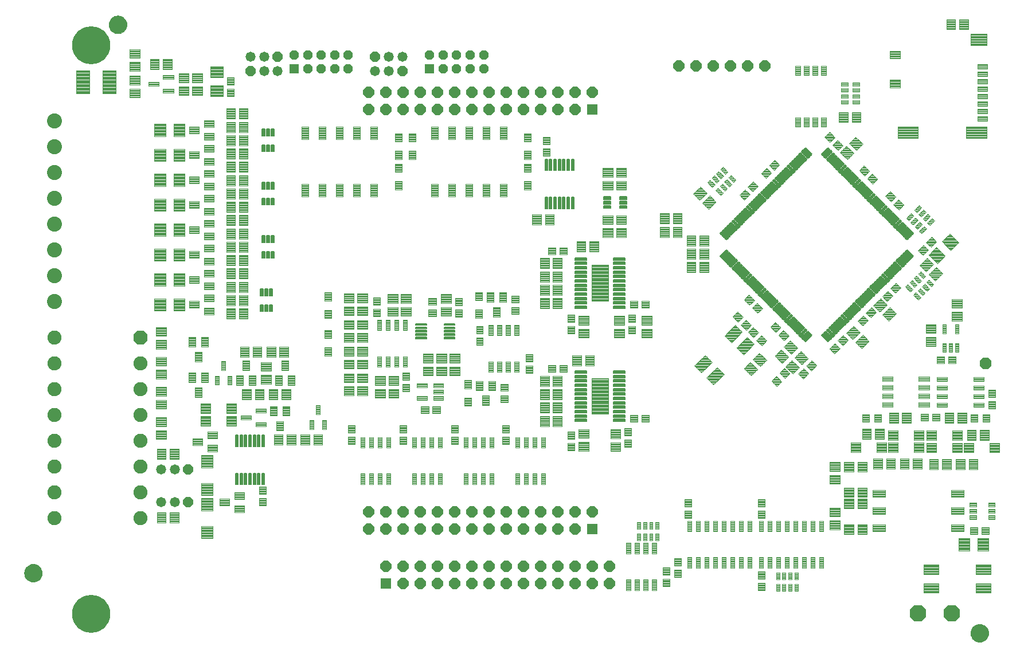
<source format=gts>
G75*
%MOIN*%
%OFA0B0*%
%FSLAX25Y25*%
%IPPOS*%
%LPD*%
%AMOC8*
5,1,8,0,0,1.08239X$1,22.5*
%
%ADD10C,0.13098*%
%ADD11OC8,0.06406*%
%ADD12R,0.06406X0.06406*%
%ADD13C,0.00494*%
%ADD14C,0.00500*%
%ADD15OC8,0.08177*%
%ADD16C,0.08177*%
%ADD17OC8,0.09555*%
%ADD18C,0.00493*%
%ADD19C,0.00449*%
%ADD20C,0.00600*%
%ADD21C,0.00444*%
%ADD22C,0.00486*%
%ADD23C,0.00551*%
%ADD24C,0.00400*%
%ADD25C,0.00487*%
%ADD26C,0.00545*%
%ADD27C,0.00408*%
%ADD28C,0.00488*%
%ADD29C,0.00432*%
%ADD30C,0.00435*%
%ADD31C,0.00525*%
%ADD32OC8,0.05815*%
%ADD33C,0.05815*%
%ADD34OC8,0.06996*%
%ADD35C,0.00421*%
%ADD36R,0.05224X0.05224*%
%ADD37OC8,0.05224*%
%ADD38C,0.08768*%
%ADD39C,0.00399*%
%ADD40C,0.00483*%
%ADD41C,0.22154*%
D10*
X0137995Y0062083D03*
X0137995Y0392791D03*
D11*
X0299412Y0365390D03*
X0309412Y0365390D03*
X0319412Y0365390D03*
X0329412Y0365390D03*
X0339412Y0365390D03*
X0349412Y0365390D03*
X0359412Y0365390D03*
X0369412Y0365390D03*
X0379412Y0365390D03*
X0389412Y0365390D03*
X0399412Y0365390D03*
X0409412Y0365390D03*
X0419412Y0365390D03*
X0429412Y0365390D03*
X0419412Y0355390D03*
X0409412Y0355390D03*
X0399412Y0355390D03*
X0389412Y0355390D03*
X0379412Y0355390D03*
X0369412Y0355390D03*
X0359412Y0355390D03*
X0349412Y0355390D03*
X0339412Y0355390D03*
X0329412Y0355390D03*
X0319412Y0355390D03*
X0309412Y0355390D03*
X0299412Y0355390D03*
X0479688Y0380679D03*
X0489688Y0380679D03*
X0499688Y0380679D03*
X0509688Y0380679D03*
X0519688Y0380679D03*
X0529688Y0380679D03*
X0429412Y0121295D03*
X0419412Y0121295D03*
X0419412Y0111295D03*
X0409412Y0111295D03*
X0399412Y0111295D03*
X0389412Y0111295D03*
X0379412Y0111295D03*
X0369412Y0111295D03*
X0359412Y0111295D03*
X0349412Y0111295D03*
X0339412Y0111295D03*
X0329412Y0111295D03*
X0319412Y0111295D03*
X0309412Y0111295D03*
X0299412Y0111295D03*
X0299412Y0121295D03*
X0309412Y0121295D03*
X0319412Y0121295D03*
X0329412Y0121295D03*
X0339412Y0121295D03*
X0349412Y0121295D03*
X0359412Y0121295D03*
X0369412Y0121295D03*
X0379412Y0121295D03*
X0389412Y0121295D03*
X0399412Y0121295D03*
X0409412Y0121295D03*
X0409333Y0089642D03*
X0399333Y0089642D03*
X0389333Y0089642D03*
X0379333Y0089642D03*
X0369333Y0089642D03*
X0359333Y0089642D03*
X0349333Y0089642D03*
X0339333Y0089642D03*
X0329333Y0089642D03*
X0319333Y0089642D03*
X0309333Y0089642D03*
X0319333Y0079642D03*
X0329333Y0079642D03*
X0339333Y0079642D03*
X0349333Y0079642D03*
X0359333Y0079642D03*
X0369333Y0079642D03*
X0379333Y0079642D03*
X0389333Y0079642D03*
X0399333Y0079642D03*
X0409333Y0079642D03*
X0419333Y0079642D03*
X0429333Y0079642D03*
X0439333Y0079642D03*
X0439333Y0089642D03*
X0429333Y0089642D03*
X0419333Y0089642D03*
D12*
X0429412Y0111295D03*
X0309333Y0079642D03*
X0429412Y0355390D03*
D13*
X0496472Y0312982D02*
X0497868Y0314378D01*
X0500654Y0311592D01*
X0499258Y0310196D01*
X0496472Y0312982D01*
X0498765Y0310689D02*
X0499751Y0310689D01*
X0500244Y0311182D02*
X0498272Y0311182D01*
X0497779Y0311675D02*
X0500571Y0311675D01*
X0500078Y0312168D02*
X0497286Y0312168D01*
X0496793Y0312661D02*
X0499585Y0312661D01*
X0499092Y0313154D02*
X0496644Y0313154D01*
X0497137Y0313647D02*
X0498599Y0313647D01*
X0498106Y0314140D02*
X0497630Y0314140D01*
X0498978Y0315488D02*
X0500374Y0316884D01*
X0503160Y0314098D01*
X0501764Y0312702D01*
X0498978Y0315488D01*
X0501271Y0313195D02*
X0502257Y0313195D01*
X0502750Y0313688D02*
X0500778Y0313688D01*
X0500285Y0314181D02*
X0503077Y0314181D01*
X0502584Y0314674D02*
X0499792Y0314674D01*
X0499299Y0315167D02*
X0502091Y0315167D01*
X0501598Y0315660D02*
X0499150Y0315660D01*
X0499643Y0316153D02*
X0501105Y0316153D01*
X0500612Y0316646D02*
X0500136Y0316646D01*
X0501483Y0317993D02*
X0502879Y0319389D01*
X0505665Y0316603D01*
X0504269Y0315207D01*
X0501483Y0317993D01*
X0503776Y0315700D02*
X0504762Y0315700D01*
X0505255Y0316193D02*
X0503283Y0316193D01*
X0502790Y0316686D02*
X0505582Y0316686D01*
X0505089Y0317179D02*
X0502297Y0317179D01*
X0501804Y0317672D02*
X0504596Y0317672D01*
X0504103Y0318165D02*
X0501655Y0318165D01*
X0502148Y0318658D02*
X0503610Y0318658D01*
X0503117Y0319151D02*
X0502641Y0319151D01*
X0503989Y0320499D02*
X0505385Y0321895D01*
X0508171Y0319109D01*
X0506775Y0317713D01*
X0503989Y0320499D01*
X0506282Y0318206D02*
X0507268Y0318206D01*
X0507761Y0318699D02*
X0505789Y0318699D01*
X0505296Y0319192D02*
X0508088Y0319192D01*
X0507595Y0319685D02*
X0504803Y0319685D01*
X0504310Y0320178D02*
X0507102Y0320178D01*
X0506609Y0320671D02*
X0504161Y0320671D01*
X0504654Y0321164D02*
X0506116Y0321164D01*
X0505623Y0321657D02*
X0505147Y0321657D01*
X0510117Y0317162D02*
X0508721Y0315766D01*
X0510117Y0317162D02*
X0512903Y0314376D01*
X0511507Y0312980D01*
X0508721Y0315766D01*
X0511014Y0313473D02*
X0512000Y0313473D01*
X0512493Y0313966D02*
X0510521Y0313966D01*
X0510028Y0314459D02*
X0512820Y0314459D01*
X0512327Y0314952D02*
X0509535Y0314952D01*
X0509042Y0315445D02*
X0511834Y0315445D01*
X0511341Y0315938D02*
X0508893Y0315938D01*
X0509386Y0316431D02*
X0510848Y0316431D01*
X0510355Y0316924D02*
X0509879Y0316924D01*
X0507612Y0314657D02*
X0506216Y0313261D01*
X0507612Y0314657D02*
X0510398Y0311871D01*
X0509002Y0310475D01*
X0506216Y0313261D01*
X0508509Y0310968D02*
X0509495Y0310968D01*
X0509988Y0311461D02*
X0508016Y0311461D01*
X0507523Y0311954D02*
X0510315Y0311954D01*
X0509822Y0312447D02*
X0507030Y0312447D01*
X0506537Y0312940D02*
X0509329Y0312940D01*
X0508836Y0313433D02*
X0506388Y0313433D01*
X0506881Y0313926D02*
X0508343Y0313926D01*
X0507850Y0314419D02*
X0507374Y0314419D01*
X0505106Y0312151D02*
X0503710Y0310755D01*
X0505106Y0312151D02*
X0507892Y0309365D01*
X0506496Y0307969D01*
X0503710Y0310755D01*
X0506003Y0308462D02*
X0506989Y0308462D01*
X0507482Y0308955D02*
X0505510Y0308955D01*
X0505017Y0309448D02*
X0507809Y0309448D01*
X0507316Y0309941D02*
X0504524Y0309941D01*
X0504031Y0310434D02*
X0506823Y0310434D01*
X0506330Y0310927D02*
X0503882Y0310927D01*
X0504375Y0311420D02*
X0505837Y0311420D01*
X0505344Y0311913D02*
X0504868Y0311913D01*
X0502601Y0309646D02*
X0501205Y0308250D01*
X0502601Y0309646D02*
X0505387Y0306860D01*
X0503991Y0305464D01*
X0501205Y0308250D01*
X0503498Y0305957D02*
X0504484Y0305957D01*
X0504977Y0306450D02*
X0503005Y0306450D01*
X0502512Y0306943D02*
X0505304Y0306943D01*
X0504811Y0307436D02*
X0502019Y0307436D01*
X0501526Y0307929D02*
X0504318Y0307929D01*
X0503825Y0308422D02*
X0501377Y0308422D01*
X0501870Y0308915D02*
X0503332Y0308915D01*
X0502839Y0309408D02*
X0502363Y0309408D01*
X0578112Y0358577D02*
X0578112Y0360551D01*
X0578112Y0358577D02*
X0574170Y0358577D01*
X0574170Y0360551D01*
X0578112Y0360551D01*
X0578112Y0359070D02*
X0574170Y0359070D01*
X0574170Y0359563D02*
X0578112Y0359563D01*
X0578112Y0360056D02*
X0574170Y0360056D01*
X0574170Y0360549D02*
X0578112Y0360549D01*
X0578112Y0362120D02*
X0578112Y0364094D01*
X0578112Y0362120D02*
X0574170Y0362120D01*
X0574170Y0364094D01*
X0578112Y0364094D01*
X0578112Y0362613D02*
X0574170Y0362613D01*
X0574170Y0363106D02*
X0578112Y0363106D01*
X0578112Y0363599D02*
X0574170Y0363599D01*
X0574170Y0364092D02*
X0578112Y0364092D01*
X0578112Y0365664D02*
X0578112Y0367638D01*
X0578112Y0365664D02*
X0574170Y0365664D01*
X0574170Y0367638D01*
X0578112Y0367638D01*
X0578112Y0366157D02*
X0574170Y0366157D01*
X0574170Y0366650D02*
X0578112Y0366650D01*
X0578112Y0367143D02*
X0574170Y0367143D01*
X0574170Y0367636D02*
X0578112Y0367636D01*
X0578112Y0369207D02*
X0578112Y0371181D01*
X0578112Y0369207D02*
X0574170Y0369207D01*
X0574170Y0371181D01*
X0578112Y0371181D01*
X0578112Y0369700D02*
X0574170Y0369700D01*
X0574170Y0370193D02*
X0578112Y0370193D01*
X0578112Y0370686D02*
X0574170Y0370686D01*
X0574170Y0371179D02*
X0578112Y0371179D01*
X0584805Y0371181D02*
X0584805Y0369207D01*
X0580863Y0369207D01*
X0580863Y0371181D01*
X0584805Y0371181D01*
X0584805Y0369700D02*
X0580863Y0369700D01*
X0580863Y0370193D02*
X0584805Y0370193D01*
X0584805Y0370686D02*
X0580863Y0370686D01*
X0580863Y0371179D02*
X0584805Y0371179D01*
X0584805Y0367638D02*
X0584805Y0365664D01*
X0580863Y0365664D01*
X0580863Y0367638D01*
X0584805Y0367638D01*
X0584805Y0366157D02*
X0580863Y0366157D01*
X0580863Y0366650D02*
X0584805Y0366650D01*
X0584805Y0367143D02*
X0580863Y0367143D01*
X0580863Y0367636D02*
X0584805Y0367636D01*
X0584805Y0364094D02*
X0584805Y0362120D01*
X0580863Y0362120D01*
X0580863Y0364094D01*
X0584805Y0364094D01*
X0584805Y0362613D02*
X0580863Y0362613D01*
X0580863Y0363106D02*
X0584805Y0363106D01*
X0584805Y0363599D02*
X0580863Y0363599D01*
X0580863Y0364092D02*
X0584805Y0364092D01*
X0584805Y0360551D02*
X0584805Y0358577D01*
X0580863Y0358577D01*
X0580863Y0360551D01*
X0584805Y0360551D01*
X0584805Y0359070D02*
X0580863Y0359070D01*
X0580863Y0359563D02*
X0584805Y0359563D01*
X0584805Y0360056D02*
X0580863Y0360056D01*
X0580863Y0360549D02*
X0584805Y0360549D01*
X0619491Y0299645D02*
X0620887Y0298249D01*
X0618101Y0295463D01*
X0616705Y0296859D01*
X0619491Y0299645D01*
X0618594Y0295956D02*
X0617608Y0295956D01*
X0617115Y0296449D02*
X0619087Y0296449D01*
X0619580Y0296942D02*
X0616788Y0296942D01*
X0617281Y0297435D02*
X0620073Y0297435D01*
X0620566Y0297928D02*
X0617774Y0297928D01*
X0618267Y0298421D02*
X0620715Y0298421D01*
X0620222Y0298914D02*
X0618760Y0298914D01*
X0619253Y0299407D02*
X0619729Y0299407D01*
X0621996Y0297139D02*
X0623392Y0295743D01*
X0620606Y0292957D01*
X0619210Y0294353D01*
X0621996Y0297139D01*
X0621099Y0293450D02*
X0620113Y0293450D01*
X0619620Y0293943D02*
X0621592Y0293943D01*
X0622085Y0294436D02*
X0619293Y0294436D01*
X0619786Y0294929D02*
X0622578Y0294929D01*
X0623071Y0295422D02*
X0620279Y0295422D01*
X0620772Y0295915D02*
X0623220Y0295915D01*
X0622727Y0296408D02*
X0621265Y0296408D01*
X0621758Y0296901D02*
X0622234Y0296901D01*
X0624502Y0294634D02*
X0625898Y0293238D01*
X0623112Y0290452D01*
X0621716Y0291848D01*
X0624502Y0294634D01*
X0623605Y0290945D02*
X0622619Y0290945D01*
X0622126Y0291438D02*
X0624098Y0291438D01*
X0624591Y0291931D02*
X0621799Y0291931D01*
X0622292Y0292424D02*
X0625084Y0292424D01*
X0625577Y0292917D02*
X0622785Y0292917D01*
X0623278Y0293410D02*
X0625726Y0293410D01*
X0625233Y0293903D02*
X0623771Y0293903D01*
X0624264Y0294396D02*
X0624740Y0294396D01*
X0627007Y0292128D02*
X0628403Y0290732D01*
X0625617Y0287946D01*
X0624221Y0289342D01*
X0627007Y0292128D01*
X0626110Y0288439D02*
X0625124Y0288439D01*
X0624631Y0288932D02*
X0626603Y0288932D01*
X0627096Y0289425D02*
X0624304Y0289425D01*
X0624797Y0289918D02*
X0627589Y0289918D01*
X0628082Y0290411D02*
X0625290Y0290411D01*
X0625783Y0290904D02*
X0628231Y0290904D01*
X0627738Y0291397D02*
X0626276Y0291397D01*
X0626769Y0291890D02*
X0627245Y0291890D01*
X0621165Y0288505D02*
X0619769Y0289901D01*
X0621165Y0288505D02*
X0618379Y0285719D01*
X0616983Y0287115D01*
X0619769Y0289901D01*
X0618872Y0286212D02*
X0617886Y0286212D01*
X0617393Y0286705D02*
X0619365Y0286705D01*
X0619858Y0287198D02*
X0617066Y0287198D01*
X0617559Y0287691D02*
X0620351Y0287691D01*
X0620844Y0288184D02*
X0618052Y0288184D01*
X0618545Y0288677D02*
X0620993Y0288677D01*
X0620500Y0289170D02*
X0619038Y0289170D01*
X0619531Y0289663D02*
X0620007Y0289663D01*
X0618660Y0291011D02*
X0617264Y0292407D01*
X0618660Y0291011D02*
X0615874Y0288225D01*
X0614478Y0289621D01*
X0617264Y0292407D01*
X0616367Y0288718D02*
X0615381Y0288718D01*
X0614888Y0289211D02*
X0616860Y0289211D01*
X0617353Y0289704D02*
X0614561Y0289704D01*
X0615054Y0290197D02*
X0617846Y0290197D01*
X0618339Y0290690D02*
X0615547Y0290690D01*
X0616040Y0291183D02*
X0618488Y0291183D01*
X0617995Y0291676D02*
X0616533Y0291676D01*
X0617026Y0292169D02*
X0617502Y0292169D01*
X0616154Y0293516D02*
X0614758Y0294912D01*
X0616154Y0293516D02*
X0613368Y0290730D01*
X0611972Y0292126D01*
X0614758Y0294912D01*
X0613861Y0291223D02*
X0612875Y0291223D01*
X0612382Y0291716D02*
X0614354Y0291716D01*
X0614847Y0292209D02*
X0612055Y0292209D01*
X0612548Y0292702D02*
X0615340Y0292702D01*
X0615833Y0293195D02*
X0613041Y0293195D01*
X0613534Y0293688D02*
X0615982Y0293688D01*
X0615489Y0294181D02*
X0614027Y0294181D01*
X0614520Y0294674D02*
X0614996Y0294674D01*
X0622275Y0287396D02*
X0623671Y0286000D01*
X0620885Y0283214D01*
X0619489Y0284610D01*
X0622275Y0287396D01*
X0621378Y0283707D02*
X0620392Y0283707D01*
X0619899Y0284200D02*
X0621871Y0284200D01*
X0622364Y0284693D02*
X0619572Y0284693D01*
X0620065Y0285186D02*
X0622857Y0285186D01*
X0623350Y0285679D02*
X0620558Y0285679D01*
X0621051Y0286172D02*
X0623499Y0286172D01*
X0623006Y0286665D02*
X0621544Y0286665D01*
X0622037Y0287158D02*
X0622513Y0287158D01*
X0623171Y0258359D02*
X0621775Y0256963D01*
X0618989Y0259749D01*
X0620385Y0261145D01*
X0623171Y0258359D01*
X0622268Y0257456D02*
X0621282Y0257456D01*
X0620789Y0257949D02*
X0622761Y0257949D01*
X0623088Y0258442D02*
X0620296Y0258442D01*
X0619803Y0258935D02*
X0622595Y0258935D01*
X0622102Y0259428D02*
X0619310Y0259428D01*
X0619161Y0259921D02*
X0621609Y0259921D01*
X0621116Y0260414D02*
X0619654Y0260414D01*
X0620147Y0260907D02*
X0620623Y0260907D01*
X0620665Y0255853D02*
X0619269Y0254457D01*
X0616483Y0257243D01*
X0617879Y0258639D01*
X0620665Y0255853D01*
X0619762Y0254950D02*
X0618776Y0254950D01*
X0618283Y0255443D02*
X0620255Y0255443D01*
X0620582Y0255936D02*
X0617790Y0255936D01*
X0617297Y0256429D02*
X0620089Y0256429D01*
X0619596Y0256922D02*
X0616804Y0256922D01*
X0616655Y0257415D02*
X0619103Y0257415D01*
X0618610Y0257908D02*
X0617148Y0257908D01*
X0617641Y0258401D02*
X0618117Y0258401D01*
X0618160Y0253348D02*
X0616764Y0251952D01*
X0613978Y0254738D01*
X0615374Y0256134D01*
X0618160Y0253348D01*
X0617257Y0252445D02*
X0616271Y0252445D01*
X0615778Y0252938D02*
X0617750Y0252938D01*
X0618077Y0253431D02*
X0615285Y0253431D01*
X0614792Y0253924D02*
X0617584Y0253924D01*
X0617091Y0254417D02*
X0614299Y0254417D01*
X0614150Y0254910D02*
X0616598Y0254910D01*
X0616105Y0255403D02*
X0614643Y0255403D01*
X0615136Y0255896D02*
X0615612Y0255896D01*
X0615654Y0250842D02*
X0614258Y0249446D01*
X0611472Y0252232D01*
X0612868Y0253628D01*
X0615654Y0250842D01*
X0614751Y0249939D02*
X0613765Y0249939D01*
X0613272Y0250432D02*
X0615244Y0250432D01*
X0615571Y0250925D02*
X0612779Y0250925D01*
X0612286Y0251418D02*
X0615078Y0251418D01*
X0614585Y0251911D02*
X0611793Y0251911D01*
X0611644Y0252404D02*
X0614092Y0252404D01*
X0613599Y0252897D02*
X0612137Y0252897D01*
X0612630Y0253390D02*
X0613106Y0253390D01*
X0620387Y0246110D02*
X0618991Y0244714D01*
X0616205Y0247500D01*
X0617601Y0248896D01*
X0620387Y0246110D01*
X0619484Y0245207D02*
X0618498Y0245207D01*
X0618005Y0245700D02*
X0619977Y0245700D01*
X0620304Y0246193D02*
X0617512Y0246193D01*
X0617019Y0246686D02*
X0619811Y0246686D01*
X0619318Y0247179D02*
X0616526Y0247179D01*
X0616377Y0247672D02*
X0618825Y0247672D01*
X0618332Y0248165D02*
X0616870Y0248165D01*
X0617363Y0248658D02*
X0617839Y0248658D01*
X0621496Y0247219D02*
X0622892Y0248615D01*
X0621496Y0247219D02*
X0618710Y0250005D01*
X0620106Y0251401D01*
X0622892Y0248615D01*
X0621989Y0247712D02*
X0621003Y0247712D01*
X0620510Y0248205D02*
X0622482Y0248205D01*
X0622809Y0248698D02*
X0620017Y0248698D01*
X0619524Y0249191D02*
X0622316Y0249191D01*
X0621823Y0249684D02*
X0619031Y0249684D01*
X0618882Y0250177D02*
X0621330Y0250177D01*
X0620837Y0250670D02*
X0619375Y0250670D01*
X0619868Y0251163D02*
X0620344Y0251163D01*
X0624002Y0249725D02*
X0625398Y0251121D01*
X0624002Y0249725D02*
X0621216Y0252511D01*
X0622612Y0253907D01*
X0625398Y0251121D01*
X0624495Y0250218D02*
X0623509Y0250218D01*
X0623016Y0250711D02*
X0624988Y0250711D01*
X0625315Y0251204D02*
X0622523Y0251204D01*
X0622030Y0251697D02*
X0624822Y0251697D01*
X0624329Y0252190D02*
X0621537Y0252190D01*
X0621388Y0252683D02*
X0623836Y0252683D01*
X0623343Y0253176D02*
X0621881Y0253176D01*
X0622374Y0253669D02*
X0622850Y0253669D01*
X0626507Y0252230D02*
X0627903Y0253626D01*
X0626507Y0252230D02*
X0623721Y0255016D01*
X0625117Y0256412D01*
X0627903Y0253626D01*
X0627000Y0252723D02*
X0626014Y0252723D01*
X0625521Y0253216D02*
X0627493Y0253216D01*
X0627820Y0253709D02*
X0625028Y0253709D01*
X0624535Y0254202D02*
X0627327Y0254202D01*
X0626834Y0254695D02*
X0624042Y0254695D01*
X0623893Y0255188D02*
X0626341Y0255188D01*
X0625848Y0255681D02*
X0624386Y0255681D01*
X0624879Y0256174D02*
X0625355Y0256174D01*
X0468140Y0111505D02*
X0466166Y0111505D01*
X0466166Y0115447D01*
X0468140Y0115447D01*
X0468140Y0111505D01*
X0468140Y0111998D02*
X0466166Y0111998D01*
X0466166Y0112491D02*
X0468140Y0112491D01*
X0468140Y0112984D02*
X0466166Y0112984D01*
X0466166Y0113477D02*
X0468140Y0113477D01*
X0468140Y0113970D02*
X0466166Y0113970D01*
X0466166Y0114463D02*
X0468140Y0114463D01*
X0468140Y0114956D02*
X0466166Y0114956D01*
X0464596Y0111505D02*
X0462622Y0111505D01*
X0462622Y0115447D01*
X0464596Y0115447D01*
X0464596Y0111505D01*
X0464596Y0111998D02*
X0462622Y0111998D01*
X0462622Y0112491D02*
X0464596Y0112491D01*
X0464596Y0112984D02*
X0462622Y0112984D01*
X0462622Y0113477D02*
X0464596Y0113477D01*
X0464596Y0113970D02*
X0462622Y0113970D01*
X0462622Y0114463D02*
X0464596Y0114463D01*
X0464596Y0114956D02*
X0462622Y0114956D01*
X0461053Y0111505D02*
X0459079Y0111505D01*
X0459079Y0115447D01*
X0461053Y0115447D01*
X0461053Y0111505D01*
X0461053Y0111998D02*
X0459079Y0111998D01*
X0459079Y0112491D02*
X0461053Y0112491D01*
X0461053Y0112984D02*
X0459079Y0112984D01*
X0459079Y0113477D02*
X0461053Y0113477D01*
X0461053Y0113970D02*
X0459079Y0113970D01*
X0459079Y0114463D02*
X0461053Y0114463D01*
X0461053Y0114956D02*
X0459079Y0114956D01*
X0457510Y0111505D02*
X0455536Y0111505D01*
X0455536Y0115447D01*
X0457510Y0115447D01*
X0457510Y0111505D01*
X0457510Y0111998D02*
X0455536Y0111998D01*
X0455536Y0112491D02*
X0457510Y0112491D01*
X0457510Y0112984D02*
X0455536Y0112984D01*
X0455536Y0113477D02*
X0457510Y0113477D01*
X0457510Y0113970D02*
X0455536Y0113970D01*
X0455536Y0114463D02*
X0457510Y0114463D01*
X0457510Y0114956D02*
X0455536Y0114956D01*
X0455536Y0104812D02*
X0457510Y0104812D01*
X0455536Y0104812D02*
X0455536Y0108754D01*
X0457510Y0108754D01*
X0457510Y0104812D01*
X0457510Y0105305D02*
X0455536Y0105305D01*
X0455536Y0105798D02*
X0457510Y0105798D01*
X0457510Y0106291D02*
X0455536Y0106291D01*
X0455536Y0106784D02*
X0457510Y0106784D01*
X0457510Y0107277D02*
X0455536Y0107277D01*
X0455536Y0107770D02*
X0457510Y0107770D01*
X0457510Y0108263D02*
X0455536Y0108263D01*
X0459079Y0104812D02*
X0461053Y0104812D01*
X0459079Y0104812D02*
X0459079Y0108754D01*
X0461053Y0108754D01*
X0461053Y0104812D01*
X0461053Y0105305D02*
X0459079Y0105305D01*
X0459079Y0105798D02*
X0461053Y0105798D01*
X0461053Y0106291D02*
X0459079Y0106291D01*
X0459079Y0106784D02*
X0461053Y0106784D01*
X0461053Y0107277D02*
X0459079Y0107277D01*
X0459079Y0107770D02*
X0461053Y0107770D01*
X0461053Y0108263D02*
X0459079Y0108263D01*
X0462622Y0104812D02*
X0464596Y0104812D01*
X0462622Y0104812D02*
X0462622Y0108754D01*
X0464596Y0108754D01*
X0464596Y0104812D01*
X0464596Y0105305D02*
X0462622Y0105305D01*
X0462622Y0105798D02*
X0464596Y0105798D01*
X0464596Y0106291D02*
X0462622Y0106291D01*
X0462622Y0106784D02*
X0464596Y0106784D01*
X0464596Y0107277D02*
X0462622Y0107277D01*
X0462622Y0107770D02*
X0464596Y0107770D01*
X0464596Y0108263D02*
X0462622Y0108263D01*
X0466166Y0104812D02*
X0468140Y0104812D01*
X0466166Y0104812D02*
X0466166Y0108754D01*
X0468140Y0108754D01*
X0468140Y0104812D01*
X0468140Y0105305D02*
X0466166Y0105305D01*
X0466166Y0105798D02*
X0468140Y0105798D01*
X0468140Y0106291D02*
X0466166Y0106291D01*
X0466166Y0106784D02*
X0468140Y0106784D01*
X0468140Y0107277D02*
X0466166Y0107277D01*
X0466166Y0107770D02*
X0468140Y0107770D01*
X0468140Y0108263D02*
X0466166Y0108263D01*
X0536386Y0085997D02*
X0538360Y0085997D01*
X0538360Y0082055D01*
X0536386Y0082055D01*
X0536386Y0085997D01*
X0536386Y0082548D02*
X0538360Y0082548D01*
X0538360Y0083041D02*
X0536386Y0083041D01*
X0536386Y0083534D02*
X0538360Y0083534D01*
X0538360Y0084027D02*
X0536386Y0084027D01*
X0536386Y0084520D02*
X0538360Y0084520D01*
X0538360Y0085013D02*
X0536386Y0085013D01*
X0536386Y0085506D02*
X0538360Y0085506D01*
X0539929Y0085997D02*
X0541903Y0085997D01*
X0541903Y0082055D01*
X0539929Y0082055D01*
X0539929Y0085997D01*
X0539929Y0082548D02*
X0541903Y0082548D01*
X0541903Y0083041D02*
X0539929Y0083041D01*
X0539929Y0083534D02*
X0541903Y0083534D01*
X0541903Y0084027D02*
X0539929Y0084027D01*
X0539929Y0084520D02*
X0541903Y0084520D01*
X0541903Y0085013D02*
X0539929Y0085013D01*
X0539929Y0085506D02*
X0541903Y0085506D01*
X0543472Y0085997D02*
X0545446Y0085997D01*
X0545446Y0082055D01*
X0543472Y0082055D01*
X0543472Y0085997D01*
X0543472Y0082548D02*
X0545446Y0082548D01*
X0545446Y0083041D02*
X0543472Y0083041D01*
X0543472Y0083534D02*
X0545446Y0083534D01*
X0545446Y0084027D02*
X0543472Y0084027D01*
X0543472Y0084520D02*
X0545446Y0084520D01*
X0545446Y0085013D02*
X0543472Y0085013D01*
X0543472Y0085506D02*
X0545446Y0085506D01*
X0547016Y0085997D02*
X0548990Y0085997D01*
X0548990Y0082055D01*
X0547016Y0082055D01*
X0547016Y0085997D01*
X0547016Y0082548D02*
X0548990Y0082548D01*
X0548990Y0083041D02*
X0547016Y0083041D01*
X0547016Y0083534D02*
X0548990Y0083534D01*
X0548990Y0084027D02*
X0547016Y0084027D01*
X0547016Y0084520D02*
X0548990Y0084520D01*
X0548990Y0085013D02*
X0547016Y0085013D01*
X0547016Y0085506D02*
X0548990Y0085506D01*
X0548990Y0079304D02*
X0547016Y0079304D01*
X0548990Y0079304D02*
X0548990Y0075362D01*
X0547016Y0075362D01*
X0547016Y0079304D01*
X0547016Y0075855D02*
X0548990Y0075855D01*
X0548990Y0076348D02*
X0547016Y0076348D01*
X0547016Y0076841D02*
X0548990Y0076841D01*
X0548990Y0077334D02*
X0547016Y0077334D01*
X0547016Y0077827D02*
X0548990Y0077827D01*
X0548990Y0078320D02*
X0547016Y0078320D01*
X0547016Y0078813D02*
X0548990Y0078813D01*
X0545446Y0079304D02*
X0543472Y0079304D01*
X0545446Y0079304D02*
X0545446Y0075362D01*
X0543472Y0075362D01*
X0543472Y0079304D01*
X0543472Y0075855D02*
X0545446Y0075855D01*
X0545446Y0076348D02*
X0543472Y0076348D01*
X0543472Y0076841D02*
X0545446Y0076841D01*
X0545446Y0077334D02*
X0543472Y0077334D01*
X0543472Y0077827D02*
X0545446Y0077827D01*
X0545446Y0078320D02*
X0543472Y0078320D01*
X0543472Y0078813D02*
X0545446Y0078813D01*
X0541903Y0079304D02*
X0539929Y0079304D01*
X0541903Y0079304D02*
X0541903Y0075362D01*
X0539929Y0075362D01*
X0539929Y0079304D01*
X0539929Y0075855D02*
X0541903Y0075855D01*
X0541903Y0076348D02*
X0539929Y0076348D01*
X0539929Y0076841D02*
X0541903Y0076841D01*
X0541903Y0077334D02*
X0539929Y0077334D01*
X0539929Y0077827D02*
X0541903Y0077827D01*
X0541903Y0078320D02*
X0539929Y0078320D01*
X0539929Y0078813D02*
X0541903Y0078813D01*
X0538360Y0079304D02*
X0536386Y0079304D01*
X0538360Y0079304D02*
X0538360Y0075362D01*
X0536386Y0075362D01*
X0536386Y0079304D01*
X0536386Y0075855D02*
X0538360Y0075855D01*
X0538360Y0076348D02*
X0536386Y0076348D01*
X0536386Y0076841D02*
X0538360Y0076841D01*
X0538360Y0077334D02*
X0536386Y0077334D01*
X0536386Y0077827D02*
X0538360Y0077827D01*
X0538360Y0078320D02*
X0536386Y0078320D01*
X0536386Y0078813D02*
X0538360Y0078813D01*
D14*
X0102030Y0081375D02*
X0101316Y0081875D01*
X0100700Y0082491D01*
X0100200Y0083205D01*
X0099832Y0083995D01*
X0099606Y0084836D01*
X0099530Y0085705D01*
X0099606Y0086573D01*
X0099832Y0087415D01*
X0100200Y0088205D01*
X0100700Y0088919D01*
X0101316Y0089535D01*
X0102030Y0090035D01*
X0102820Y0090403D01*
X0103662Y0090629D01*
X0104530Y0090705D01*
X0105398Y0090629D01*
X0106240Y0090403D01*
X0107030Y0090035D01*
X0107744Y0089535D01*
X0108360Y0088919D01*
X0108860Y0088205D01*
X0109229Y0087415D01*
X0109454Y0086573D01*
X0109530Y0085705D01*
X0109454Y0084836D01*
X0109229Y0083995D01*
X0108860Y0083205D01*
X0108360Y0082491D01*
X0107744Y0081875D01*
X0107030Y0081375D01*
X0106240Y0081006D01*
X0105398Y0080781D01*
X0104530Y0080705D01*
X0103662Y0080781D01*
X0102820Y0081006D01*
X0102030Y0081375D01*
X0102175Y0081307D02*
X0106885Y0081307D01*
X0107646Y0081806D02*
X0101415Y0081806D01*
X0100887Y0082304D02*
X0108174Y0082304D01*
X0108579Y0082803D02*
X0100482Y0082803D01*
X0100155Y0083301D02*
X0108905Y0083301D01*
X0109138Y0083800D02*
X0099923Y0083800D01*
X0099750Y0084298D02*
X0109310Y0084298D01*
X0109444Y0084797D02*
X0099617Y0084797D01*
X0099566Y0085295D02*
X0109494Y0085295D01*
X0109522Y0085794D02*
X0099538Y0085794D01*
X0099582Y0086292D02*
X0109479Y0086292D01*
X0109396Y0086791D02*
X0099664Y0086791D01*
X0099798Y0087289D02*
X0109262Y0087289D01*
X0109055Y0087788D02*
X0100006Y0087788D01*
X0100257Y0088286D02*
X0108803Y0088286D01*
X0108454Y0088785D02*
X0100606Y0088785D01*
X0101065Y0089283D02*
X0107996Y0089283D01*
X0107392Y0089782D02*
X0101669Y0089782D01*
X0102556Y0090280D02*
X0106504Y0090280D01*
X0105502Y0080809D02*
X0103558Y0080809D01*
X0152875Y0399678D02*
X0152033Y0399904D01*
X0151243Y0400272D01*
X0150529Y0400772D01*
X0149913Y0401388D01*
X0149413Y0402102D01*
X0149044Y0402892D01*
X0148819Y0403734D01*
X0148743Y0404602D01*
X0148819Y0405471D01*
X0149044Y0406312D01*
X0149413Y0407102D01*
X0149913Y0407816D01*
X0150529Y0408433D01*
X0151243Y0408932D01*
X0152033Y0409301D01*
X0152875Y0409526D01*
X0153743Y0409602D01*
X0154611Y0409526D01*
X0155453Y0409301D01*
X0156243Y0408932D01*
X0156957Y0408433D01*
X0157573Y0407816D01*
X0158073Y0407102D01*
X0158441Y0406312D01*
X0158667Y0405471D01*
X0158743Y0404602D01*
X0158667Y0403734D01*
X0158441Y0402892D01*
X0158073Y0402102D01*
X0157573Y0401388D01*
X0156957Y0400772D01*
X0156243Y0400272D01*
X0155453Y0399904D01*
X0154611Y0399678D01*
X0153743Y0399602D01*
X0152875Y0399678D01*
X0152212Y0399856D02*
X0155273Y0399856D01*
X0156360Y0400354D02*
X0151126Y0400354D01*
X0150448Y0400853D02*
X0157037Y0400853D01*
X0157536Y0401351D02*
X0149950Y0401351D01*
X0149589Y0401850D02*
X0157896Y0401850D01*
X0158188Y0402348D02*
X0149298Y0402348D01*
X0149065Y0402847D02*
X0158420Y0402847D01*
X0158563Y0403345D02*
X0148923Y0403345D01*
X0148809Y0403844D02*
X0158676Y0403844D01*
X0158720Y0404342D02*
X0148766Y0404342D01*
X0148764Y0404841D02*
X0158722Y0404841D01*
X0158678Y0405339D02*
X0148807Y0405339D01*
X0148917Y0405838D02*
X0158568Y0405838D01*
X0158430Y0406336D02*
X0149055Y0406336D01*
X0149288Y0406835D02*
X0158198Y0406835D01*
X0157911Y0407333D02*
X0149574Y0407333D01*
X0149928Y0407832D02*
X0157557Y0407832D01*
X0157059Y0408330D02*
X0150427Y0408330D01*
X0151095Y0408829D02*
X0156391Y0408829D01*
X0155353Y0409328D02*
X0152132Y0409328D01*
X0650895Y0053954D02*
X0651511Y0054570D01*
X0652225Y0055070D01*
X0653015Y0055439D01*
X0653857Y0055664D01*
X0654725Y0055740D01*
X0655593Y0055664D01*
X0656435Y0055439D01*
X0657225Y0055070D01*
X0657939Y0054570D01*
X0658555Y0053954D01*
X0659055Y0053240D01*
X0659424Y0052450D01*
X0659649Y0051608D01*
X0659725Y0050740D01*
X0659649Y0049872D01*
X0659424Y0049030D01*
X0659055Y0048240D01*
X0658555Y0047526D01*
X0657939Y0046910D01*
X0657225Y0046410D01*
X0656435Y0046042D01*
X0655593Y0045816D01*
X0654725Y0045740D01*
X0653857Y0045816D01*
X0653015Y0046042D01*
X0652225Y0046410D01*
X0651511Y0046910D01*
X0650895Y0047526D01*
X0650395Y0048240D01*
X0650027Y0049030D01*
X0649801Y0049872D01*
X0649725Y0050740D01*
X0649801Y0051608D01*
X0650027Y0052450D01*
X0650395Y0053240D01*
X0650895Y0053954D01*
X0650849Y0053889D02*
X0658601Y0053889D01*
X0658950Y0053390D02*
X0650500Y0053390D01*
X0650233Y0052892D02*
X0659218Y0052892D01*
X0659439Y0052393D02*
X0650011Y0052393D01*
X0649878Y0051895D02*
X0659572Y0051895D01*
X0659668Y0051396D02*
X0649782Y0051396D01*
X0649739Y0050898D02*
X0659711Y0050898D01*
X0659695Y0050399D02*
X0649755Y0050399D01*
X0649798Y0049901D02*
X0659652Y0049901D01*
X0659523Y0049402D02*
X0649927Y0049402D01*
X0650085Y0048904D02*
X0659365Y0048904D01*
X0659132Y0048405D02*
X0650318Y0048405D01*
X0650628Y0047907D02*
X0658822Y0047907D01*
X0658437Y0047408D02*
X0651013Y0047408D01*
X0651511Y0046910D02*
X0657939Y0046910D01*
X0657227Y0046411D02*
X0652223Y0046411D01*
X0653496Y0045913D02*
X0655954Y0045913D01*
X0658122Y0054387D02*
X0651328Y0054387D01*
X0651962Y0054886D02*
X0657488Y0054886D01*
X0656551Y0055384D02*
X0652899Y0055384D01*
D15*
X0166932Y0222850D03*
D16*
X0166932Y0207850D03*
X0166932Y0192850D03*
X0166932Y0177850D03*
X0166932Y0162850D03*
X0166932Y0147850D03*
X0166932Y0132850D03*
X0166932Y0117850D03*
X0116932Y0117850D03*
X0116932Y0132850D03*
X0116932Y0147850D03*
X0116932Y0162850D03*
X0116932Y0177850D03*
X0116932Y0192850D03*
X0116932Y0207850D03*
X0116932Y0222850D03*
D17*
X0618845Y0062429D03*
X0638530Y0062429D03*
D18*
X0563892Y0088775D02*
X0563892Y0094883D01*
X0563892Y0088775D02*
X0561484Y0088775D01*
X0561484Y0094883D01*
X0563892Y0094883D01*
X0563892Y0089267D02*
X0561484Y0089267D01*
X0561484Y0089759D02*
X0563892Y0089759D01*
X0563892Y0090251D02*
X0561484Y0090251D01*
X0561484Y0090743D02*
X0563892Y0090743D01*
X0563892Y0091235D02*
X0561484Y0091235D01*
X0561484Y0091727D02*
X0563892Y0091727D01*
X0563892Y0092219D02*
X0561484Y0092219D01*
X0561484Y0092711D02*
X0563892Y0092711D01*
X0563892Y0093203D02*
X0561484Y0093203D01*
X0561484Y0093695D02*
X0563892Y0093695D01*
X0563892Y0094187D02*
X0561484Y0094187D01*
X0561484Y0094679D02*
X0563892Y0094679D01*
X0558892Y0094883D02*
X0558892Y0088775D01*
X0556484Y0088775D01*
X0556484Y0094883D01*
X0558892Y0094883D01*
X0558892Y0089267D02*
X0556484Y0089267D01*
X0556484Y0089759D02*
X0558892Y0089759D01*
X0558892Y0090251D02*
X0556484Y0090251D01*
X0556484Y0090743D02*
X0558892Y0090743D01*
X0558892Y0091235D02*
X0556484Y0091235D01*
X0556484Y0091727D02*
X0558892Y0091727D01*
X0558892Y0092219D02*
X0556484Y0092219D01*
X0556484Y0092711D02*
X0558892Y0092711D01*
X0558892Y0093203D02*
X0556484Y0093203D01*
X0556484Y0093695D02*
X0558892Y0093695D01*
X0558892Y0094187D02*
X0556484Y0094187D01*
X0556484Y0094679D02*
X0558892Y0094679D01*
X0553892Y0094883D02*
X0553892Y0088775D01*
X0551484Y0088775D01*
X0551484Y0094883D01*
X0553892Y0094883D01*
X0553892Y0089267D02*
X0551484Y0089267D01*
X0551484Y0089759D02*
X0553892Y0089759D01*
X0553892Y0090251D02*
X0551484Y0090251D01*
X0551484Y0090743D02*
X0553892Y0090743D01*
X0553892Y0091235D02*
X0551484Y0091235D01*
X0551484Y0091727D02*
X0553892Y0091727D01*
X0553892Y0092219D02*
X0551484Y0092219D01*
X0551484Y0092711D02*
X0553892Y0092711D01*
X0553892Y0093203D02*
X0551484Y0093203D01*
X0551484Y0093695D02*
X0553892Y0093695D01*
X0553892Y0094187D02*
X0551484Y0094187D01*
X0551484Y0094679D02*
X0553892Y0094679D01*
X0548892Y0094883D02*
X0548892Y0088775D01*
X0546484Y0088775D01*
X0546484Y0094883D01*
X0548892Y0094883D01*
X0548892Y0089267D02*
X0546484Y0089267D01*
X0546484Y0089759D02*
X0548892Y0089759D01*
X0548892Y0090251D02*
X0546484Y0090251D01*
X0546484Y0090743D02*
X0548892Y0090743D01*
X0548892Y0091235D02*
X0546484Y0091235D01*
X0546484Y0091727D02*
X0548892Y0091727D01*
X0548892Y0092219D02*
X0546484Y0092219D01*
X0546484Y0092711D02*
X0548892Y0092711D01*
X0548892Y0093203D02*
X0546484Y0093203D01*
X0546484Y0093695D02*
X0548892Y0093695D01*
X0548892Y0094187D02*
X0546484Y0094187D01*
X0546484Y0094679D02*
X0548892Y0094679D01*
X0543892Y0094883D02*
X0543892Y0088775D01*
X0541484Y0088775D01*
X0541484Y0094883D01*
X0543892Y0094883D01*
X0543892Y0089267D02*
X0541484Y0089267D01*
X0541484Y0089759D02*
X0543892Y0089759D01*
X0543892Y0090251D02*
X0541484Y0090251D01*
X0541484Y0090743D02*
X0543892Y0090743D01*
X0543892Y0091235D02*
X0541484Y0091235D01*
X0541484Y0091727D02*
X0543892Y0091727D01*
X0543892Y0092219D02*
X0541484Y0092219D01*
X0541484Y0092711D02*
X0543892Y0092711D01*
X0543892Y0093203D02*
X0541484Y0093203D01*
X0541484Y0093695D02*
X0543892Y0093695D01*
X0543892Y0094187D02*
X0541484Y0094187D01*
X0541484Y0094679D02*
X0543892Y0094679D01*
X0538892Y0094883D02*
X0538892Y0088775D01*
X0536484Y0088775D01*
X0536484Y0094883D01*
X0538892Y0094883D01*
X0538892Y0089267D02*
X0536484Y0089267D01*
X0536484Y0089759D02*
X0538892Y0089759D01*
X0538892Y0090251D02*
X0536484Y0090251D01*
X0536484Y0090743D02*
X0538892Y0090743D01*
X0538892Y0091235D02*
X0536484Y0091235D01*
X0536484Y0091727D02*
X0538892Y0091727D01*
X0538892Y0092219D02*
X0536484Y0092219D01*
X0536484Y0092711D02*
X0538892Y0092711D01*
X0538892Y0093203D02*
X0536484Y0093203D01*
X0536484Y0093695D02*
X0538892Y0093695D01*
X0538892Y0094187D02*
X0536484Y0094187D01*
X0536484Y0094679D02*
X0538892Y0094679D01*
X0533892Y0094883D02*
X0533892Y0088775D01*
X0531484Y0088775D01*
X0531484Y0094883D01*
X0533892Y0094883D01*
X0533892Y0089267D02*
X0531484Y0089267D01*
X0531484Y0089759D02*
X0533892Y0089759D01*
X0533892Y0090251D02*
X0531484Y0090251D01*
X0531484Y0090743D02*
X0533892Y0090743D01*
X0533892Y0091235D02*
X0531484Y0091235D01*
X0531484Y0091727D02*
X0533892Y0091727D01*
X0533892Y0092219D02*
X0531484Y0092219D01*
X0531484Y0092711D02*
X0533892Y0092711D01*
X0533892Y0093203D02*
X0531484Y0093203D01*
X0531484Y0093695D02*
X0533892Y0093695D01*
X0533892Y0094187D02*
X0531484Y0094187D01*
X0531484Y0094679D02*
X0533892Y0094679D01*
X0528892Y0094883D02*
X0528892Y0088775D01*
X0526484Y0088775D01*
X0526484Y0094883D01*
X0528892Y0094883D01*
X0528892Y0089267D02*
X0526484Y0089267D01*
X0526484Y0089759D02*
X0528892Y0089759D01*
X0528892Y0090251D02*
X0526484Y0090251D01*
X0526484Y0090743D02*
X0528892Y0090743D01*
X0528892Y0091235D02*
X0526484Y0091235D01*
X0526484Y0091727D02*
X0528892Y0091727D01*
X0528892Y0092219D02*
X0526484Y0092219D01*
X0526484Y0092711D02*
X0528892Y0092711D01*
X0528892Y0093203D02*
X0526484Y0093203D01*
X0526484Y0093695D02*
X0528892Y0093695D01*
X0528892Y0094187D02*
X0526484Y0094187D01*
X0526484Y0094679D02*
X0528892Y0094679D01*
X0522142Y0094883D02*
X0522142Y0088775D01*
X0519734Y0088775D01*
X0519734Y0094883D01*
X0522142Y0094883D01*
X0522142Y0089267D02*
X0519734Y0089267D01*
X0519734Y0089759D02*
X0522142Y0089759D01*
X0522142Y0090251D02*
X0519734Y0090251D01*
X0519734Y0090743D02*
X0522142Y0090743D01*
X0522142Y0091235D02*
X0519734Y0091235D01*
X0519734Y0091727D02*
X0522142Y0091727D01*
X0522142Y0092219D02*
X0519734Y0092219D01*
X0519734Y0092711D02*
X0522142Y0092711D01*
X0522142Y0093203D02*
X0519734Y0093203D01*
X0519734Y0093695D02*
X0522142Y0093695D01*
X0522142Y0094187D02*
X0519734Y0094187D01*
X0519734Y0094679D02*
X0522142Y0094679D01*
X0517142Y0094883D02*
X0517142Y0088775D01*
X0514734Y0088775D01*
X0514734Y0094883D01*
X0517142Y0094883D01*
X0517142Y0089267D02*
X0514734Y0089267D01*
X0514734Y0089759D02*
X0517142Y0089759D01*
X0517142Y0090251D02*
X0514734Y0090251D01*
X0514734Y0090743D02*
X0517142Y0090743D01*
X0517142Y0091235D02*
X0514734Y0091235D01*
X0514734Y0091727D02*
X0517142Y0091727D01*
X0517142Y0092219D02*
X0514734Y0092219D01*
X0514734Y0092711D02*
X0517142Y0092711D01*
X0517142Y0093203D02*
X0514734Y0093203D01*
X0514734Y0093695D02*
X0517142Y0093695D01*
X0517142Y0094187D02*
X0514734Y0094187D01*
X0514734Y0094679D02*
X0517142Y0094679D01*
X0512142Y0094883D02*
X0512142Y0088775D01*
X0509734Y0088775D01*
X0509734Y0094883D01*
X0512142Y0094883D01*
X0512142Y0089267D02*
X0509734Y0089267D01*
X0509734Y0089759D02*
X0512142Y0089759D01*
X0512142Y0090251D02*
X0509734Y0090251D01*
X0509734Y0090743D02*
X0512142Y0090743D01*
X0512142Y0091235D02*
X0509734Y0091235D01*
X0509734Y0091727D02*
X0512142Y0091727D01*
X0512142Y0092219D02*
X0509734Y0092219D01*
X0509734Y0092711D02*
X0512142Y0092711D01*
X0512142Y0093203D02*
X0509734Y0093203D01*
X0509734Y0093695D02*
X0512142Y0093695D01*
X0512142Y0094187D02*
X0509734Y0094187D01*
X0509734Y0094679D02*
X0512142Y0094679D01*
X0507142Y0094883D02*
X0507142Y0088775D01*
X0504734Y0088775D01*
X0504734Y0094883D01*
X0507142Y0094883D01*
X0507142Y0089267D02*
X0504734Y0089267D01*
X0504734Y0089759D02*
X0507142Y0089759D01*
X0507142Y0090251D02*
X0504734Y0090251D01*
X0504734Y0090743D02*
X0507142Y0090743D01*
X0507142Y0091235D02*
X0504734Y0091235D01*
X0504734Y0091727D02*
X0507142Y0091727D01*
X0507142Y0092219D02*
X0504734Y0092219D01*
X0504734Y0092711D02*
X0507142Y0092711D01*
X0507142Y0093203D02*
X0504734Y0093203D01*
X0504734Y0093695D02*
X0507142Y0093695D01*
X0507142Y0094187D02*
X0504734Y0094187D01*
X0504734Y0094679D02*
X0507142Y0094679D01*
X0502142Y0094883D02*
X0502142Y0088775D01*
X0499734Y0088775D01*
X0499734Y0094883D01*
X0502142Y0094883D01*
X0502142Y0089267D02*
X0499734Y0089267D01*
X0499734Y0089759D02*
X0502142Y0089759D01*
X0502142Y0090251D02*
X0499734Y0090251D01*
X0499734Y0090743D02*
X0502142Y0090743D01*
X0502142Y0091235D02*
X0499734Y0091235D01*
X0499734Y0091727D02*
X0502142Y0091727D01*
X0502142Y0092219D02*
X0499734Y0092219D01*
X0499734Y0092711D02*
X0502142Y0092711D01*
X0502142Y0093203D02*
X0499734Y0093203D01*
X0499734Y0093695D02*
X0502142Y0093695D01*
X0502142Y0094187D02*
X0499734Y0094187D01*
X0499734Y0094679D02*
X0502142Y0094679D01*
X0497142Y0094883D02*
X0497142Y0088775D01*
X0494734Y0088775D01*
X0494734Y0094883D01*
X0497142Y0094883D01*
X0497142Y0089267D02*
X0494734Y0089267D01*
X0494734Y0089759D02*
X0497142Y0089759D01*
X0497142Y0090251D02*
X0494734Y0090251D01*
X0494734Y0090743D02*
X0497142Y0090743D01*
X0497142Y0091235D02*
X0494734Y0091235D01*
X0494734Y0091727D02*
X0497142Y0091727D01*
X0497142Y0092219D02*
X0494734Y0092219D01*
X0494734Y0092711D02*
X0497142Y0092711D01*
X0497142Y0093203D02*
X0494734Y0093203D01*
X0494734Y0093695D02*
X0497142Y0093695D01*
X0497142Y0094187D02*
X0494734Y0094187D01*
X0494734Y0094679D02*
X0497142Y0094679D01*
X0492142Y0094883D02*
X0492142Y0088775D01*
X0489734Y0088775D01*
X0489734Y0094883D01*
X0492142Y0094883D01*
X0492142Y0089267D02*
X0489734Y0089267D01*
X0489734Y0089759D02*
X0492142Y0089759D01*
X0492142Y0090251D02*
X0489734Y0090251D01*
X0489734Y0090743D02*
X0492142Y0090743D01*
X0492142Y0091235D02*
X0489734Y0091235D01*
X0489734Y0091727D02*
X0492142Y0091727D01*
X0492142Y0092219D02*
X0489734Y0092219D01*
X0489734Y0092711D02*
X0492142Y0092711D01*
X0492142Y0093203D02*
X0489734Y0093203D01*
X0489734Y0093695D02*
X0492142Y0093695D01*
X0492142Y0094187D02*
X0489734Y0094187D01*
X0489734Y0094679D02*
X0492142Y0094679D01*
X0487142Y0094883D02*
X0487142Y0088775D01*
X0484734Y0088775D01*
X0484734Y0094883D01*
X0487142Y0094883D01*
X0487142Y0089267D02*
X0484734Y0089267D01*
X0484734Y0089759D02*
X0487142Y0089759D01*
X0487142Y0090251D02*
X0484734Y0090251D01*
X0484734Y0090743D02*
X0487142Y0090743D01*
X0487142Y0091235D02*
X0484734Y0091235D01*
X0484734Y0091727D02*
X0487142Y0091727D01*
X0487142Y0092219D02*
X0484734Y0092219D01*
X0484734Y0092711D02*
X0487142Y0092711D01*
X0487142Y0093203D02*
X0484734Y0093203D01*
X0484734Y0093695D02*
X0487142Y0093695D01*
X0487142Y0094187D02*
X0484734Y0094187D01*
X0484734Y0094679D02*
X0487142Y0094679D01*
X0487142Y0109975D02*
X0487142Y0116083D01*
X0487142Y0109975D02*
X0484734Y0109975D01*
X0484734Y0116083D01*
X0487142Y0116083D01*
X0487142Y0110467D02*
X0484734Y0110467D01*
X0484734Y0110959D02*
X0487142Y0110959D01*
X0487142Y0111451D02*
X0484734Y0111451D01*
X0484734Y0111943D02*
X0487142Y0111943D01*
X0487142Y0112435D02*
X0484734Y0112435D01*
X0484734Y0112927D02*
X0487142Y0112927D01*
X0487142Y0113419D02*
X0484734Y0113419D01*
X0484734Y0113911D02*
X0487142Y0113911D01*
X0487142Y0114403D02*
X0484734Y0114403D01*
X0484734Y0114895D02*
X0487142Y0114895D01*
X0487142Y0115387D02*
X0484734Y0115387D01*
X0484734Y0115879D02*
X0487142Y0115879D01*
X0492142Y0116083D02*
X0492142Y0109975D01*
X0489734Y0109975D01*
X0489734Y0116083D01*
X0492142Y0116083D01*
X0492142Y0110467D02*
X0489734Y0110467D01*
X0489734Y0110959D02*
X0492142Y0110959D01*
X0492142Y0111451D02*
X0489734Y0111451D01*
X0489734Y0111943D02*
X0492142Y0111943D01*
X0492142Y0112435D02*
X0489734Y0112435D01*
X0489734Y0112927D02*
X0492142Y0112927D01*
X0492142Y0113419D02*
X0489734Y0113419D01*
X0489734Y0113911D02*
X0492142Y0113911D01*
X0492142Y0114403D02*
X0489734Y0114403D01*
X0489734Y0114895D02*
X0492142Y0114895D01*
X0492142Y0115387D02*
X0489734Y0115387D01*
X0489734Y0115879D02*
X0492142Y0115879D01*
X0497142Y0116083D02*
X0497142Y0109975D01*
X0494734Y0109975D01*
X0494734Y0116083D01*
X0497142Y0116083D01*
X0497142Y0110467D02*
X0494734Y0110467D01*
X0494734Y0110959D02*
X0497142Y0110959D01*
X0497142Y0111451D02*
X0494734Y0111451D01*
X0494734Y0111943D02*
X0497142Y0111943D01*
X0497142Y0112435D02*
X0494734Y0112435D01*
X0494734Y0112927D02*
X0497142Y0112927D01*
X0497142Y0113419D02*
X0494734Y0113419D01*
X0494734Y0113911D02*
X0497142Y0113911D01*
X0497142Y0114403D02*
X0494734Y0114403D01*
X0494734Y0114895D02*
X0497142Y0114895D01*
X0497142Y0115387D02*
X0494734Y0115387D01*
X0494734Y0115879D02*
X0497142Y0115879D01*
X0502142Y0116083D02*
X0502142Y0109975D01*
X0499734Y0109975D01*
X0499734Y0116083D01*
X0502142Y0116083D01*
X0502142Y0110467D02*
X0499734Y0110467D01*
X0499734Y0110959D02*
X0502142Y0110959D01*
X0502142Y0111451D02*
X0499734Y0111451D01*
X0499734Y0111943D02*
X0502142Y0111943D01*
X0502142Y0112435D02*
X0499734Y0112435D01*
X0499734Y0112927D02*
X0502142Y0112927D01*
X0502142Y0113419D02*
X0499734Y0113419D01*
X0499734Y0113911D02*
X0502142Y0113911D01*
X0502142Y0114403D02*
X0499734Y0114403D01*
X0499734Y0114895D02*
X0502142Y0114895D01*
X0502142Y0115387D02*
X0499734Y0115387D01*
X0499734Y0115879D02*
X0502142Y0115879D01*
X0507142Y0116083D02*
X0507142Y0109975D01*
X0504734Y0109975D01*
X0504734Y0116083D01*
X0507142Y0116083D01*
X0507142Y0110467D02*
X0504734Y0110467D01*
X0504734Y0110959D02*
X0507142Y0110959D01*
X0507142Y0111451D02*
X0504734Y0111451D01*
X0504734Y0111943D02*
X0507142Y0111943D01*
X0507142Y0112435D02*
X0504734Y0112435D01*
X0504734Y0112927D02*
X0507142Y0112927D01*
X0507142Y0113419D02*
X0504734Y0113419D01*
X0504734Y0113911D02*
X0507142Y0113911D01*
X0507142Y0114403D02*
X0504734Y0114403D01*
X0504734Y0114895D02*
X0507142Y0114895D01*
X0507142Y0115387D02*
X0504734Y0115387D01*
X0504734Y0115879D02*
X0507142Y0115879D01*
X0512142Y0116083D02*
X0512142Y0109975D01*
X0509734Y0109975D01*
X0509734Y0116083D01*
X0512142Y0116083D01*
X0512142Y0110467D02*
X0509734Y0110467D01*
X0509734Y0110959D02*
X0512142Y0110959D01*
X0512142Y0111451D02*
X0509734Y0111451D01*
X0509734Y0111943D02*
X0512142Y0111943D01*
X0512142Y0112435D02*
X0509734Y0112435D01*
X0509734Y0112927D02*
X0512142Y0112927D01*
X0512142Y0113419D02*
X0509734Y0113419D01*
X0509734Y0113911D02*
X0512142Y0113911D01*
X0512142Y0114403D02*
X0509734Y0114403D01*
X0509734Y0114895D02*
X0512142Y0114895D01*
X0512142Y0115387D02*
X0509734Y0115387D01*
X0509734Y0115879D02*
X0512142Y0115879D01*
X0517142Y0116083D02*
X0517142Y0109975D01*
X0514734Y0109975D01*
X0514734Y0116083D01*
X0517142Y0116083D01*
X0517142Y0110467D02*
X0514734Y0110467D01*
X0514734Y0110959D02*
X0517142Y0110959D01*
X0517142Y0111451D02*
X0514734Y0111451D01*
X0514734Y0111943D02*
X0517142Y0111943D01*
X0517142Y0112435D02*
X0514734Y0112435D01*
X0514734Y0112927D02*
X0517142Y0112927D01*
X0517142Y0113419D02*
X0514734Y0113419D01*
X0514734Y0113911D02*
X0517142Y0113911D01*
X0517142Y0114403D02*
X0514734Y0114403D01*
X0514734Y0114895D02*
X0517142Y0114895D01*
X0517142Y0115387D02*
X0514734Y0115387D01*
X0514734Y0115879D02*
X0517142Y0115879D01*
X0522142Y0116083D02*
X0522142Y0109975D01*
X0519734Y0109975D01*
X0519734Y0116083D01*
X0522142Y0116083D01*
X0522142Y0110467D02*
X0519734Y0110467D01*
X0519734Y0110959D02*
X0522142Y0110959D01*
X0522142Y0111451D02*
X0519734Y0111451D01*
X0519734Y0111943D02*
X0522142Y0111943D01*
X0522142Y0112435D02*
X0519734Y0112435D01*
X0519734Y0112927D02*
X0522142Y0112927D01*
X0522142Y0113419D02*
X0519734Y0113419D01*
X0519734Y0113911D02*
X0522142Y0113911D01*
X0522142Y0114403D02*
X0519734Y0114403D01*
X0519734Y0114895D02*
X0522142Y0114895D01*
X0522142Y0115387D02*
X0519734Y0115387D01*
X0519734Y0115879D02*
X0522142Y0115879D01*
X0528892Y0116083D02*
X0528892Y0109975D01*
X0526484Y0109975D01*
X0526484Y0116083D01*
X0528892Y0116083D01*
X0528892Y0110467D02*
X0526484Y0110467D01*
X0526484Y0110959D02*
X0528892Y0110959D01*
X0528892Y0111451D02*
X0526484Y0111451D01*
X0526484Y0111943D02*
X0528892Y0111943D01*
X0528892Y0112435D02*
X0526484Y0112435D01*
X0526484Y0112927D02*
X0528892Y0112927D01*
X0528892Y0113419D02*
X0526484Y0113419D01*
X0526484Y0113911D02*
X0528892Y0113911D01*
X0528892Y0114403D02*
X0526484Y0114403D01*
X0526484Y0114895D02*
X0528892Y0114895D01*
X0528892Y0115387D02*
X0526484Y0115387D01*
X0526484Y0115879D02*
X0528892Y0115879D01*
X0533892Y0116083D02*
X0533892Y0109975D01*
X0531484Y0109975D01*
X0531484Y0116083D01*
X0533892Y0116083D01*
X0533892Y0110467D02*
X0531484Y0110467D01*
X0531484Y0110959D02*
X0533892Y0110959D01*
X0533892Y0111451D02*
X0531484Y0111451D01*
X0531484Y0111943D02*
X0533892Y0111943D01*
X0533892Y0112435D02*
X0531484Y0112435D01*
X0531484Y0112927D02*
X0533892Y0112927D01*
X0533892Y0113419D02*
X0531484Y0113419D01*
X0531484Y0113911D02*
X0533892Y0113911D01*
X0533892Y0114403D02*
X0531484Y0114403D01*
X0531484Y0114895D02*
X0533892Y0114895D01*
X0533892Y0115387D02*
X0531484Y0115387D01*
X0531484Y0115879D02*
X0533892Y0115879D01*
X0538892Y0116083D02*
X0538892Y0109975D01*
X0536484Y0109975D01*
X0536484Y0116083D01*
X0538892Y0116083D01*
X0538892Y0110467D02*
X0536484Y0110467D01*
X0536484Y0110959D02*
X0538892Y0110959D01*
X0538892Y0111451D02*
X0536484Y0111451D01*
X0536484Y0111943D02*
X0538892Y0111943D01*
X0538892Y0112435D02*
X0536484Y0112435D01*
X0536484Y0112927D02*
X0538892Y0112927D01*
X0538892Y0113419D02*
X0536484Y0113419D01*
X0536484Y0113911D02*
X0538892Y0113911D01*
X0538892Y0114403D02*
X0536484Y0114403D01*
X0536484Y0114895D02*
X0538892Y0114895D01*
X0538892Y0115387D02*
X0536484Y0115387D01*
X0536484Y0115879D02*
X0538892Y0115879D01*
X0543892Y0116083D02*
X0543892Y0109975D01*
X0541484Y0109975D01*
X0541484Y0116083D01*
X0543892Y0116083D01*
X0543892Y0110467D02*
X0541484Y0110467D01*
X0541484Y0110959D02*
X0543892Y0110959D01*
X0543892Y0111451D02*
X0541484Y0111451D01*
X0541484Y0111943D02*
X0543892Y0111943D01*
X0543892Y0112435D02*
X0541484Y0112435D01*
X0541484Y0112927D02*
X0543892Y0112927D01*
X0543892Y0113419D02*
X0541484Y0113419D01*
X0541484Y0113911D02*
X0543892Y0113911D01*
X0543892Y0114403D02*
X0541484Y0114403D01*
X0541484Y0114895D02*
X0543892Y0114895D01*
X0543892Y0115387D02*
X0541484Y0115387D01*
X0541484Y0115879D02*
X0543892Y0115879D01*
X0548892Y0116083D02*
X0548892Y0109975D01*
X0546484Y0109975D01*
X0546484Y0116083D01*
X0548892Y0116083D01*
X0548892Y0110467D02*
X0546484Y0110467D01*
X0546484Y0110959D02*
X0548892Y0110959D01*
X0548892Y0111451D02*
X0546484Y0111451D01*
X0546484Y0111943D02*
X0548892Y0111943D01*
X0548892Y0112435D02*
X0546484Y0112435D01*
X0546484Y0112927D02*
X0548892Y0112927D01*
X0548892Y0113419D02*
X0546484Y0113419D01*
X0546484Y0113911D02*
X0548892Y0113911D01*
X0548892Y0114403D02*
X0546484Y0114403D01*
X0546484Y0114895D02*
X0548892Y0114895D01*
X0548892Y0115387D02*
X0546484Y0115387D01*
X0546484Y0115879D02*
X0548892Y0115879D01*
X0553892Y0116083D02*
X0553892Y0109975D01*
X0551484Y0109975D01*
X0551484Y0116083D01*
X0553892Y0116083D01*
X0553892Y0110467D02*
X0551484Y0110467D01*
X0551484Y0110959D02*
X0553892Y0110959D01*
X0553892Y0111451D02*
X0551484Y0111451D01*
X0551484Y0111943D02*
X0553892Y0111943D01*
X0553892Y0112435D02*
X0551484Y0112435D01*
X0551484Y0112927D02*
X0553892Y0112927D01*
X0553892Y0113419D02*
X0551484Y0113419D01*
X0551484Y0113911D02*
X0553892Y0113911D01*
X0553892Y0114403D02*
X0551484Y0114403D01*
X0551484Y0114895D02*
X0553892Y0114895D01*
X0553892Y0115387D02*
X0551484Y0115387D01*
X0551484Y0115879D02*
X0553892Y0115879D01*
X0558892Y0116083D02*
X0558892Y0109975D01*
X0556484Y0109975D01*
X0556484Y0116083D01*
X0558892Y0116083D01*
X0558892Y0110467D02*
X0556484Y0110467D01*
X0556484Y0110959D02*
X0558892Y0110959D01*
X0558892Y0111451D02*
X0556484Y0111451D01*
X0556484Y0111943D02*
X0558892Y0111943D01*
X0558892Y0112435D02*
X0556484Y0112435D01*
X0556484Y0112927D02*
X0558892Y0112927D01*
X0558892Y0113419D02*
X0556484Y0113419D01*
X0556484Y0113911D02*
X0558892Y0113911D01*
X0558892Y0114403D02*
X0556484Y0114403D01*
X0556484Y0114895D02*
X0558892Y0114895D01*
X0558892Y0115387D02*
X0556484Y0115387D01*
X0556484Y0115879D02*
X0558892Y0115879D01*
X0563892Y0116083D02*
X0563892Y0109975D01*
X0561484Y0109975D01*
X0561484Y0116083D01*
X0563892Y0116083D01*
X0563892Y0110467D02*
X0561484Y0110467D01*
X0561484Y0110959D02*
X0563892Y0110959D01*
X0563892Y0111451D02*
X0561484Y0111451D01*
X0561484Y0111943D02*
X0563892Y0111943D01*
X0563892Y0112435D02*
X0561484Y0112435D01*
X0561484Y0112927D02*
X0563892Y0112927D01*
X0563892Y0113419D02*
X0561484Y0113419D01*
X0561484Y0113911D02*
X0563892Y0113911D01*
X0563892Y0114403D02*
X0561484Y0114403D01*
X0561484Y0114895D02*
X0563892Y0114895D01*
X0563892Y0115387D02*
X0561484Y0115387D01*
X0561484Y0115879D02*
X0563892Y0115879D01*
D19*
X0567459Y0116274D02*
X0567459Y0111104D01*
X0567459Y0116274D02*
X0573417Y0116274D01*
X0573417Y0111104D01*
X0567459Y0111104D01*
X0567459Y0111552D02*
X0573417Y0111552D01*
X0573417Y0112000D02*
X0567459Y0112000D01*
X0567459Y0112448D02*
X0573417Y0112448D01*
X0573417Y0112896D02*
X0567459Y0112896D01*
X0567459Y0113344D02*
X0573417Y0113344D01*
X0573417Y0113792D02*
X0567459Y0113792D01*
X0567459Y0114240D02*
X0573417Y0114240D01*
X0573417Y0114688D02*
X0567459Y0114688D01*
X0567459Y0115136D02*
X0573417Y0115136D01*
X0573417Y0115584D02*
X0567459Y0115584D01*
X0567459Y0116032D02*
X0573417Y0116032D01*
X0567459Y0118584D02*
X0567459Y0123754D01*
X0573417Y0123754D01*
X0573417Y0118584D01*
X0567459Y0118584D01*
X0567459Y0119032D02*
X0573417Y0119032D01*
X0573417Y0119480D02*
X0567459Y0119480D01*
X0567459Y0119928D02*
X0573417Y0119928D01*
X0573417Y0120376D02*
X0567459Y0120376D01*
X0567459Y0120824D02*
X0573417Y0120824D01*
X0573417Y0121272D02*
X0567459Y0121272D01*
X0567459Y0121720D02*
X0573417Y0121720D01*
X0573417Y0122168D02*
X0567459Y0122168D01*
X0567459Y0122616D02*
X0573417Y0122616D01*
X0573417Y0123064D02*
X0567459Y0123064D01*
X0567459Y0123512D02*
X0573417Y0123512D01*
X0573417Y0137604D02*
X0573417Y0142774D01*
X0573417Y0137604D02*
X0567459Y0137604D01*
X0567459Y0142774D01*
X0573417Y0142774D01*
X0573417Y0138052D02*
X0567459Y0138052D01*
X0567459Y0138500D02*
X0573417Y0138500D01*
X0573417Y0138948D02*
X0567459Y0138948D01*
X0567459Y0139396D02*
X0573417Y0139396D01*
X0573417Y0139844D02*
X0567459Y0139844D01*
X0567459Y0140292D02*
X0573417Y0140292D01*
X0573417Y0140740D02*
X0567459Y0140740D01*
X0567459Y0141188D02*
X0573417Y0141188D01*
X0573417Y0141636D02*
X0567459Y0141636D01*
X0567459Y0142084D02*
X0573417Y0142084D01*
X0573417Y0142532D02*
X0567459Y0142532D01*
X0573417Y0145084D02*
X0573417Y0150254D01*
X0573417Y0145084D02*
X0567459Y0145084D01*
X0567459Y0150254D01*
X0573417Y0150254D01*
X0573417Y0145532D02*
X0567459Y0145532D01*
X0567459Y0145980D02*
X0573417Y0145980D01*
X0573417Y0146428D02*
X0567459Y0146428D01*
X0567459Y0146876D02*
X0573417Y0146876D01*
X0573417Y0147324D02*
X0567459Y0147324D01*
X0567459Y0147772D02*
X0573417Y0147772D01*
X0573417Y0148220D02*
X0567459Y0148220D01*
X0567459Y0148668D02*
X0573417Y0148668D01*
X0573417Y0149116D02*
X0567459Y0149116D01*
X0567459Y0149564D02*
X0573417Y0149564D01*
X0573417Y0150012D02*
X0567459Y0150012D01*
X0586363Y0163700D02*
X0591533Y0163700D01*
X0586363Y0163700D02*
X0586363Y0169658D01*
X0591533Y0169658D01*
X0591533Y0163700D01*
X0591533Y0164148D02*
X0586363Y0164148D01*
X0586363Y0164596D02*
X0591533Y0164596D01*
X0591533Y0165044D02*
X0586363Y0165044D01*
X0586363Y0165492D02*
X0591533Y0165492D01*
X0591533Y0165940D02*
X0586363Y0165940D01*
X0586363Y0166388D02*
X0591533Y0166388D01*
X0591533Y0166836D02*
X0586363Y0166836D01*
X0586363Y0167284D02*
X0591533Y0167284D01*
X0591533Y0167732D02*
X0586363Y0167732D01*
X0586363Y0168180D02*
X0591533Y0168180D01*
X0591533Y0168628D02*
X0586363Y0168628D01*
X0586363Y0169076D02*
X0591533Y0169076D01*
X0591533Y0169524D02*
X0586363Y0169524D01*
X0593843Y0163700D02*
X0599013Y0163700D01*
X0593843Y0163700D02*
X0593843Y0169658D01*
X0599013Y0169658D01*
X0599013Y0163700D01*
X0599013Y0164148D02*
X0593843Y0164148D01*
X0593843Y0164596D02*
X0599013Y0164596D01*
X0599013Y0165044D02*
X0593843Y0165044D01*
X0593843Y0165492D02*
X0599013Y0165492D01*
X0599013Y0165940D02*
X0593843Y0165940D01*
X0593843Y0166388D02*
X0599013Y0166388D01*
X0599013Y0166836D02*
X0593843Y0166836D01*
X0593843Y0167284D02*
X0599013Y0167284D01*
X0599013Y0167732D02*
X0593843Y0167732D01*
X0593843Y0168180D02*
X0599013Y0168180D01*
X0599013Y0168628D02*
X0593843Y0168628D01*
X0593843Y0169076D02*
X0599013Y0169076D01*
X0599013Y0169524D02*
X0593843Y0169524D01*
X0602113Y0178908D02*
X0607283Y0178908D01*
X0607283Y0172950D01*
X0602113Y0172950D01*
X0602113Y0178908D01*
X0602113Y0173398D02*
X0607283Y0173398D01*
X0607283Y0173846D02*
X0602113Y0173846D01*
X0602113Y0174294D02*
X0607283Y0174294D01*
X0607283Y0174742D02*
X0602113Y0174742D01*
X0602113Y0175190D02*
X0607283Y0175190D01*
X0607283Y0175638D02*
X0602113Y0175638D01*
X0602113Y0176086D02*
X0607283Y0176086D01*
X0607283Y0176534D02*
X0602113Y0176534D01*
X0602113Y0176982D02*
X0607283Y0176982D01*
X0607283Y0177430D02*
X0602113Y0177430D01*
X0602113Y0177878D02*
X0607283Y0177878D01*
X0607283Y0178326D02*
X0602113Y0178326D01*
X0602113Y0178774D02*
X0607283Y0178774D01*
X0609593Y0178908D02*
X0614763Y0178908D01*
X0614763Y0172950D01*
X0609593Y0172950D01*
X0609593Y0178908D01*
X0609593Y0173398D02*
X0614763Y0173398D01*
X0614763Y0173846D02*
X0609593Y0173846D01*
X0609593Y0174294D02*
X0614763Y0174294D01*
X0614763Y0174742D02*
X0609593Y0174742D01*
X0609593Y0175190D02*
X0614763Y0175190D01*
X0614763Y0175638D02*
X0609593Y0175638D01*
X0609593Y0176086D02*
X0614763Y0176086D01*
X0614763Y0176534D02*
X0609593Y0176534D01*
X0609593Y0176982D02*
X0614763Y0176982D01*
X0614763Y0177430D02*
X0609593Y0177430D01*
X0609593Y0177878D02*
X0614763Y0177878D01*
X0614763Y0178326D02*
X0609593Y0178326D01*
X0609593Y0178774D02*
X0614763Y0178774D01*
X0634363Y0178908D02*
X0639533Y0178908D01*
X0639533Y0172950D01*
X0634363Y0172950D01*
X0634363Y0178908D01*
X0634363Y0173398D02*
X0639533Y0173398D01*
X0639533Y0173846D02*
X0634363Y0173846D01*
X0634363Y0174294D02*
X0639533Y0174294D01*
X0639533Y0174742D02*
X0634363Y0174742D01*
X0634363Y0175190D02*
X0639533Y0175190D01*
X0639533Y0175638D02*
X0634363Y0175638D01*
X0634363Y0176086D02*
X0639533Y0176086D01*
X0639533Y0176534D02*
X0634363Y0176534D01*
X0634363Y0176982D02*
X0639533Y0176982D01*
X0639533Y0177430D02*
X0634363Y0177430D01*
X0634363Y0177878D02*
X0639533Y0177878D01*
X0639533Y0178326D02*
X0634363Y0178326D01*
X0634363Y0178774D02*
X0639533Y0178774D01*
X0641843Y0178908D02*
X0647013Y0178908D01*
X0647013Y0172950D01*
X0641843Y0172950D01*
X0641843Y0178908D01*
X0641843Y0173398D02*
X0647013Y0173398D01*
X0647013Y0173846D02*
X0641843Y0173846D01*
X0641843Y0174294D02*
X0647013Y0174294D01*
X0647013Y0174742D02*
X0641843Y0174742D01*
X0641843Y0175190D02*
X0647013Y0175190D01*
X0647013Y0175638D02*
X0641843Y0175638D01*
X0641843Y0176086D02*
X0647013Y0176086D01*
X0647013Y0176534D02*
X0641843Y0176534D01*
X0641843Y0176982D02*
X0647013Y0176982D01*
X0647013Y0177430D02*
X0641843Y0177430D01*
X0641843Y0177878D02*
X0647013Y0177878D01*
X0647013Y0178326D02*
X0641843Y0178326D01*
X0641843Y0178774D02*
X0647013Y0178774D01*
X0647363Y0168908D02*
X0652533Y0168908D01*
X0652533Y0162950D01*
X0647363Y0162950D01*
X0647363Y0168908D01*
X0647363Y0163398D02*
X0652533Y0163398D01*
X0652533Y0163846D02*
X0647363Y0163846D01*
X0647363Y0164294D02*
X0652533Y0164294D01*
X0652533Y0164742D02*
X0647363Y0164742D01*
X0647363Y0165190D02*
X0652533Y0165190D01*
X0652533Y0165638D02*
X0647363Y0165638D01*
X0647363Y0166086D02*
X0652533Y0166086D01*
X0652533Y0166534D02*
X0647363Y0166534D01*
X0647363Y0166982D02*
X0652533Y0166982D01*
X0652533Y0167430D02*
X0647363Y0167430D01*
X0647363Y0167878D02*
X0652533Y0167878D01*
X0652533Y0168326D02*
X0647363Y0168326D01*
X0647363Y0168774D02*
X0652533Y0168774D01*
X0654843Y0168908D02*
X0660013Y0168908D01*
X0660013Y0162950D01*
X0654843Y0162950D01*
X0654843Y0168908D01*
X0654843Y0163398D02*
X0660013Y0163398D01*
X0660013Y0163846D02*
X0654843Y0163846D01*
X0654843Y0164294D02*
X0660013Y0164294D01*
X0660013Y0164742D02*
X0654843Y0164742D01*
X0654843Y0165190D02*
X0660013Y0165190D01*
X0660013Y0165638D02*
X0654843Y0165638D01*
X0654843Y0166086D02*
X0660013Y0166086D01*
X0660013Y0166534D02*
X0654843Y0166534D01*
X0654843Y0166982D02*
X0660013Y0166982D01*
X0660013Y0167430D02*
X0654843Y0167430D01*
X0654843Y0167878D02*
X0660013Y0167878D01*
X0660013Y0168326D02*
X0654843Y0168326D01*
X0654843Y0168774D02*
X0660013Y0168774D01*
X0653513Y0146200D02*
X0648343Y0146200D01*
X0648343Y0152158D01*
X0653513Y0152158D01*
X0653513Y0146200D01*
X0653513Y0146648D02*
X0648343Y0146648D01*
X0648343Y0147096D02*
X0653513Y0147096D01*
X0653513Y0147544D02*
X0648343Y0147544D01*
X0648343Y0147992D02*
X0653513Y0147992D01*
X0653513Y0148440D02*
X0648343Y0148440D01*
X0648343Y0148888D02*
X0653513Y0148888D01*
X0653513Y0149336D02*
X0648343Y0149336D01*
X0648343Y0149784D02*
X0653513Y0149784D01*
X0653513Y0150232D02*
X0648343Y0150232D01*
X0648343Y0150680D02*
X0653513Y0150680D01*
X0653513Y0151128D02*
X0648343Y0151128D01*
X0648343Y0151576D02*
X0653513Y0151576D01*
X0653513Y0152024D02*
X0648343Y0152024D01*
X0646033Y0146200D02*
X0640863Y0146200D01*
X0640863Y0152158D01*
X0646033Y0152158D01*
X0646033Y0146200D01*
X0646033Y0146648D02*
X0640863Y0146648D01*
X0640863Y0147096D02*
X0646033Y0147096D01*
X0646033Y0147544D02*
X0640863Y0147544D01*
X0640863Y0147992D02*
X0646033Y0147992D01*
X0646033Y0148440D02*
X0640863Y0148440D01*
X0640863Y0148888D02*
X0646033Y0148888D01*
X0646033Y0149336D02*
X0640863Y0149336D01*
X0640863Y0149784D02*
X0646033Y0149784D01*
X0646033Y0150232D02*
X0640863Y0150232D01*
X0640863Y0150680D02*
X0646033Y0150680D01*
X0646033Y0151128D02*
X0640863Y0151128D01*
X0640863Y0151576D02*
X0646033Y0151576D01*
X0646033Y0152024D02*
X0640863Y0152024D01*
X0638013Y0146200D02*
X0632843Y0146200D01*
X0632843Y0152158D01*
X0638013Y0152158D01*
X0638013Y0146200D01*
X0638013Y0146648D02*
X0632843Y0146648D01*
X0632843Y0147096D02*
X0638013Y0147096D01*
X0638013Y0147544D02*
X0632843Y0147544D01*
X0632843Y0147992D02*
X0638013Y0147992D01*
X0638013Y0148440D02*
X0632843Y0148440D01*
X0632843Y0148888D02*
X0638013Y0148888D01*
X0638013Y0149336D02*
X0632843Y0149336D01*
X0632843Y0149784D02*
X0638013Y0149784D01*
X0638013Y0150232D02*
X0632843Y0150232D01*
X0632843Y0150680D02*
X0638013Y0150680D01*
X0638013Y0151128D02*
X0632843Y0151128D01*
X0632843Y0151576D02*
X0638013Y0151576D01*
X0638013Y0152024D02*
X0632843Y0152024D01*
X0630533Y0146200D02*
X0625363Y0146200D01*
X0625363Y0152158D01*
X0630533Y0152158D01*
X0630533Y0146200D01*
X0630533Y0146648D02*
X0625363Y0146648D01*
X0625363Y0147096D02*
X0630533Y0147096D01*
X0630533Y0147544D02*
X0625363Y0147544D01*
X0625363Y0147992D02*
X0630533Y0147992D01*
X0630533Y0148440D02*
X0625363Y0148440D01*
X0625363Y0148888D02*
X0630533Y0148888D01*
X0630533Y0149336D02*
X0625363Y0149336D01*
X0625363Y0149784D02*
X0630533Y0149784D01*
X0630533Y0150232D02*
X0625363Y0150232D01*
X0625363Y0150680D02*
X0630533Y0150680D01*
X0630533Y0151128D02*
X0625363Y0151128D01*
X0625363Y0151576D02*
X0630533Y0151576D01*
X0630533Y0152024D02*
X0625363Y0152024D01*
X0621013Y0152408D02*
X0615843Y0152408D01*
X0621013Y0152408D02*
X0621013Y0146450D01*
X0615843Y0146450D01*
X0615843Y0152408D01*
X0615843Y0146898D02*
X0621013Y0146898D01*
X0621013Y0147346D02*
X0615843Y0147346D01*
X0615843Y0147794D02*
X0621013Y0147794D01*
X0621013Y0148242D02*
X0615843Y0148242D01*
X0615843Y0148690D02*
X0621013Y0148690D01*
X0621013Y0149138D02*
X0615843Y0149138D01*
X0615843Y0149586D02*
X0621013Y0149586D01*
X0621013Y0150034D02*
X0615843Y0150034D01*
X0615843Y0150482D02*
X0621013Y0150482D01*
X0621013Y0150930D02*
X0615843Y0150930D01*
X0615843Y0151378D02*
X0621013Y0151378D01*
X0621013Y0151826D02*
X0615843Y0151826D01*
X0615843Y0152274D02*
X0621013Y0152274D01*
X0613533Y0152408D02*
X0608363Y0152408D01*
X0613533Y0152408D02*
X0613533Y0146450D01*
X0608363Y0146450D01*
X0608363Y0152408D01*
X0608363Y0146898D02*
X0613533Y0146898D01*
X0613533Y0147346D02*
X0608363Y0147346D01*
X0608363Y0147794D02*
X0613533Y0147794D01*
X0613533Y0148242D02*
X0608363Y0148242D01*
X0608363Y0148690D02*
X0613533Y0148690D01*
X0613533Y0149138D02*
X0608363Y0149138D01*
X0608363Y0149586D02*
X0613533Y0149586D01*
X0613533Y0150034D02*
X0608363Y0150034D01*
X0608363Y0150482D02*
X0613533Y0150482D01*
X0613533Y0150930D02*
X0608363Y0150930D01*
X0608363Y0151378D02*
X0613533Y0151378D01*
X0613533Y0151826D02*
X0608363Y0151826D01*
X0608363Y0152274D02*
X0613533Y0152274D01*
X0605513Y0146450D02*
X0600343Y0146450D01*
X0600343Y0152408D01*
X0605513Y0152408D01*
X0605513Y0146450D01*
X0605513Y0146898D02*
X0600343Y0146898D01*
X0600343Y0147346D02*
X0605513Y0147346D01*
X0605513Y0147794D02*
X0600343Y0147794D01*
X0600343Y0148242D02*
X0605513Y0148242D01*
X0605513Y0148690D02*
X0600343Y0148690D01*
X0600343Y0149138D02*
X0605513Y0149138D01*
X0605513Y0149586D02*
X0600343Y0149586D01*
X0600343Y0150034D02*
X0605513Y0150034D01*
X0605513Y0150482D02*
X0600343Y0150482D01*
X0600343Y0150930D02*
X0605513Y0150930D01*
X0605513Y0151378D02*
X0600343Y0151378D01*
X0600343Y0151826D02*
X0605513Y0151826D01*
X0605513Y0152274D02*
X0600343Y0152274D01*
X0598033Y0146450D02*
X0592863Y0146450D01*
X0592863Y0152408D01*
X0598033Y0152408D01*
X0598033Y0146450D01*
X0598033Y0146898D02*
X0592863Y0146898D01*
X0592863Y0147346D02*
X0598033Y0147346D01*
X0598033Y0147794D02*
X0592863Y0147794D01*
X0592863Y0148242D02*
X0598033Y0148242D01*
X0598033Y0148690D02*
X0592863Y0148690D01*
X0592863Y0149138D02*
X0598033Y0149138D01*
X0598033Y0149586D02*
X0592863Y0149586D01*
X0592863Y0150034D02*
X0598033Y0150034D01*
X0598033Y0150482D02*
X0592863Y0150482D01*
X0592863Y0150930D02*
X0598033Y0150930D01*
X0598033Y0151378D02*
X0592863Y0151378D01*
X0592863Y0151826D02*
X0598033Y0151826D01*
X0598033Y0152274D02*
X0592863Y0152274D01*
X0541759Y0205862D02*
X0545415Y0209518D01*
X0549627Y0205306D01*
X0545971Y0201650D01*
X0541759Y0205862D01*
X0545523Y0202098D02*
X0546419Y0202098D01*
X0546867Y0202546D02*
X0545075Y0202546D01*
X0544627Y0202994D02*
X0547315Y0202994D01*
X0547763Y0203442D02*
X0544179Y0203442D01*
X0543731Y0203890D02*
X0548211Y0203890D01*
X0548659Y0204338D02*
X0543283Y0204338D01*
X0542835Y0204786D02*
X0549107Y0204786D01*
X0549555Y0205234D02*
X0542387Y0205234D01*
X0541939Y0205682D02*
X0549251Y0205682D01*
X0548803Y0206130D02*
X0542027Y0206130D01*
X0542475Y0206578D02*
X0548355Y0206578D01*
X0547907Y0207026D02*
X0542923Y0207026D01*
X0543371Y0207474D02*
X0547459Y0207474D01*
X0547011Y0207922D02*
X0543819Y0207922D01*
X0544267Y0208370D02*
X0546563Y0208370D01*
X0546115Y0208818D02*
X0544715Y0208818D01*
X0545163Y0209266D02*
X0545667Y0209266D01*
X0547048Y0211152D02*
X0550704Y0214808D01*
X0554916Y0210596D01*
X0551260Y0206940D01*
X0547048Y0211152D01*
X0550812Y0207388D02*
X0551708Y0207388D01*
X0552156Y0207836D02*
X0550364Y0207836D01*
X0549916Y0208284D02*
X0552604Y0208284D01*
X0553052Y0208732D02*
X0549468Y0208732D01*
X0549020Y0209180D02*
X0553500Y0209180D01*
X0553948Y0209628D02*
X0548572Y0209628D01*
X0548124Y0210076D02*
X0554396Y0210076D01*
X0554844Y0210524D02*
X0547676Y0210524D01*
X0547228Y0210972D02*
X0554540Y0210972D01*
X0554092Y0211420D02*
X0547316Y0211420D01*
X0547764Y0211868D02*
X0553644Y0211868D01*
X0553196Y0212316D02*
X0548212Y0212316D01*
X0548660Y0212764D02*
X0552748Y0212764D01*
X0552300Y0213212D02*
X0549108Y0213212D01*
X0549556Y0213660D02*
X0551852Y0213660D01*
X0551404Y0214108D02*
X0550004Y0214108D01*
X0550452Y0214556D02*
X0550956Y0214556D01*
X0544554Y0221008D02*
X0540898Y0217352D01*
X0544554Y0221008D02*
X0548766Y0216796D01*
X0545110Y0213140D01*
X0540898Y0217352D01*
X0544662Y0213588D02*
X0545558Y0213588D01*
X0546006Y0214036D02*
X0544214Y0214036D01*
X0543766Y0214484D02*
X0546454Y0214484D01*
X0546902Y0214932D02*
X0543318Y0214932D01*
X0542870Y0215380D02*
X0547350Y0215380D01*
X0547798Y0215828D02*
X0542422Y0215828D01*
X0541974Y0216276D02*
X0548246Y0216276D01*
X0548694Y0216724D02*
X0541526Y0216724D01*
X0541078Y0217172D02*
X0548390Y0217172D01*
X0547942Y0217620D02*
X0541166Y0217620D01*
X0541614Y0218068D02*
X0547494Y0218068D01*
X0547046Y0218516D02*
X0542062Y0218516D01*
X0542510Y0218964D02*
X0546598Y0218964D01*
X0546150Y0219412D02*
X0542958Y0219412D01*
X0543406Y0219860D02*
X0545702Y0219860D01*
X0545254Y0220308D02*
X0543854Y0220308D01*
X0544302Y0220756D02*
X0544806Y0220756D01*
X0539265Y0215718D02*
X0535609Y0212062D01*
X0539265Y0215718D02*
X0543477Y0211506D01*
X0539821Y0207850D01*
X0535609Y0212062D01*
X0539373Y0208298D02*
X0540269Y0208298D01*
X0540717Y0208746D02*
X0538925Y0208746D01*
X0538477Y0209194D02*
X0541165Y0209194D01*
X0541613Y0209642D02*
X0538029Y0209642D01*
X0537581Y0210090D02*
X0542061Y0210090D01*
X0542509Y0210538D02*
X0537133Y0210538D01*
X0536685Y0210986D02*
X0542957Y0210986D01*
X0543405Y0211434D02*
X0536237Y0211434D01*
X0535789Y0211882D02*
X0543101Y0211882D01*
X0542653Y0212330D02*
X0535877Y0212330D01*
X0536325Y0212778D02*
X0542205Y0212778D01*
X0541757Y0213226D02*
X0536773Y0213226D01*
X0537221Y0213674D02*
X0541309Y0213674D01*
X0540861Y0214122D02*
X0537669Y0214122D01*
X0538117Y0214570D02*
X0540413Y0214570D01*
X0539965Y0215018D02*
X0538565Y0215018D01*
X0539013Y0215466D02*
X0539517Y0215466D01*
X0530766Y0209546D02*
X0527110Y0205890D01*
X0522898Y0210102D01*
X0526554Y0213758D01*
X0530766Y0209546D01*
X0527558Y0206338D02*
X0526662Y0206338D01*
X0526214Y0206786D02*
X0528006Y0206786D01*
X0528454Y0207234D02*
X0525766Y0207234D01*
X0525318Y0207682D02*
X0528902Y0207682D01*
X0529350Y0208130D02*
X0524870Y0208130D01*
X0524422Y0208578D02*
X0529798Y0208578D01*
X0530246Y0209026D02*
X0523974Y0209026D01*
X0523526Y0209474D02*
X0530694Y0209474D01*
X0530390Y0209922D02*
X0523078Y0209922D01*
X0523166Y0210370D02*
X0529942Y0210370D01*
X0529494Y0210818D02*
X0523614Y0210818D01*
X0524062Y0211266D02*
X0529046Y0211266D01*
X0528598Y0211714D02*
X0524510Y0211714D01*
X0524958Y0212162D02*
X0528150Y0212162D01*
X0527702Y0212610D02*
X0525406Y0212610D01*
X0525854Y0213058D02*
X0527254Y0213058D01*
X0526806Y0213506D02*
X0526302Y0213506D01*
X0525477Y0204256D02*
X0521821Y0200600D01*
X0517609Y0204812D01*
X0521265Y0208468D01*
X0525477Y0204256D01*
X0522269Y0201048D02*
X0521373Y0201048D01*
X0520925Y0201496D02*
X0522717Y0201496D01*
X0523165Y0201944D02*
X0520477Y0201944D01*
X0520029Y0202392D02*
X0523613Y0202392D01*
X0524061Y0202840D02*
X0519581Y0202840D01*
X0519133Y0203288D02*
X0524509Y0203288D01*
X0524957Y0203736D02*
X0518685Y0203736D01*
X0518237Y0204184D02*
X0525405Y0204184D01*
X0525101Y0204632D02*
X0517789Y0204632D01*
X0517877Y0205080D02*
X0524653Y0205080D01*
X0524205Y0205528D02*
X0518325Y0205528D01*
X0518773Y0205976D02*
X0523757Y0205976D01*
X0523309Y0206424D02*
X0519221Y0206424D01*
X0519669Y0206872D02*
X0522861Y0206872D01*
X0522413Y0207320D02*
X0520117Y0207320D01*
X0520565Y0207768D02*
X0521965Y0207768D01*
X0521517Y0208216D02*
X0521013Y0208216D01*
X0464167Y0222604D02*
X0464167Y0227774D01*
X0464167Y0222604D02*
X0458209Y0222604D01*
X0458209Y0227774D01*
X0464167Y0227774D01*
X0464167Y0223052D02*
X0458209Y0223052D01*
X0458209Y0223500D02*
X0464167Y0223500D01*
X0464167Y0223948D02*
X0458209Y0223948D01*
X0458209Y0224396D02*
X0464167Y0224396D01*
X0464167Y0224844D02*
X0458209Y0224844D01*
X0458209Y0225292D02*
X0464167Y0225292D01*
X0464167Y0225740D02*
X0458209Y0225740D01*
X0458209Y0226188D02*
X0464167Y0226188D01*
X0464167Y0226636D02*
X0458209Y0226636D01*
X0458209Y0227084D02*
X0464167Y0227084D01*
X0464167Y0227532D02*
X0458209Y0227532D01*
X0464167Y0230084D02*
X0464167Y0235254D01*
X0464167Y0230084D02*
X0458209Y0230084D01*
X0458209Y0235254D01*
X0464167Y0235254D01*
X0464167Y0230532D02*
X0458209Y0230532D01*
X0458209Y0230980D02*
X0464167Y0230980D01*
X0464167Y0231428D02*
X0458209Y0231428D01*
X0458209Y0231876D02*
X0464167Y0231876D01*
X0464167Y0232324D02*
X0458209Y0232324D01*
X0458209Y0232772D02*
X0464167Y0232772D01*
X0464167Y0233220D02*
X0458209Y0233220D01*
X0458209Y0233668D02*
X0464167Y0233668D01*
X0464167Y0234116D02*
X0458209Y0234116D01*
X0458209Y0234564D02*
X0464167Y0234564D01*
X0464167Y0235012D02*
X0458209Y0235012D01*
X0448167Y0235254D02*
X0448167Y0230084D01*
X0442209Y0230084D01*
X0442209Y0235254D01*
X0448167Y0235254D01*
X0448167Y0230532D02*
X0442209Y0230532D01*
X0442209Y0230980D02*
X0448167Y0230980D01*
X0448167Y0231428D02*
X0442209Y0231428D01*
X0442209Y0231876D02*
X0448167Y0231876D01*
X0448167Y0232324D02*
X0442209Y0232324D01*
X0442209Y0232772D02*
X0448167Y0232772D01*
X0448167Y0233220D02*
X0442209Y0233220D01*
X0442209Y0233668D02*
X0448167Y0233668D01*
X0448167Y0234116D02*
X0442209Y0234116D01*
X0442209Y0234564D02*
X0448167Y0234564D01*
X0448167Y0235012D02*
X0442209Y0235012D01*
X0448167Y0227774D02*
X0448167Y0222604D01*
X0442209Y0222604D01*
X0442209Y0227774D01*
X0448167Y0227774D01*
X0448167Y0223052D02*
X0442209Y0223052D01*
X0442209Y0223500D02*
X0448167Y0223500D01*
X0448167Y0223948D02*
X0442209Y0223948D01*
X0442209Y0224396D02*
X0448167Y0224396D01*
X0448167Y0224844D02*
X0442209Y0224844D01*
X0442209Y0225292D02*
X0448167Y0225292D01*
X0448167Y0225740D02*
X0442209Y0225740D01*
X0442209Y0226188D02*
X0448167Y0226188D01*
X0448167Y0226636D02*
X0442209Y0226636D01*
X0442209Y0227084D02*
X0448167Y0227084D01*
X0448167Y0227532D02*
X0442209Y0227532D01*
X0427417Y0227774D02*
X0427417Y0222604D01*
X0421459Y0222604D01*
X0421459Y0227774D01*
X0427417Y0227774D01*
X0427417Y0223052D02*
X0421459Y0223052D01*
X0421459Y0223500D02*
X0427417Y0223500D01*
X0427417Y0223948D02*
X0421459Y0223948D01*
X0421459Y0224396D02*
X0427417Y0224396D01*
X0427417Y0224844D02*
X0421459Y0224844D01*
X0421459Y0225292D02*
X0427417Y0225292D01*
X0427417Y0225740D02*
X0421459Y0225740D01*
X0421459Y0226188D02*
X0427417Y0226188D01*
X0427417Y0226636D02*
X0421459Y0226636D01*
X0421459Y0227084D02*
X0427417Y0227084D01*
X0427417Y0227532D02*
X0421459Y0227532D01*
X0427417Y0230084D02*
X0427417Y0235254D01*
X0427417Y0230084D02*
X0421459Y0230084D01*
X0421459Y0235254D01*
X0427417Y0235254D01*
X0427417Y0230532D02*
X0421459Y0230532D01*
X0421459Y0230980D02*
X0427417Y0230980D01*
X0427417Y0231428D02*
X0421459Y0231428D01*
X0421459Y0231876D02*
X0427417Y0231876D01*
X0427417Y0232324D02*
X0421459Y0232324D01*
X0421459Y0232772D02*
X0427417Y0232772D01*
X0427417Y0233220D02*
X0421459Y0233220D01*
X0421459Y0233668D02*
X0427417Y0233668D01*
X0427417Y0234116D02*
X0421459Y0234116D01*
X0421459Y0234564D02*
X0427417Y0234564D01*
X0427417Y0235012D02*
X0421459Y0235012D01*
X0411763Y0239700D02*
X0406593Y0239700D01*
X0406593Y0245658D01*
X0411763Y0245658D01*
X0411763Y0239700D01*
X0411763Y0240148D02*
X0406593Y0240148D01*
X0406593Y0240596D02*
X0411763Y0240596D01*
X0411763Y0241044D02*
X0406593Y0241044D01*
X0406593Y0241492D02*
X0411763Y0241492D01*
X0411763Y0241940D02*
X0406593Y0241940D01*
X0406593Y0242388D02*
X0411763Y0242388D01*
X0411763Y0242836D02*
X0406593Y0242836D01*
X0406593Y0243284D02*
X0411763Y0243284D01*
X0411763Y0243732D02*
X0406593Y0243732D01*
X0406593Y0244180D02*
X0411763Y0244180D01*
X0411763Y0244628D02*
X0406593Y0244628D01*
X0406593Y0245076D02*
X0411763Y0245076D01*
X0411763Y0245524D02*
X0406593Y0245524D01*
X0406593Y0247450D02*
X0411763Y0247450D01*
X0406593Y0247450D02*
X0406593Y0253408D01*
X0411763Y0253408D01*
X0411763Y0247450D01*
X0411763Y0247898D02*
X0406593Y0247898D01*
X0406593Y0248346D02*
X0411763Y0248346D01*
X0411763Y0248794D02*
X0406593Y0248794D01*
X0406593Y0249242D02*
X0411763Y0249242D01*
X0411763Y0249690D02*
X0406593Y0249690D01*
X0406593Y0250138D02*
X0411763Y0250138D01*
X0411763Y0250586D02*
X0406593Y0250586D01*
X0406593Y0251034D02*
X0411763Y0251034D01*
X0411763Y0251482D02*
X0406593Y0251482D01*
X0406593Y0251930D02*
X0411763Y0251930D01*
X0411763Y0252378D02*
X0406593Y0252378D01*
X0406593Y0252826D02*
X0411763Y0252826D01*
X0411763Y0253274D02*
X0406593Y0253274D01*
X0406593Y0255200D02*
X0411763Y0255200D01*
X0406593Y0255200D02*
X0406593Y0261158D01*
X0411763Y0261158D01*
X0411763Y0255200D01*
X0411763Y0255648D02*
X0406593Y0255648D01*
X0406593Y0256096D02*
X0411763Y0256096D01*
X0411763Y0256544D02*
X0406593Y0256544D01*
X0406593Y0256992D02*
X0411763Y0256992D01*
X0411763Y0257440D02*
X0406593Y0257440D01*
X0406593Y0257888D02*
X0411763Y0257888D01*
X0411763Y0258336D02*
X0406593Y0258336D01*
X0406593Y0258784D02*
X0411763Y0258784D01*
X0411763Y0259232D02*
X0406593Y0259232D01*
X0406593Y0259680D02*
X0411763Y0259680D01*
X0411763Y0260128D02*
X0406593Y0260128D01*
X0406593Y0260576D02*
X0411763Y0260576D01*
X0411763Y0261024D02*
X0406593Y0261024D01*
X0406593Y0262950D02*
X0411763Y0262950D01*
X0406593Y0262950D02*
X0406593Y0268908D01*
X0411763Y0268908D01*
X0411763Y0262950D01*
X0411763Y0263398D02*
X0406593Y0263398D01*
X0406593Y0263846D02*
X0411763Y0263846D01*
X0411763Y0264294D02*
X0406593Y0264294D01*
X0406593Y0264742D02*
X0411763Y0264742D01*
X0411763Y0265190D02*
X0406593Y0265190D01*
X0406593Y0265638D02*
X0411763Y0265638D01*
X0411763Y0266086D02*
X0406593Y0266086D01*
X0406593Y0266534D02*
X0411763Y0266534D01*
X0411763Y0266982D02*
X0406593Y0266982D01*
X0406593Y0267430D02*
X0411763Y0267430D01*
X0411763Y0267878D02*
X0406593Y0267878D01*
X0406593Y0268326D02*
X0411763Y0268326D01*
X0411763Y0268774D02*
X0406593Y0268774D01*
X0404283Y0262950D02*
X0399113Y0262950D01*
X0399113Y0268908D01*
X0404283Y0268908D01*
X0404283Y0262950D01*
X0404283Y0263398D02*
X0399113Y0263398D01*
X0399113Y0263846D02*
X0404283Y0263846D01*
X0404283Y0264294D02*
X0399113Y0264294D01*
X0399113Y0264742D02*
X0404283Y0264742D01*
X0404283Y0265190D02*
X0399113Y0265190D01*
X0399113Y0265638D02*
X0404283Y0265638D01*
X0404283Y0266086D02*
X0399113Y0266086D01*
X0399113Y0266534D02*
X0404283Y0266534D01*
X0404283Y0266982D02*
X0399113Y0266982D01*
X0399113Y0267430D02*
X0404283Y0267430D01*
X0404283Y0267878D02*
X0399113Y0267878D01*
X0399113Y0268326D02*
X0404283Y0268326D01*
X0404283Y0268774D02*
X0399113Y0268774D01*
X0399113Y0255200D02*
X0404283Y0255200D01*
X0399113Y0255200D02*
X0399113Y0261158D01*
X0404283Y0261158D01*
X0404283Y0255200D01*
X0404283Y0255648D02*
X0399113Y0255648D01*
X0399113Y0256096D02*
X0404283Y0256096D01*
X0404283Y0256544D02*
X0399113Y0256544D01*
X0399113Y0256992D02*
X0404283Y0256992D01*
X0404283Y0257440D02*
X0399113Y0257440D01*
X0399113Y0257888D02*
X0404283Y0257888D01*
X0404283Y0258336D02*
X0399113Y0258336D01*
X0399113Y0258784D02*
X0404283Y0258784D01*
X0404283Y0259232D02*
X0399113Y0259232D01*
X0399113Y0259680D02*
X0404283Y0259680D01*
X0404283Y0260128D02*
X0399113Y0260128D01*
X0399113Y0260576D02*
X0404283Y0260576D01*
X0404283Y0261024D02*
X0399113Y0261024D01*
X0399113Y0247450D02*
X0404283Y0247450D01*
X0399113Y0247450D02*
X0399113Y0253408D01*
X0404283Y0253408D01*
X0404283Y0247450D01*
X0404283Y0247898D02*
X0399113Y0247898D01*
X0399113Y0248346D02*
X0404283Y0248346D01*
X0404283Y0248794D02*
X0399113Y0248794D01*
X0399113Y0249242D02*
X0404283Y0249242D01*
X0404283Y0249690D02*
X0399113Y0249690D01*
X0399113Y0250138D02*
X0404283Y0250138D01*
X0404283Y0250586D02*
X0399113Y0250586D01*
X0399113Y0251034D02*
X0404283Y0251034D01*
X0404283Y0251482D02*
X0399113Y0251482D01*
X0399113Y0251930D02*
X0404283Y0251930D01*
X0404283Y0252378D02*
X0399113Y0252378D01*
X0399113Y0252826D02*
X0404283Y0252826D01*
X0404283Y0253274D02*
X0399113Y0253274D01*
X0399113Y0239700D02*
X0404283Y0239700D01*
X0399113Y0239700D02*
X0399113Y0245658D01*
X0404283Y0245658D01*
X0404283Y0239700D01*
X0404283Y0240148D02*
X0399113Y0240148D01*
X0399113Y0240596D02*
X0404283Y0240596D01*
X0404283Y0241044D02*
X0399113Y0241044D01*
X0399113Y0241492D02*
X0404283Y0241492D01*
X0404283Y0241940D02*
X0399113Y0241940D01*
X0399113Y0242388D02*
X0404283Y0242388D01*
X0404283Y0242836D02*
X0399113Y0242836D01*
X0399113Y0243284D02*
X0404283Y0243284D01*
X0404283Y0243732D02*
X0399113Y0243732D01*
X0399113Y0244180D02*
X0404283Y0244180D01*
X0404283Y0244628D02*
X0399113Y0244628D01*
X0399113Y0245076D02*
X0404283Y0245076D01*
X0404283Y0245524D02*
X0399113Y0245524D01*
X0420363Y0278658D02*
X0425533Y0278658D01*
X0425533Y0272700D01*
X0420363Y0272700D01*
X0420363Y0278658D01*
X0420363Y0273148D02*
X0425533Y0273148D01*
X0425533Y0273596D02*
X0420363Y0273596D01*
X0420363Y0274044D02*
X0425533Y0274044D01*
X0425533Y0274492D02*
X0420363Y0274492D01*
X0420363Y0274940D02*
X0425533Y0274940D01*
X0425533Y0275388D02*
X0420363Y0275388D01*
X0420363Y0275836D02*
X0425533Y0275836D01*
X0425533Y0276284D02*
X0420363Y0276284D01*
X0420363Y0276732D02*
X0425533Y0276732D01*
X0425533Y0277180D02*
X0420363Y0277180D01*
X0420363Y0277628D02*
X0425533Y0277628D01*
X0425533Y0278076D02*
X0420363Y0278076D01*
X0420363Y0278524D02*
X0425533Y0278524D01*
X0427843Y0278658D02*
X0433013Y0278658D01*
X0433013Y0272700D01*
X0427843Y0272700D01*
X0427843Y0278658D01*
X0427843Y0273148D02*
X0433013Y0273148D01*
X0433013Y0273596D02*
X0427843Y0273596D01*
X0427843Y0274044D02*
X0433013Y0274044D01*
X0433013Y0274492D02*
X0427843Y0274492D01*
X0427843Y0274940D02*
X0433013Y0274940D01*
X0433013Y0275388D02*
X0427843Y0275388D01*
X0427843Y0275836D02*
X0433013Y0275836D01*
X0433013Y0276284D02*
X0427843Y0276284D01*
X0427843Y0276732D02*
X0433013Y0276732D01*
X0433013Y0277180D02*
X0427843Y0277180D01*
X0427843Y0277628D02*
X0433013Y0277628D01*
X0433013Y0278076D02*
X0427843Y0278076D01*
X0427843Y0278524D02*
X0433013Y0278524D01*
X0441467Y0281204D02*
X0441467Y0286374D01*
X0441467Y0281204D02*
X0435509Y0281204D01*
X0435509Y0286374D01*
X0441467Y0286374D01*
X0441467Y0281652D02*
X0435509Y0281652D01*
X0435509Y0282100D02*
X0441467Y0282100D01*
X0441467Y0282548D02*
X0435509Y0282548D01*
X0435509Y0282996D02*
X0441467Y0282996D01*
X0441467Y0283444D02*
X0435509Y0283444D01*
X0435509Y0283892D02*
X0441467Y0283892D01*
X0441467Y0284340D02*
X0435509Y0284340D01*
X0435509Y0284788D02*
X0441467Y0284788D01*
X0441467Y0285236D02*
X0435509Y0285236D01*
X0435509Y0285684D02*
X0441467Y0285684D01*
X0441467Y0286132D02*
X0435509Y0286132D01*
X0441467Y0288684D02*
X0441467Y0293854D01*
X0441467Y0288684D02*
X0435509Y0288684D01*
X0435509Y0293854D01*
X0441467Y0293854D01*
X0441467Y0289132D02*
X0435509Y0289132D01*
X0435509Y0289580D02*
X0441467Y0289580D01*
X0441467Y0290028D02*
X0435509Y0290028D01*
X0435509Y0290476D02*
X0441467Y0290476D01*
X0441467Y0290924D02*
X0435509Y0290924D01*
X0435509Y0291372D02*
X0441467Y0291372D01*
X0441467Y0291820D02*
X0435509Y0291820D01*
X0435509Y0292268D02*
X0441467Y0292268D01*
X0441467Y0292716D02*
X0435509Y0292716D01*
X0435509Y0293164D02*
X0441467Y0293164D01*
X0441467Y0293612D02*
X0435509Y0293612D01*
X0449267Y0293854D02*
X0449267Y0288684D01*
X0443309Y0288684D01*
X0443309Y0293854D01*
X0449267Y0293854D01*
X0449267Y0289132D02*
X0443309Y0289132D01*
X0443309Y0289580D02*
X0449267Y0289580D01*
X0449267Y0290028D02*
X0443309Y0290028D01*
X0443309Y0290476D02*
X0449267Y0290476D01*
X0449267Y0290924D02*
X0443309Y0290924D01*
X0443309Y0291372D02*
X0449267Y0291372D01*
X0449267Y0291820D02*
X0443309Y0291820D01*
X0443309Y0292268D02*
X0449267Y0292268D01*
X0449267Y0292716D02*
X0443309Y0292716D01*
X0443309Y0293164D02*
X0449267Y0293164D01*
X0449267Y0293612D02*
X0443309Y0293612D01*
X0449267Y0286374D02*
X0449267Y0281204D01*
X0443309Y0281204D01*
X0443309Y0286374D01*
X0449267Y0286374D01*
X0449267Y0281652D02*
X0443309Y0281652D01*
X0443309Y0282100D02*
X0449267Y0282100D01*
X0449267Y0282548D02*
X0443309Y0282548D01*
X0443309Y0282996D02*
X0449267Y0282996D01*
X0449267Y0283444D02*
X0443309Y0283444D01*
X0443309Y0283892D02*
X0449267Y0283892D01*
X0449267Y0284340D02*
X0443309Y0284340D01*
X0443309Y0284788D02*
X0449267Y0284788D01*
X0449267Y0285236D02*
X0443309Y0285236D01*
X0443309Y0285684D02*
X0449267Y0285684D01*
X0449267Y0286132D02*
X0443309Y0286132D01*
X0468863Y0287158D02*
X0474033Y0287158D01*
X0474033Y0281200D01*
X0468863Y0281200D01*
X0468863Y0287158D01*
X0468863Y0281648D02*
X0474033Y0281648D01*
X0474033Y0282096D02*
X0468863Y0282096D01*
X0468863Y0282544D02*
X0474033Y0282544D01*
X0474033Y0282992D02*
X0468863Y0282992D01*
X0468863Y0283440D02*
X0474033Y0283440D01*
X0474033Y0283888D02*
X0468863Y0283888D01*
X0468863Y0284336D02*
X0474033Y0284336D01*
X0474033Y0284784D02*
X0468863Y0284784D01*
X0468863Y0285232D02*
X0474033Y0285232D01*
X0474033Y0285680D02*
X0468863Y0285680D01*
X0468863Y0286128D02*
X0474033Y0286128D01*
X0474033Y0286576D02*
X0468863Y0286576D01*
X0468863Y0287024D02*
X0474033Y0287024D01*
X0474033Y0294908D02*
X0468863Y0294908D01*
X0474033Y0294908D02*
X0474033Y0288950D01*
X0468863Y0288950D01*
X0468863Y0294908D01*
X0468863Y0289398D02*
X0474033Y0289398D01*
X0474033Y0289846D02*
X0468863Y0289846D01*
X0468863Y0290294D02*
X0474033Y0290294D01*
X0474033Y0290742D02*
X0468863Y0290742D01*
X0468863Y0291190D02*
X0474033Y0291190D01*
X0474033Y0291638D02*
X0468863Y0291638D01*
X0468863Y0292086D02*
X0474033Y0292086D01*
X0474033Y0292534D02*
X0468863Y0292534D01*
X0468863Y0292982D02*
X0474033Y0292982D01*
X0474033Y0293430D02*
X0468863Y0293430D01*
X0468863Y0293878D02*
X0474033Y0293878D01*
X0474033Y0294326D02*
X0468863Y0294326D01*
X0468863Y0294774D02*
X0474033Y0294774D01*
X0476343Y0294908D02*
X0481513Y0294908D01*
X0481513Y0288950D01*
X0476343Y0288950D01*
X0476343Y0294908D01*
X0476343Y0289398D02*
X0481513Y0289398D01*
X0481513Y0289846D02*
X0476343Y0289846D01*
X0476343Y0290294D02*
X0481513Y0290294D01*
X0481513Y0290742D02*
X0476343Y0290742D01*
X0476343Y0291190D02*
X0481513Y0291190D01*
X0481513Y0291638D02*
X0476343Y0291638D01*
X0476343Y0292086D02*
X0481513Y0292086D01*
X0481513Y0292534D02*
X0476343Y0292534D01*
X0476343Y0292982D02*
X0481513Y0292982D01*
X0481513Y0293430D02*
X0476343Y0293430D01*
X0476343Y0293878D02*
X0481513Y0293878D01*
X0481513Y0294326D02*
X0476343Y0294326D01*
X0476343Y0294774D02*
X0481513Y0294774D01*
X0491765Y0302640D02*
X0488109Y0306296D01*
X0492321Y0310508D01*
X0495977Y0306852D01*
X0491765Y0302640D01*
X0492213Y0303088D02*
X0491317Y0303088D01*
X0490869Y0303536D02*
X0492661Y0303536D01*
X0493109Y0303984D02*
X0490421Y0303984D01*
X0489973Y0304432D02*
X0493557Y0304432D01*
X0494005Y0304880D02*
X0489525Y0304880D01*
X0489077Y0305328D02*
X0494453Y0305328D01*
X0494901Y0305776D02*
X0488629Y0305776D01*
X0488181Y0306224D02*
X0495349Y0306224D01*
X0495797Y0306672D02*
X0488485Y0306672D01*
X0488933Y0307120D02*
X0495709Y0307120D01*
X0495261Y0307568D02*
X0489381Y0307568D01*
X0489829Y0308016D02*
X0494813Y0308016D01*
X0494365Y0308464D02*
X0490277Y0308464D01*
X0490725Y0308912D02*
X0493917Y0308912D01*
X0493469Y0309360D02*
X0491173Y0309360D01*
X0491621Y0309808D02*
X0493021Y0309808D01*
X0492573Y0310256D02*
X0492069Y0310256D01*
X0493398Y0301006D02*
X0497054Y0297350D01*
X0493398Y0301006D02*
X0497610Y0305218D01*
X0501266Y0301562D01*
X0497054Y0297350D01*
X0497502Y0297798D02*
X0496606Y0297798D01*
X0496158Y0298246D02*
X0497950Y0298246D01*
X0498398Y0298694D02*
X0495710Y0298694D01*
X0495262Y0299142D02*
X0498846Y0299142D01*
X0499294Y0299590D02*
X0494814Y0299590D01*
X0494366Y0300038D02*
X0499742Y0300038D01*
X0500190Y0300486D02*
X0493918Y0300486D01*
X0493470Y0300934D02*
X0500638Y0300934D01*
X0501086Y0301382D02*
X0493774Y0301382D01*
X0494222Y0301830D02*
X0500998Y0301830D01*
X0500550Y0302278D02*
X0494670Y0302278D01*
X0495118Y0302726D02*
X0500102Y0302726D01*
X0499654Y0303174D02*
X0495566Y0303174D01*
X0496014Y0303622D02*
X0499206Y0303622D01*
X0498758Y0304070D02*
X0496462Y0304070D01*
X0496910Y0304518D02*
X0498310Y0304518D01*
X0497862Y0304966D02*
X0497358Y0304966D01*
X0481513Y0287158D02*
X0476343Y0287158D01*
X0481513Y0287158D02*
X0481513Y0281200D01*
X0476343Y0281200D01*
X0476343Y0287158D01*
X0476343Y0281648D02*
X0481513Y0281648D01*
X0481513Y0282096D02*
X0476343Y0282096D01*
X0476343Y0282544D02*
X0481513Y0282544D01*
X0481513Y0282992D02*
X0476343Y0282992D01*
X0476343Y0283440D02*
X0481513Y0283440D01*
X0481513Y0283888D02*
X0476343Y0283888D01*
X0476343Y0284336D02*
X0481513Y0284336D01*
X0481513Y0284784D02*
X0476343Y0284784D01*
X0476343Y0285232D02*
X0481513Y0285232D01*
X0481513Y0285680D02*
X0476343Y0285680D01*
X0476343Y0286128D02*
X0481513Y0286128D01*
X0481513Y0286576D02*
X0476343Y0286576D01*
X0476343Y0287024D02*
X0481513Y0287024D01*
X0484363Y0282158D02*
X0489533Y0282158D01*
X0489533Y0276200D01*
X0484363Y0276200D01*
X0484363Y0282158D01*
X0484363Y0276648D02*
X0489533Y0276648D01*
X0489533Y0277096D02*
X0484363Y0277096D01*
X0484363Y0277544D02*
X0489533Y0277544D01*
X0489533Y0277992D02*
X0484363Y0277992D01*
X0484363Y0278440D02*
X0489533Y0278440D01*
X0489533Y0278888D02*
X0484363Y0278888D01*
X0484363Y0279336D02*
X0489533Y0279336D01*
X0489533Y0279784D02*
X0484363Y0279784D01*
X0484363Y0280232D02*
X0489533Y0280232D01*
X0489533Y0280680D02*
X0484363Y0280680D01*
X0484363Y0281128D02*
X0489533Y0281128D01*
X0489533Y0281576D02*
X0484363Y0281576D01*
X0484363Y0282024D02*
X0489533Y0282024D01*
X0491843Y0282158D02*
X0497013Y0282158D01*
X0497013Y0276200D01*
X0491843Y0276200D01*
X0491843Y0282158D01*
X0491843Y0276648D02*
X0497013Y0276648D01*
X0497013Y0277096D02*
X0491843Y0277096D01*
X0491843Y0277544D02*
X0497013Y0277544D01*
X0497013Y0277992D02*
X0491843Y0277992D01*
X0491843Y0278440D02*
X0497013Y0278440D01*
X0497013Y0278888D02*
X0491843Y0278888D01*
X0491843Y0279336D02*
X0497013Y0279336D01*
X0497013Y0279784D02*
X0491843Y0279784D01*
X0491843Y0280232D02*
X0497013Y0280232D01*
X0497013Y0280680D02*
X0491843Y0280680D01*
X0491843Y0281128D02*
X0497013Y0281128D01*
X0497013Y0281576D02*
X0491843Y0281576D01*
X0491843Y0282024D02*
X0497013Y0282024D01*
X0497013Y0274408D02*
X0491843Y0274408D01*
X0497013Y0274408D02*
X0497013Y0268450D01*
X0491843Y0268450D01*
X0491843Y0274408D01*
X0491843Y0268898D02*
X0497013Y0268898D01*
X0497013Y0269346D02*
X0491843Y0269346D01*
X0491843Y0269794D02*
X0497013Y0269794D01*
X0497013Y0270242D02*
X0491843Y0270242D01*
X0491843Y0270690D02*
X0497013Y0270690D01*
X0497013Y0271138D02*
X0491843Y0271138D01*
X0491843Y0271586D02*
X0497013Y0271586D01*
X0497013Y0272034D02*
X0491843Y0272034D01*
X0491843Y0272482D02*
X0497013Y0272482D01*
X0497013Y0272930D02*
X0491843Y0272930D01*
X0491843Y0273378D02*
X0497013Y0273378D01*
X0497013Y0273826D02*
X0491843Y0273826D01*
X0491843Y0274274D02*
X0497013Y0274274D01*
X0489533Y0274408D02*
X0484363Y0274408D01*
X0489533Y0274408D02*
X0489533Y0268450D01*
X0484363Y0268450D01*
X0484363Y0274408D01*
X0484363Y0268898D02*
X0489533Y0268898D01*
X0489533Y0269346D02*
X0484363Y0269346D01*
X0484363Y0269794D02*
X0489533Y0269794D01*
X0489533Y0270242D02*
X0484363Y0270242D01*
X0484363Y0270690D02*
X0489533Y0270690D01*
X0489533Y0271138D02*
X0484363Y0271138D01*
X0484363Y0271586D02*
X0489533Y0271586D01*
X0489533Y0272034D02*
X0484363Y0272034D01*
X0484363Y0272482D02*
X0489533Y0272482D01*
X0489533Y0272930D02*
X0484363Y0272930D01*
X0484363Y0273378D02*
X0489533Y0273378D01*
X0489533Y0273826D02*
X0484363Y0273826D01*
X0484363Y0274274D02*
X0489533Y0274274D01*
X0489533Y0266658D02*
X0484363Y0266658D01*
X0489533Y0266658D02*
X0489533Y0260700D01*
X0484363Y0260700D01*
X0484363Y0266658D01*
X0484363Y0261148D02*
X0489533Y0261148D01*
X0489533Y0261596D02*
X0484363Y0261596D01*
X0484363Y0262044D02*
X0489533Y0262044D01*
X0489533Y0262492D02*
X0484363Y0262492D01*
X0484363Y0262940D02*
X0489533Y0262940D01*
X0489533Y0263388D02*
X0484363Y0263388D01*
X0484363Y0263836D02*
X0489533Y0263836D01*
X0489533Y0264284D02*
X0484363Y0264284D01*
X0484363Y0264732D02*
X0489533Y0264732D01*
X0489533Y0265180D02*
X0484363Y0265180D01*
X0484363Y0265628D02*
X0489533Y0265628D01*
X0489533Y0266076D02*
X0484363Y0266076D01*
X0484363Y0266524D02*
X0489533Y0266524D01*
X0491843Y0266658D02*
X0497013Y0266658D01*
X0497013Y0260700D01*
X0491843Y0260700D01*
X0491843Y0266658D01*
X0491843Y0261148D02*
X0497013Y0261148D01*
X0497013Y0261596D02*
X0491843Y0261596D01*
X0491843Y0262044D02*
X0497013Y0262044D01*
X0497013Y0262492D02*
X0491843Y0262492D01*
X0491843Y0262940D02*
X0497013Y0262940D01*
X0497013Y0263388D02*
X0491843Y0263388D01*
X0491843Y0263836D02*
X0497013Y0263836D01*
X0497013Y0264284D02*
X0491843Y0264284D01*
X0491843Y0264732D02*
X0497013Y0264732D01*
X0497013Y0265180D02*
X0491843Y0265180D01*
X0491843Y0265628D02*
X0497013Y0265628D01*
X0497013Y0266076D02*
X0491843Y0266076D01*
X0491843Y0266524D02*
X0497013Y0266524D01*
X0443309Y0308704D02*
X0443309Y0313874D01*
X0449267Y0313874D01*
X0449267Y0308704D01*
X0443309Y0308704D01*
X0443309Y0309152D02*
X0449267Y0309152D01*
X0449267Y0309600D02*
X0443309Y0309600D01*
X0443309Y0310048D02*
X0449267Y0310048D01*
X0449267Y0310496D02*
X0443309Y0310496D01*
X0443309Y0310944D02*
X0449267Y0310944D01*
X0449267Y0311392D02*
X0443309Y0311392D01*
X0443309Y0311840D02*
X0449267Y0311840D01*
X0449267Y0312288D02*
X0443309Y0312288D01*
X0443309Y0312736D02*
X0449267Y0312736D01*
X0449267Y0313184D02*
X0443309Y0313184D01*
X0443309Y0313632D02*
X0449267Y0313632D01*
X0443309Y0316184D02*
X0443309Y0321354D01*
X0449267Y0321354D01*
X0449267Y0316184D01*
X0443309Y0316184D01*
X0443309Y0316632D02*
X0449267Y0316632D01*
X0449267Y0317080D02*
X0443309Y0317080D01*
X0443309Y0317528D02*
X0449267Y0317528D01*
X0449267Y0317976D02*
X0443309Y0317976D01*
X0443309Y0318424D02*
X0449267Y0318424D01*
X0449267Y0318872D02*
X0443309Y0318872D01*
X0443309Y0319320D02*
X0449267Y0319320D01*
X0449267Y0319768D02*
X0443309Y0319768D01*
X0443309Y0320216D02*
X0449267Y0320216D01*
X0449267Y0320664D02*
X0443309Y0320664D01*
X0443309Y0321112D02*
X0449267Y0321112D01*
X0435559Y0321354D02*
X0435559Y0316184D01*
X0435559Y0321354D02*
X0441517Y0321354D01*
X0441517Y0316184D01*
X0435559Y0316184D01*
X0435559Y0316632D02*
X0441517Y0316632D01*
X0441517Y0317080D02*
X0435559Y0317080D01*
X0435559Y0317528D02*
X0441517Y0317528D01*
X0441517Y0317976D02*
X0435559Y0317976D01*
X0435559Y0318424D02*
X0441517Y0318424D01*
X0441517Y0318872D02*
X0435559Y0318872D01*
X0435559Y0319320D02*
X0441517Y0319320D01*
X0441517Y0319768D02*
X0435559Y0319768D01*
X0435559Y0320216D02*
X0441517Y0320216D01*
X0441517Y0320664D02*
X0435559Y0320664D01*
X0435559Y0321112D02*
X0441517Y0321112D01*
X0435559Y0313874D02*
X0435559Y0308704D01*
X0435559Y0313874D02*
X0441517Y0313874D01*
X0441517Y0308704D01*
X0435559Y0308704D01*
X0435559Y0309152D02*
X0441517Y0309152D01*
X0441517Y0309600D02*
X0435559Y0309600D01*
X0435559Y0310048D02*
X0441517Y0310048D01*
X0441517Y0310496D02*
X0435559Y0310496D01*
X0435559Y0310944D02*
X0441517Y0310944D01*
X0441517Y0311392D02*
X0435559Y0311392D01*
X0435559Y0311840D02*
X0441517Y0311840D01*
X0441517Y0312288D02*
X0435559Y0312288D01*
X0435559Y0312736D02*
X0441517Y0312736D01*
X0441517Y0313184D02*
X0435559Y0313184D01*
X0435559Y0313632D02*
X0441517Y0313632D01*
X0407113Y0288450D02*
X0401943Y0288450D01*
X0401943Y0294408D01*
X0407113Y0294408D01*
X0407113Y0288450D01*
X0407113Y0288898D02*
X0401943Y0288898D01*
X0401943Y0289346D02*
X0407113Y0289346D01*
X0407113Y0289794D02*
X0401943Y0289794D01*
X0401943Y0290242D02*
X0407113Y0290242D01*
X0407113Y0290690D02*
X0401943Y0290690D01*
X0401943Y0291138D02*
X0407113Y0291138D01*
X0407113Y0291586D02*
X0401943Y0291586D01*
X0401943Y0292034D02*
X0407113Y0292034D01*
X0407113Y0292482D02*
X0401943Y0292482D01*
X0401943Y0292930D02*
X0407113Y0292930D01*
X0407113Y0293378D02*
X0401943Y0293378D01*
X0401943Y0293826D02*
X0407113Y0293826D01*
X0407113Y0294274D02*
X0401943Y0294274D01*
X0399633Y0288450D02*
X0394463Y0288450D01*
X0394463Y0294408D01*
X0399633Y0294408D01*
X0399633Y0288450D01*
X0399633Y0288898D02*
X0394463Y0288898D01*
X0394463Y0289346D02*
X0399633Y0289346D01*
X0399633Y0289794D02*
X0394463Y0289794D01*
X0394463Y0290242D02*
X0399633Y0290242D01*
X0399633Y0290690D02*
X0394463Y0290690D01*
X0394463Y0291138D02*
X0399633Y0291138D01*
X0399633Y0291586D02*
X0394463Y0291586D01*
X0394463Y0292034D02*
X0399633Y0292034D01*
X0399633Y0292482D02*
X0394463Y0292482D01*
X0394463Y0292930D02*
X0399633Y0292930D01*
X0399633Y0293378D02*
X0394463Y0293378D01*
X0394463Y0293826D02*
X0399633Y0293826D01*
X0399633Y0294274D02*
X0394463Y0294274D01*
X0341459Y0248004D02*
X0341459Y0242834D01*
X0341459Y0248004D02*
X0347417Y0248004D01*
X0347417Y0242834D01*
X0341459Y0242834D01*
X0341459Y0243282D02*
X0347417Y0243282D01*
X0347417Y0243730D02*
X0341459Y0243730D01*
X0341459Y0244178D02*
X0347417Y0244178D01*
X0347417Y0244626D02*
X0341459Y0244626D01*
X0341459Y0245074D02*
X0347417Y0245074D01*
X0347417Y0245522D02*
X0341459Y0245522D01*
X0341459Y0245970D02*
X0347417Y0245970D01*
X0347417Y0246418D02*
X0341459Y0246418D01*
X0341459Y0246866D02*
X0347417Y0246866D01*
X0347417Y0247314D02*
X0341459Y0247314D01*
X0341459Y0247762D02*
X0347417Y0247762D01*
X0341459Y0240524D02*
X0341459Y0235354D01*
X0341459Y0240524D02*
X0347417Y0240524D01*
X0347417Y0235354D01*
X0341459Y0235354D01*
X0341459Y0235802D02*
X0347417Y0235802D01*
X0347417Y0236250D02*
X0341459Y0236250D01*
X0341459Y0236698D02*
X0347417Y0236698D01*
X0347417Y0237146D02*
X0341459Y0237146D01*
X0341459Y0237594D02*
X0347417Y0237594D01*
X0347417Y0238042D02*
X0341459Y0238042D01*
X0341459Y0238490D02*
X0347417Y0238490D01*
X0347417Y0238938D02*
X0341459Y0238938D01*
X0341459Y0239386D02*
X0347417Y0239386D01*
X0347417Y0239834D02*
X0341459Y0239834D01*
X0341459Y0240282D02*
X0347417Y0240282D01*
X0324167Y0240524D02*
X0324167Y0235354D01*
X0318209Y0235354D01*
X0318209Y0240524D01*
X0324167Y0240524D01*
X0324167Y0235802D02*
X0318209Y0235802D01*
X0318209Y0236250D02*
X0324167Y0236250D01*
X0324167Y0236698D02*
X0318209Y0236698D01*
X0318209Y0237146D02*
X0324167Y0237146D01*
X0324167Y0237594D02*
X0318209Y0237594D01*
X0318209Y0238042D02*
X0324167Y0238042D01*
X0324167Y0238490D02*
X0318209Y0238490D01*
X0318209Y0238938D02*
X0324167Y0238938D01*
X0324167Y0239386D02*
X0318209Y0239386D01*
X0318209Y0239834D02*
X0324167Y0239834D01*
X0324167Y0240282D02*
X0318209Y0240282D01*
X0316417Y0240524D02*
X0316417Y0235354D01*
X0310459Y0235354D01*
X0310459Y0240524D01*
X0316417Y0240524D01*
X0316417Y0235802D02*
X0310459Y0235802D01*
X0310459Y0236250D02*
X0316417Y0236250D01*
X0316417Y0236698D02*
X0310459Y0236698D01*
X0310459Y0237146D02*
X0316417Y0237146D01*
X0316417Y0237594D02*
X0310459Y0237594D01*
X0310459Y0238042D02*
X0316417Y0238042D01*
X0316417Y0238490D02*
X0310459Y0238490D01*
X0310459Y0238938D02*
X0316417Y0238938D01*
X0316417Y0239386D02*
X0310459Y0239386D01*
X0310459Y0239834D02*
X0316417Y0239834D01*
X0316417Y0240282D02*
X0310459Y0240282D01*
X0316417Y0242834D02*
X0316417Y0248004D01*
X0316417Y0242834D02*
X0310459Y0242834D01*
X0310459Y0248004D01*
X0316417Y0248004D01*
X0316417Y0243282D02*
X0310459Y0243282D01*
X0310459Y0243730D02*
X0316417Y0243730D01*
X0316417Y0244178D02*
X0310459Y0244178D01*
X0310459Y0244626D02*
X0316417Y0244626D01*
X0316417Y0245074D02*
X0310459Y0245074D01*
X0310459Y0245522D02*
X0316417Y0245522D01*
X0316417Y0245970D02*
X0310459Y0245970D01*
X0310459Y0246418D02*
X0316417Y0246418D01*
X0316417Y0246866D02*
X0310459Y0246866D01*
X0310459Y0247314D02*
X0316417Y0247314D01*
X0316417Y0247762D02*
X0310459Y0247762D01*
X0324167Y0248004D02*
X0324167Y0242834D01*
X0318209Y0242834D01*
X0318209Y0248004D01*
X0324167Y0248004D01*
X0324167Y0243282D02*
X0318209Y0243282D01*
X0318209Y0243730D02*
X0324167Y0243730D01*
X0324167Y0244178D02*
X0318209Y0244178D01*
X0318209Y0244626D02*
X0324167Y0244626D01*
X0324167Y0245074D02*
X0318209Y0245074D01*
X0318209Y0245522D02*
X0324167Y0245522D01*
X0324167Y0245970D02*
X0318209Y0245970D01*
X0318209Y0246418D02*
X0324167Y0246418D01*
X0324167Y0246866D02*
X0318209Y0246866D01*
X0318209Y0247314D02*
X0324167Y0247314D01*
X0324167Y0247762D02*
X0318209Y0247762D01*
X0298667Y0248254D02*
X0298667Y0243084D01*
X0292709Y0243084D01*
X0292709Y0248254D01*
X0298667Y0248254D01*
X0298667Y0243532D02*
X0292709Y0243532D01*
X0292709Y0243980D02*
X0298667Y0243980D01*
X0298667Y0244428D02*
X0292709Y0244428D01*
X0292709Y0244876D02*
X0298667Y0244876D01*
X0298667Y0245324D02*
X0292709Y0245324D01*
X0292709Y0245772D02*
X0298667Y0245772D01*
X0298667Y0246220D02*
X0292709Y0246220D01*
X0292709Y0246668D02*
X0298667Y0246668D01*
X0298667Y0247116D02*
X0292709Y0247116D01*
X0292709Y0247564D02*
X0298667Y0247564D01*
X0298667Y0248012D02*
X0292709Y0248012D01*
X0284959Y0248254D02*
X0284959Y0243084D01*
X0284959Y0248254D02*
X0290917Y0248254D01*
X0290917Y0243084D01*
X0284959Y0243084D01*
X0284959Y0243532D02*
X0290917Y0243532D01*
X0290917Y0243980D02*
X0284959Y0243980D01*
X0284959Y0244428D02*
X0290917Y0244428D01*
X0290917Y0244876D02*
X0284959Y0244876D01*
X0284959Y0245324D02*
X0290917Y0245324D01*
X0290917Y0245772D02*
X0284959Y0245772D01*
X0284959Y0246220D02*
X0290917Y0246220D01*
X0290917Y0246668D02*
X0284959Y0246668D01*
X0284959Y0247116D02*
X0290917Y0247116D01*
X0290917Y0247564D02*
X0284959Y0247564D01*
X0284959Y0248012D02*
X0290917Y0248012D01*
X0284959Y0240774D02*
X0284959Y0235604D01*
X0284959Y0240774D02*
X0290917Y0240774D01*
X0290917Y0235604D01*
X0284959Y0235604D01*
X0284959Y0236052D02*
X0290917Y0236052D01*
X0290917Y0236500D02*
X0284959Y0236500D01*
X0284959Y0236948D02*
X0290917Y0236948D01*
X0290917Y0237396D02*
X0284959Y0237396D01*
X0284959Y0237844D02*
X0290917Y0237844D01*
X0290917Y0238292D02*
X0284959Y0238292D01*
X0284959Y0238740D02*
X0290917Y0238740D01*
X0290917Y0239188D02*
X0284959Y0239188D01*
X0284959Y0239636D02*
X0290917Y0239636D01*
X0290917Y0240084D02*
X0284959Y0240084D01*
X0284959Y0240532D02*
X0290917Y0240532D01*
X0298667Y0240774D02*
X0298667Y0235604D01*
X0292709Y0235604D01*
X0292709Y0240774D01*
X0298667Y0240774D01*
X0298667Y0236052D02*
X0292709Y0236052D01*
X0292709Y0236500D02*
X0298667Y0236500D01*
X0298667Y0236948D02*
X0292709Y0236948D01*
X0292709Y0237396D02*
X0298667Y0237396D01*
X0298667Y0237844D02*
X0292709Y0237844D01*
X0292709Y0238292D02*
X0298667Y0238292D01*
X0298667Y0238740D02*
X0292709Y0238740D01*
X0292709Y0239188D02*
X0298667Y0239188D01*
X0298667Y0239636D02*
X0292709Y0239636D01*
X0292709Y0240084D02*
X0298667Y0240084D01*
X0298667Y0240532D02*
X0292709Y0240532D01*
X0292709Y0232754D02*
X0292709Y0227584D01*
X0292709Y0232754D02*
X0298667Y0232754D01*
X0298667Y0227584D01*
X0292709Y0227584D01*
X0292709Y0228032D02*
X0298667Y0228032D01*
X0298667Y0228480D02*
X0292709Y0228480D01*
X0292709Y0228928D02*
X0298667Y0228928D01*
X0298667Y0229376D02*
X0292709Y0229376D01*
X0292709Y0229824D02*
X0298667Y0229824D01*
X0298667Y0230272D02*
X0292709Y0230272D01*
X0292709Y0230720D02*
X0298667Y0230720D01*
X0298667Y0231168D02*
X0292709Y0231168D01*
X0292709Y0231616D02*
X0298667Y0231616D01*
X0298667Y0232064D02*
X0292709Y0232064D01*
X0292709Y0232512D02*
X0298667Y0232512D01*
X0290917Y0232754D02*
X0290917Y0227584D01*
X0284959Y0227584D01*
X0284959Y0232754D01*
X0290917Y0232754D01*
X0290917Y0228032D02*
X0284959Y0228032D01*
X0284959Y0228480D02*
X0290917Y0228480D01*
X0290917Y0228928D02*
X0284959Y0228928D01*
X0284959Y0229376D02*
X0290917Y0229376D01*
X0290917Y0229824D02*
X0284959Y0229824D01*
X0284959Y0230272D02*
X0290917Y0230272D01*
X0290917Y0230720D02*
X0284959Y0230720D01*
X0284959Y0231168D02*
X0290917Y0231168D01*
X0290917Y0231616D02*
X0284959Y0231616D01*
X0284959Y0232064D02*
X0290917Y0232064D01*
X0290917Y0232512D02*
X0284959Y0232512D01*
X0290917Y0225274D02*
X0290917Y0220104D01*
X0284959Y0220104D01*
X0284959Y0225274D01*
X0290917Y0225274D01*
X0290917Y0220552D02*
X0284959Y0220552D01*
X0284959Y0221000D02*
X0290917Y0221000D01*
X0290917Y0221448D02*
X0284959Y0221448D01*
X0284959Y0221896D02*
X0290917Y0221896D01*
X0290917Y0222344D02*
X0284959Y0222344D01*
X0284959Y0222792D02*
X0290917Y0222792D01*
X0290917Y0223240D02*
X0284959Y0223240D01*
X0284959Y0223688D02*
X0290917Y0223688D01*
X0290917Y0224136D02*
X0284959Y0224136D01*
X0284959Y0224584D02*
X0290917Y0224584D01*
X0290917Y0225032D02*
X0284959Y0225032D01*
X0284959Y0217254D02*
X0284959Y0212084D01*
X0284959Y0217254D02*
X0290917Y0217254D01*
X0290917Y0212084D01*
X0284959Y0212084D01*
X0284959Y0212532D02*
X0290917Y0212532D01*
X0290917Y0212980D02*
X0284959Y0212980D01*
X0284959Y0213428D02*
X0290917Y0213428D01*
X0290917Y0213876D02*
X0284959Y0213876D01*
X0284959Y0214324D02*
X0290917Y0214324D01*
X0290917Y0214772D02*
X0284959Y0214772D01*
X0284959Y0215220D02*
X0290917Y0215220D01*
X0290917Y0215668D02*
X0284959Y0215668D01*
X0284959Y0216116D02*
X0290917Y0216116D01*
X0290917Y0216564D02*
X0284959Y0216564D01*
X0284959Y0217012D02*
X0290917Y0217012D01*
X0298667Y0217254D02*
X0298667Y0212084D01*
X0292709Y0212084D01*
X0292709Y0217254D01*
X0298667Y0217254D01*
X0298667Y0212532D02*
X0292709Y0212532D01*
X0292709Y0212980D02*
X0298667Y0212980D01*
X0298667Y0213428D02*
X0292709Y0213428D01*
X0292709Y0213876D02*
X0298667Y0213876D01*
X0298667Y0214324D02*
X0292709Y0214324D01*
X0292709Y0214772D02*
X0298667Y0214772D01*
X0298667Y0215220D02*
X0292709Y0215220D01*
X0292709Y0215668D02*
X0298667Y0215668D01*
X0298667Y0216116D02*
X0292709Y0216116D01*
X0292709Y0216564D02*
X0298667Y0216564D01*
X0298667Y0217012D02*
X0292709Y0217012D01*
X0292709Y0220104D02*
X0292709Y0225274D01*
X0298667Y0225274D01*
X0298667Y0220104D01*
X0292709Y0220104D01*
X0292709Y0220552D02*
X0298667Y0220552D01*
X0298667Y0221000D02*
X0292709Y0221000D01*
X0292709Y0221448D02*
X0298667Y0221448D01*
X0298667Y0221896D02*
X0292709Y0221896D01*
X0292709Y0222344D02*
X0298667Y0222344D01*
X0298667Y0222792D02*
X0292709Y0222792D01*
X0292709Y0223240D02*
X0298667Y0223240D01*
X0298667Y0223688D02*
X0292709Y0223688D01*
X0292709Y0224136D02*
X0298667Y0224136D01*
X0298667Y0224584D02*
X0292709Y0224584D01*
X0292709Y0225032D02*
X0298667Y0225032D01*
X0298667Y0209774D02*
X0298667Y0204604D01*
X0292709Y0204604D01*
X0292709Y0209774D01*
X0298667Y0209774D01*
X0298667Y0205052D02*
X0292709Y0205052D01*
X0292709Y0205500D02*
X0298667Y0205500D01*
X0298667Y0205948D02*
X0292709Y0205948D01*
X0292709Y0206396D02*
X0298667Y0206396D01*
X0298667Y0206844D02*
X0292709Y0206844D01*
X0292709Y0207292D02*
X0298667Y0207292D01*
X0298667Y0207740D02*
X0292709Y0207740D01*
X0292709Y0208188D02*
X0298667Y0208188D01*
X0298667Y0208636D02*
X0292709Y0208636D01*
X0292709Y0209084D02*
X0298667Y0209084D01*
X0298667Y0209532D02*
X0292709Y0209532D01*
X0284959Y0209774D02*
X0284959Y0204604D01*
X0284959Y0209774D02*
X0290917Y0209774D01*
X0290917Y0204604D01*
X0284959Y0204604D01*
X0284959Y0205052D02*
X0290917Y0205052D01*
X0290917Y0205500D02*
X0284959Y0205500D01*
X0284959Y0205948D02*
X0290917Y0205948D01*
X0290917Y0206396D02*
X0284959Y0206396D01*
X0284959Y0206844D02*
X0290917Y0206844D01*
X0290917Y0207292D02*
X0284959Y0207292D01*
X0284959Y0207740D02*
X0290917Y0207740D01*
X0290917Y0208188D02*
X0284959Y0208188D01*
X0284959Y0208636D02*
X0290917Y0208636D01*
X0290917Y0209084D02*
X0284959Y0209084D01*
X0284959Y0209532D02*
X0290917Y0209532D01*
X0284959Y0201754D02*
X0284959Y0196584D01*
X0284959Y0201754D02*
X0290917Y0201754D01*
X0290917Y0196584D01*
X0284959Y0196584D01*
X0284959Y0197032D02*
X0290917Y0197032D01*
X0290917Y0197480D02*
X0284959Y0197480D01*
X0284959Y0197928D02*
X0290917Y0197928D01*
X0290917Y0198376D02*
X0284959Y0198376D01*
X0284959Y0198824D02*
X0290917Y0198824D01*
X0290917Y0199272D02*
X0284959Y0199272D01*
X0284959Y0199720D02*
X0290917Y0199720D01*
X0290917Y0200168D02*
X0284959Y0200168D01*
X0284959Y0200616D02*
X0290917Y0200616D01*
X0290917Y0201064D02*
X0284959Y0201064D01*
X0284959Y0201512D02*
X0290917Y0201512D01*
X0292709Y0201754D02*
X0292709Y0196584D01*
X0292709Y0201754D02*
X0298667Y0201754D01*
X0298667Y0196584D01*
X0292709Y0196584D01*
X0292709Y0197032D02*
X0298667Y0197032D01*
X0298667Y0197480D02*
X0292709Y0197480D01*
X0292709Y0197928D02*
X0298667Y0197928D01*
X0298667Y0198376D02*
X0292709Y0198376D01*
X0292709Y0198824D02*
X0298667Y0198824D01*
X0298667Y0199272D02*
X0292709Y0199272D01*
X0292709Y0199720D02*
X0298667Y0199720D01*
X0298667Y0200168D02*
X0292709Y0200168D01*
X0292709Y0200616D02*
X0298667Y0200616D01*
X0298667Y0201064D02*
X0292709Y0201064D01*
X0292709Y0201512D02*
X0298667Y0201512D01*
X0303209Y0200254D02*
X0303209Y0195084D01*
X0303209Y0200254D02*
X0309167Y0200254D01*
X0309167Y0195084D01*
X0303209Y0195084D01*
X0303209Y0195532D02*
X0309167Y0195532D01*
X0309167Y0195980D02*
X0303209Y0195980D01*
X0303209Y0196428D02*
X0309167Y0196428D01*
X0309167Y0196876D02*
X0303209Y0196876D01*
X0303209Y0197324D02*
X0309167Y0197324D01*
X0309167Y0197772D02*
X0303209Y0197772D01*
X0303209Y0198220D02*
X0309167Y0198220D01*
X0309167Y0198668D02*
X0303209Y0198668D01*
X0303209Y0199116D02*
X0309167Y0199116D01*
X0309167Y0199564D02*
X0303209Y0199564D01*
X0303209Y0200012D02*
X0309167Y0200012D01*
X0316917Y0200254D02*
X0316917Y0195084D01*
X0310959Y0195084D01*
X0310959Y0200254D01*
X0316917Y0200254D01*
X0316917Y0195532D02*
X0310959Y0195532D01*
X0310959Y0195980D02*
X0316917Y0195980D01*
X0316917Y0196428D02*
X0310959Y0196428D01*
X0310959Y0196876D02*
X0316917Y0196876D01*
X0316917Y0197324D02*
X0310959Y0197324D01*
X0310959Y0197772D02*
X0316917Y0197772D01*
X0316917Y0198220D02*
X0310959Y0198220D01*
X0310959Y0198668D02*
X0316917Y0198668D01*
X0316917Y0199116D02*
X0310959Y0199116D01*
X0310959Y0199564D02*
X0316917Y0199564D01*
X0316917Y0200012D02*
X0310959Y0200012D01*
X0292709Y0194274D02*
X0292709Y0189104D01*
X0292709Y0194274D02*
X0298667Y0194274D01*
X0298667Y0189104D01*
X0292709Y0189104D01*
X0292709Y0189552D02*
X0298667Y0189552D01*
X0298667Y0190000D02*
X0292709Y0190000D01*
X0292709Y0190448D02*
X0298667Y0190448D01*
X0298667Y0190896D02*
X0292709Y0190896D01*
X0292709Y0191344D02*
X0298667Y0191344D01*
X0298667Y0191792D02*
X0292709Y0191792D01*
X0292709Y0192240D02*
X0298667Y0192240D01*
X0298667Y0192688D02*
X0292709Y0192688D01*
X0292709Y0193136D02*
X0298667Y0193136D01*
X0298667Y0193584D02*
X0292709Y0193584D01*
X0292709Y0194032D02*
X0298667Y0194032D01*
X0303209Y0192774D02*
X0303209Y0187604D01*
X0303209Y0192774D02*
X0309167Y0192774D01*
X0309167Y0187604D01*
X0303209Y0187604D01*
X0303209Y0188052D02*
X0309167Y0188052D01*
X0309167Y0188500D02*
X0303209Y0188500D01*
X0303209Y0188948D02*
X0309167Y0188948D01*
X0309167Y0189396D02*
X0303209Y0189396D01*
X0303209Y0189844D02*
X0309167Y0189844D01*
X0309167Y0190292D02*
X0303209Y0190292D01*
X0303209Y0190740D02*
X0309167Y0190740D01*
X0309167Y0191188D02*
X0303209Y0191188D01*
X0303209Y0191636D02*
X0309167Y0191636D01*
X0309167Y0192084D02*
X0303209Y0192084D01*
X0303209Y0192532D02*
X0309167Y0192532D01*
X0316917Y0192774D02*
X0316917Y0187604D01*
X0310959Y0187604D01*
X0310959Y0192774D01*
X0316917Y0192774D01*
X0316917Y0188052D02*
X0310959Y0188052D01*
X0310959Y0188500D02*
X0316917Y0188500D01*
X0316917Y0188948D02*
X0310959Y0188948D01*
X0310959Y0189396D02*
X0316917Y0189396D01*
X0316917Y0189844D02*
X0310959Y0189844D01*
X0310959Y0190292D02*
X0316917Y0190292D01*
X0316917Y0190740D02*
X0310959Y0190740D01*
X0310959Y0191188D02*
X0316917Y0191188D01*
X0316917Y0191636D02*
X0310959Y0191636D01*
X0310959Y0192084D02*
X0316917Y0192084D01*
X0316917Y0192532D02*
X0310959Y0192532D01*
X0284959Y0194274D02*
X0284959Y0189104D01*
X0284959Y0194274D02*
X0290917Y0194274D01*
X0290917Y0189104D01*
X0284959Y0189104D01*
X0284959Y0189552D02*
X0290917Y0189552D01*
X0290917Y0190000D02*
X0284959Y0190000D01*
X0284959Y0190448D02*
X0290917Y0190448D01*
X0290917Y0190896D02*
X0284959Y0190896D01*
X0284959Y0191344D02*
X0290917Y0191344D01*
X0290917Y0191792D02*
X0284959Y0191792D01*
X0284959Y0192240D02*
X0290917Y0192240D01*
X0290917Y0192688D02*
X0284959Y0192688D01*
X0284959Y0193136D02*
X0290917Y0193136D01*
X0290917Y0193584D02*
X0284959Y0193584D01*
X0284959Y0194032D02*
X0290917Y0194032D01*
X0254013Y0186700D02*
X0248843Y0186700D01*
X0248843Y0192658D01*
X0254013Y0192658D01*
X0254013Y0186700D01*
X0254013Y0187148D02*
X0248843Y0187148D01*
X0248843Y0187596D02*
X0254013Y0187596D01*
X0254013Y0188044D02*
X0248843Y0188044D01*
X0248843Y0188492D02*
X0254013Y0188492D01*
X0254013Y0188940D02*
X0248843Y0188940D01*
X0248843Y0189388D02*
X0254013Y0189388D01*
X0254013Y0189836D02*
X0248843Y0189836D01*
X0248843Y0190284D02*
X0254013Y0190284D01*
X0254013Y0190732D02*
X0248843Y0190732D01*
X0248843Y0191180D02*
X0254013Y0191180D01*
X0254013Y0191628D02*
X0248843Y0191628D01*
X0248843Y0192076D02*
X0254013Y0192076D01*
X0254013Y0192524D02*
X0248843Y0192524D01*
X0246533Y0186700D02*
X0241363Y0186700D01*
X0241363Y0192658D01*
X0246533Y0192658D01*
X0246533Y0186700D01*
X0246533Y0187148D02*
X0241363Y0187148D01*
X0241363Y0187596D02*
X0246533Y0187596D01*
X0246533Y0188044D02*
X0241363Y0188044D01*
X0241363Y0188492D02*
X0246533Y0188492D01*
X0246533Y0188940D02*
X0241363Y0188940D01*
X0241363Y0189388D02*
X0246533Y0189388D01*
X0246533Y0189836D02*
X0241363Y0189836D01*
X0241363Y0190284D02*
X0246533Y0190284D01*
X0246533Y0190732D02*
X0241363Y0190732D01*
X0241363Y0191180D02*
X0246533Y0191180D01*
X0246533Y0191628D02*
X0241363Y0191628D01*
X0241363Y0192076D02*
X0246533Y0192076D01*
X0246533Y0192524D02*
X0241363Y0192524D01*
X0236759Y0195854D02*
X0236759Y0201024D01*
X0242717Y0201024D01*
X0242717Y0195854D01*
X0236759Y0195854D01*
X0236759Y0196302D02*
X0242717Y0196302D01*
X0242717Y0196750D02*
X0236759Y0196750D01*
X0236759Y0197198D02*
X0242717Y0197198D01*
X0242717Y0197646D02*
X0236759Y0197646D01*
X0236759Y0198094D02*
X0242717Y0198094D01*
X0242717Y0198542D02*
X0236759Y0198542D01*
X0236759Y0198990D02*
X0242717Y0198990D01*
X0242717Y0199438D02*
X0236759Y0199438D01*
X0236759Y0199886D02*
X0242717Y0199886D01*
X0242717Y0200334D02*
X0236759Y0200334D01*
X0236759Y0200782D02*
X0242717Y0200782D01*
X0236759Y0203334D02*
X0236759Y0208504D01*
X0242717Y0208504D01*
X0242717Y0203334D01*
X0236759Y0203334D01*
X0236759Y0203782D02*
X0242717Y0203782D01*
X0242717Y0204230D02*
X0236759Y0204230D01*
X0236759Y0204678D02*
X0242717Y0204678D01*
X0242717Y0205126D02*
X0236759Y0205126D01*
X0236759Y0205574D02*
X0242717Y0205574D01*
X0242717Y0206022D02*
X0236759Y0206022D01*
X0236759Y0206470D02*
X0242717Y0206470D01*
X0242717Y0206918D02*
X0236759Y0206918D01*
X0236759Y0207366D02*
X0242717Y0207366D01*
X0242717Y0207814D02*
X0236759Y0207814D01*
X0236759Y0208262D02*
X0242717Y0208262D01*
X0245283Y0211450D02*
X0240113Y0211450D01*
X0240113Y0217408D01*
X0245283Y0217408D01*
X0245283Y0211450D01*
X0245283Y0211898D02*
X0240113Y0211898D01*
X0240113Y0212346D02*
X0245283Y0212346D01*
X0245283Y0212794D02*
X0240113Y0212794D01*
X0240113Y0213242D02*
X0245283Y0213242D01*
X0245283Y0213690D02*
X0240113Y0213690D01*
X0240113Y0214138D02*
X0245283Y0214138D01*
X0245283Y0214586D02*
X0240113Y0214586D01*
X0240113Y0215034D02*
X0245283Y0215034D01*
X0245283Y0215482D02*
X0240113Y0215482D01*
X0240113Y0215930D02*
X0245283Y0215930D01*
X0245283Y0216378D02*
X0240113Y0216378D01*
X0240113Y0216826D02*
X0245283Y0216826D01*
X0245283Y0217274D02*
X0240113Y0217274D01*
X0237263Y0211450D02*
X0232093Y0211450D01*
X0232093Y0217408D01*
X0237263Y0217408D01*
X0237263Y0211450D01*
X0237263Y0211898D02*
X0232093Y0211898D01*
X0232093Y0212346D02*
X0237263Y0212346D01*
X0237263Y0212794D02*
X0232093Y0212794D01*
X0232093Y0213242D02*
X0237263Y0213242D01*
X0237263Y0213690D02*
X0232093Y0213690D01*
X0232093Y0214138D02*
X0237263Y0214138D01*
X0237263Y0214586D02*
X0232093Y0214586D01*
X0232093Y0215034D02*
X0237263Y0215034D01*
X0237263Y0215482D02*
X0232093Y0215482D01*
X0232093Y0215930D02*
X0237263Y0215930D01*
X0237263Y0216378D02*
X0232093Y0216378D01*
X0232093Y0216826D02*
X0237263Y0216826D01*
X0237263Y0217274D02*
X0232093Y0217274D01*
X0229783Y0211450D02*
X0224613Y0211450D01*
X0224613Y0217408D01*
X0229783Y0217408D01*
X0229783Y0211450D01*
X0229783Y0211898D02*
X0224613Y0211898D01*
X0224613Y0212346D02*
X0229783Y0212346D01*
X0229783Y0212794D02*
X0224613Y0212794D01*
X0224613Y0213242D02*
X0229783Y0213242D01*
X0229783Y0213690D02*
X0224613Y0213690D01*
X0224613Y0214138D02*
X0229783Y0214138D01*
X0229783Y0214586D02*
X0224613Y0214586D01*
X0224613Y0215034D02*
X0229783Y0215034D01*
X0229783Y0215482D02*
X0224613Y0215482D01*
X0224613Y0215930D02*
X0229783Y0215930D01*
X0229783Y0216378D02*
X0224613Y0216378D01*
X0224613Y0216826D02*
X0229783Y0216826D01*
X0229783Y0217274D02*
X0224613Y0217274D01*
X0247593Y0211450D02*
X0252763Y0211450D01*
X0247593Y0211450D02*
X0247593Y0217408D01*
X0252763Y0217408D01*
X0252763Y0211450D01*
X0252763Y0211898D02*
X0247593Y0211898D01*
X0247593Y0212346D02*
X0252763Y0212346D01*
X0252763Y0212794D02*
X0247593Y0212794D01*
X0247593Y0213242D02*
X0252763Y0213242D01*
X0252763Y0213690D02*
X0247593Y0213690D01*
X0247593Y0214138D02*
X0252763Y0214138D01*
X0252763Y0214586D02*
X0247593Y0214586D01*
X0247593Y0215034D02*
X0252763Y0215034D01*
X0252763Y0215482D02*
X0247593Y0215482D01*
X0247593Y0215930D02*
X0252763Y0215930D01*
X0252763Y0216378D02*
X0247593Y0216378D01*
X0247593Y0216826D02*
X0252763Y0216826D01*
X0252763Y0217274D02*
X0247593Y0217274D01*
X0229263Y0233700D02*
X0224093Y0233700D01*
X0224093Y0239658D01*
X0229263Y0239658D01*
X0229263Y0233700D01*
X0229263Y0234148D02*
X0224093Y0234148D01*
X0224093Y0234596D02*
X0229263Y0234596D01*
X0229263Y0235044D02*
X0224093Y0235044D01*
X0224093Y0235492D02*
X0229263Y0235492D01*
X0229263Y0235940D02*
X0224093Y0235940D01*
X0224093Y0236388D02*
X0229263Y0236388D01*
X0229263Y0236836D02*
X0224093Y0236836D01*
X0224093Y0237284D02*
X0229263Y0237284D01*
X0229263Y0237732D02*
X0224093Y0237732D01*
X0224093Y0238180D02*
X0229263Y0238180D01*
X0229263Y0238628D02*
X0224093Y0238628D01*
X0224093Y0239076D02*
X0229263Y0239076D01*
X0229263Y0239524D02*
X0224093Y0239524D01*
X0224093Y0247408D02*
X0229263Y0247408D01*
X0229263Y0241450D01*
X0224093Y0241450D01*
X0224093Y0247408D01*
X0224093Y0241898D02*
X0229263Y0241898D01*
X0229263Y0242346D02*
X0224093Y0242346D01*
X0224093Y0242794D02*
X0229263Y0242794D01*
X0229263Y0243242D02*
X0224093Y0243242D01*
X0224093Y0243690D02*
X0229263Y0243690D01*
X0229263Y0244138D02*
X0224093Y0244138D01*
X0224093Y0244586D02*
X0229263Y0244586D01*
X0229263Y0245034D02*
X0224093Y0245034D01*
X0224093Y0245482D02*
X0229263Y0245482D01*
X0229263Y0245930D02*
X0224093Y0245930D01*
X0224093Y0246378D02*
X0229263Y0246378D01*
X0229263Y0246826D02*
X0224093Y0246826D01*
X0224093Y0247274D02*
X0229263Y0247274D01*
X0229263Y0249200D02*
X0224093Y0249200D01*
X0224093Y0255158D01*
X0229263Y0255158D01*
X0229263Y0249200D01*
X0229263Y0249648D02*
X0224093Y0249648D01*
X0224093Y0250096D02*
X0229263Y0250096D01*
X0229263Y0250544D02*
X0224093Y0250544D01*
X0224093Y0250992D02*
X0229263Y0250992D01*
X0229263Y0251440D02*
X0224093Y0251440D01*
X0224093Y0251888D02*
X0229263Y0251888D01*
X0229263Y0252336D02*
X0224093Y0252336D01*
X0224093Y0252784D02*
X0229263Y0252784D01*
X0229263Y0253232D02*
X0224093Y0253232D01*
X0224093Y0253680D02*
X0229263Y0253680D01*
X0229263Y0254128D02*
X0224093Y0254128D01*
X0224093Y0254576D02*
X0229263Y0254576D01*
X0229263Y0255024D02*
X0224093Y0255024D01*
X0224093Y0262908D02*
X0229263Y0262908D01*
X0229263Y0256950D01*
X0224093Y0256950D01*
X0224093Y0262908D01*
X0224093Y0257398D02*
X0229263Y0257398D01*
X0229263Y0257846D02*
X0224093Y0257846D01*
X0224093Y0258294D02*
X0229263Y0258294D01*
X0229263Y0258742D02*
X0224093Y0258742D01*
X0224093Y0259190D02*
X0229263Y0259190D01*
X0229263Y0259638D02*
X0224093Y0259638D01*
X0224093Y0260086D02*
X0229263Y0260086D01*
X0229263Y0260534D02*
X0224093Y0260534D01*
X0224093Y0260982D02*
X0229263Y0260982D01*
X0229263Y0261430D02*
X0224093Y0261430D01*
X0224093Y0261878D02*
X0229263Y0261878D01*
X0229263Y0262326D02*
X0224093Y0262326D01*
X0224093Y0262774D02*
X0229263Y0262774D01*
X0221783Y0262908D02*
X0216613Y0262908D01*
X0221783Y0262908D02*
X0221783Y0256950D01*
X0216613Y0256950D01*
X0216613Y0262908D01*
X0216613Y0257398D02*
X0221783Y0257398D01*
X0221783Y0257846D02*
X0216613Y0257846D01*
X0216613Y0258294D02*
X0221783Y0258294D01*
X0221783Y0258742D02*
X0216613Y0258742D01*
X0216613Y0259190D02*
X0221783Y0259190D01*
X0221783Y0259638D02*
X0216613Y0259638D01*
X0216613Y0260086D02*
X0221783Y0260086D01*
X0221783Y0260534D02*
X0216613Y0260534D01*
X0216613Y0260982D02*
X0221783Y0260982D01*
X0221783Y0261430D02*
X0216613Y0261430D01*
X0216613Y0261878D02*
X0221783Y0261878D01*
X0221783Y0262326D02*
X0216613Y0262326D01*
X0216613Y0262774D02*
X0221783Y0262774D01*
X0221783Y0264700D02*
X0216613Y0264700D01*
X0216613Y0270658D01*
X0221783Y0270658D01*
X0221783Y0264700D01*
X0221783Y0265148D02*
X0216613Y0265148D01*
X0216613Y0265596D02*
X0221783Y0265596D01*
X0221783Y0266044D02*
X0216613Y0266044D01*
X0216613Y0266492D02*
X0221783Y0266492D01*
X0221783Y0266940D02*
X0216613Y0266940D01*
X0216613Y0267388D02*
X0221783Y0267388D01*
X0221783Y0267836D02*
X0216613Y0267836D01*
X0216613Y0268284D02*
X0221783Y0268284D01*
X0221783Y0268732D02*
X0216613Y0268732D01*
X0216613Y0269180D02*
X0221783Y0269180D01*
X0221783Y0269628D02*
X0216613Y0269628D01*
X0216613Y0270076D02*
X0221783Y0270076D01*
X0221783Y0270524D02*
X0216613Y0270524D01*
X0216613Y0278408D02*
X0221783Y0278408D01*
X0221783Y0272450D01*
X0216613Y0272450D01*
X0216613Y0278408D01*
X0216613Y0272898D02*
X0221783Y0272898D01*
X0221783Y0273346D02*
X0216613Y0273346D01*
X0216613Y0273794D02*
X0221783Y0273794D01*
X0221783Y0274242D02*
X0216613Y0274242D01*
X0216613Y0274690D02*
X0221783Y0274690D01*
X0221783Y0275138D02*
X0216613Y0275138D01*
X0216613Y0275586D02*
X0221783Y0275586D01*
X0221783Y0276034D02*
X0216613Y0276034D01*
X0216613Y0276482D02*
X0221783Y0276482D01*
X0221783Y0276930D02*
X0216613Y0276930D01*
X0216613Y0277378D02*
X0221783Y0277378D01*
X0221783Y0277826D02*
X0216613Y0277826D01*
X0216613Y0278274D02*
X0221783Y0278274D01*
X0221783Y0280200D02*
X0216613Y0280200D01*
X0216613Y0286158D01*
X0221783Y0286158D01*
X0221783Y0280200D01*
X0221783Y0280648D02*
X0216613Y0280648D01*
X0216613Y0281096D02*
X0221783Y0281096D01*
X0221783Y0281544D02*
X0216613Y0281544D01*
X0216613Y0281992D02*
X0221783Y0281992D01*
X0221783Y0282440D02*
X0216613Y0282440D01*
X0216613Y0282888D02*
X0221783Y0282888D01*
X0221783Y0283336D02*
X0216613Y0283336D01*
X0216613Y0283784D02*
X0221783Y0283784D01*
X0221783Y0284232D02*
X0216613Y0284232D01*
X0216613Y0284680D02*
X0221783Y0284680D01*
X0221783Y0285128D02*
X0216613Y0285128D01*
X0216613Y0285576D02*
X0221783Y0285576D01*
X0221783Y0286024D02*
X0216613Y0286024D01*
X0216613Y0293908D02*
X0221783Y0293908D01*
X0221783Y0287950D01*
X0216613Y0287950D01*
X0216613Y0293908D01*
X0216613Y0288398D02*
X0221783Y0288398D01*
X0221783Y0288846D02*
X0216613Y0288846D01*
X0216613Y0289294D02*
X0221783Y0289294D01*
X0221783Y0289742D02*
X0216613Y0289742D01*
X0216613Y0290190D02*
X0221783Y0290190D01*
X0221783Y0290638D02*
X0216613Y0290638D01*
X0216613Y0291086D02*
X0221783Y0291086D01*
X0221783Y0291534D02*
X0216613Y0291534D01*
X0216613Y0291982D02*
X0221783Y0291982D01*
X0221783Y0292430D02*
X0216613Y0292430D01*
X0216613Y0292878D02*
X0221783Y0292878D01*
X0221783Y0293326D02*
X0216613Y0293326D01*
X0216613Y0293774D02*
X0221783Y0293774D01*
X0221783Y0295700D02*
X0216613Y0295700D01*
X0216613Y0301658D01*
X0221783Y0301658D01*
X0221783Y0295700D01*
X0221783Y0296148D02*
X0216613Y0296148D01*
X0216613Y0296596D02*
X0221783Y0296596D01*
X0221783Y0297044D02*
X0216613Y0297044D01*
X0216613Y0297492D02*
X0221783Y0297492D01*
X0221783Y0297940D02*
X0216613Y0297940D01*
X0216613Y0298388D02*
X0221783Y0298388D01*
X0221783Y0298836D02*
X0216613Y0298836D01*
X0216613Y0299284D02*
X0221783Y0299284D01*
X0221783Y0299732D02*
X0216613Y0299732D01*
X0216613Y0300180D02*
X0221783Y0300180D01*
X0221783Y0300628D02*
X0216613Y0300628D01*
X0216613Y0301076D02*
X0221783Y0301076D01*
X0221783Y0301524D02*
X0216613Y0301524D01*
X0216613Y0309408D02*
X0221783Y0309408D01*
X0221783Y0303450D01*
X0216613Y0303450D01*
X0216613Y0309408D01*
X0216613Y0303898D02*
X0221783Y0303898D01*
X0221783Y0304346D02*
X0216613Y0304346D01*
X0216613Y0304794D02*
X0221783Y0304794D01*
X0221783Y0305242D02*
X0216613Y0305242D01*
X0216613Y0305690D02*
X0221783Y0305690D01*
X0221783Y0306138D02*
X0216613Y0306138D01*
X0216613Y0306586D02*
X0221783Y0306586D01*
X0221783Y0307034D02*
X0216613Y0307034D01*
X0216613Y0307482D02*
X0221783Y0307482D01*
X0221783Y0307930D02*
X0216613Y0307930D01*
X0216613Y0308378D02*
X0221783Y0308378D01*
X0221783Y0308826D02*
X0216613Y0308826D01*
X0216613Y0309274D02*
X0221783Y0309274D01*
X0221783Y0311200D02*
X0216613Y0311200D01*
X0216613Y0317158D01*
X0221783Y0317158D01*
X0221783Y0311200D01*
X0221783Y0311648D02*
X0216613Y0311648D01*
X0216613Y0312096D02*
X0221783Y0312096D01*
X0221783Y0312544D02*
X0216613Y0312544D01*
X0216613Y0312992D02*
X0221783Y0312992D01*
X0221783Y0313440D02*
X0216613Y0313440D01*
X0216613Y0313888D02*
X0221783Y0313888D01*
X0221783Y0314336D02*
X0216613Y0314336D01*
X0216613Y0314784D02*
X0221783Y0314784D01*
X0221783Y0315232D02*
X0216613Y0315232D01*
X0216613Y0315680D02*
X0221783Y0315680D01*
X0221783Y0316128D02*
X0216613Y0316128D01*
X0216613Y0316576D02*
X0221783Y0316576D01*
X0221783Y0317024D02*
X0216613Y0317024D01*
X0224093Y0311200D02*
X0229263Y0311200D01*
X0224093Y0311200D02*
X0224093Y0317158D01*
X0229263Y0317158D01*
X0229263Y0311200D01*
X0229263Y0311648D02*
X0224093Y0311648D01*
X0224093Y0312096D02*
X0229263Y0312096D01*
X0229263Y0312544D02*
X0224093Y0312544D01*
X0224093Y0312992D02*
X0229263Y0312992D01*
X0229263Y0313440D02*
X0224093Y0313440D01*
X0224093Y0313888D02*
X0229263Y0313888D01*
X0229263Y0314336D02*
X0224093Y0314336D01*
X0224093Y0314784D02*
X0229263Y0314784D01*
X0229263Y0315232D02*
X0224093Y0315232D01*
X0224093Y0315680D02*
X0229263Y0315680D01*
X0229263Y0316128D02*
X0224093Y0316128D01*
X0224093Y0316576D02*
X0229263Y0316576D01*
X0229263Y0317024D02*
X0224093Y0317024D01*
X0224093Y0324908D02*
X0229263Y0324908D01*
X0229263Y0318950D01*
X0224093Y0318950D01*
X0224093Y0324908D01*
X0224093Y0319398D02*
X0229263Y0319398D01*
X0229263Y0319846D02*
X0224093Y0319846D01*
X0224093Y0320294D02*
X0229263Y0320294D01*
X0229263Y0320742D02*
X0224093Y0320742D01*
X0224093Y0321190D02*
X0229263Y0321190D01*
X0229263Y0321638D02*
X0224093Y0321638D01*
X0224093Y0322086D02*
X0229263Y0322086D01*
X0229263Y0322534D02*
X0224093Y0322534D01*
X0224093Y0322982D02*
X0229263Y0322982D01*
X0229263Y0323430D02*
X0224093Y0323430D01*
X0224093Y0323878D02*
X0229263Y0323878D01*
X0229263Y0324326D02*
X0224093Y0324326D01*
X0224093Y0324774D02*
X0229263Y0324774D01*
X0229263Y0326700D02*
X0224093Y0326700D01*
X0224093Y0332658D01*
X0229263Y0332658D01*
X0229263Y0326700D01*
X0229263Y0327148D02*
X0224093Y0327148D01*
X0224093Y0327596D02*
X0229263Y0327596D01*
X0229263Y0328044D02*
X0224093Y0328044D01*
X0224093Y0328492D02*
X0229263Y0328492D01*
X0229263Y0328940D02*
X0224093Y0328940D01*
X0224093Y0329388D02*
X0229263Y0329388D01*
X0229263Y0329836D02*
X0224093Y0329836D01*
X0224093Y0330284D02*
X0229263Y0330284D01*
X0229263Y0330732D02*
X0224093Y0330732D01*
X0224093Y0331180D02*
X0229263Y0331180D01*
X0229263Y0331628D02*
X0224093Y0331628D01*
X0224093Y0332076D02*
X0229263Y0332076D01*
X0229263Y0332524D02*
X0224093Y0332524D01*
X0224093Y0340408D02*
X0229263Y0340408D01*
X0229263Y0334450D01*
X0224093Y0334450D01*
X0224093Y0340408D01*
X0224093Y0334898D02*
X0229263Y0334898D01*
X0229263Y0335346D02*
X0224093Y0335346D01*
X0224093Y0335794D02*
X0229263Y0335794D01*
X0229263Y0336242D02*
X0224093Y0336242D01*
X0224093Y0336690D02*
X0229263Y0336690D01*
X0229263Y0337138D02*
X0224093Y0337138D01*
X0224093Y0337586D02*
X0229263Y0337586D01*
X0229263Y0338034D02*
X0224093Y0338034D01*
X0224093Y0338482D02*
X0229263Y0338482D01*
X0229263Y0338930D02*
X0224093Y0338930D01*
X0224093Y0339378D02*
X0229263Y0339378D01*
X0229263Y0339826D02*
X0224093Y0339826D01*
X0224093Y0340274D02*
X0229263Y0340274D01*
X0229263Y0342200D02*
X0224093Y0342200D01*
X0224093Y0348158D01*
X0229263Y0348158D01*
X0229263Y0342200D01*
X0229263Y0342648D02*
X0224093Y0342648D01*
X0224093Y0343096D02*
X0229263Y0343096D01*
X0229263Y0343544D02*
X0224093Y0343544D01*
X0224093Y0343992D02*
X0229263Y0343992D01*
X0229263Y0344440D02*
X0224093Y0344440D01*
X0224093Y0344888D02*
X0229263Y0344888D01*
X0229263Y0345336D02*
X0224093Y0345336D01*
X0224093Y0345784D02*
X0229263Y0345784D01*
X0229263Y0346232D02*
X0224093Y0346232D01*
X0224093Y0346680D02*
X0229263Y0346680D01*
X0229263Y0347128D02*
X0224093Y0347128D01*
X0224093Y0347576D02*
X0229263Y0347576D01*
X0229263Y0348024D02*
X0224093Y0348024D01*
X0224093Y0355908D02*
X0229263Y0355908D01*
X0229263Y0349950D01*
X0224093Y0349950D01*
X0224093Y0355908D01*
X0224093Y0350398D02*
X0229263Y0350398D01*
X0229263Y0350846D02*
X0224093Y0350846D01*
X0224093Y0351294D02*
X0229263Y0351294D01*
X0229263Y0351742D02*
X0224093Y0351742D01*
X0224093Y0352190D02*
X0229263Y0352190D01*
X0229263Y0352638D02*
X0224093Y0352638D01*
X0224093Y0353086D02*
X0229263Y0353086D01*
X0229263Y0353534D02*
X0224093Y0353534D01*
X0224093Y0353982D02*
X0229263Y0353982D01*
X0229263Y0354430D02*
X0224093Y0354430D01*
X0224093Y0354878D02*
X0229263Y0354878D01*
X0229263Y0355326D02*
X0224093Y0355326D01*
X0224093Y0355774D02*
X0229263Y0355774D01*
X0221783Y0355908D02*
X0216613Y0355908D01*
X0221783Y0355908D02*
X0221783Y0349950D01*
X0216613Y0349950D01*
X0216613Y0355908D01*
X0216613Y0350398D02*
X0221783Y0350398D01*
X0221783Y0350846D02*
X0216613Y0350846D01*
X0216613Y0351294D02*
X0221783Y0351294D01*
X0221783Y0351742D02*
X0216613Y0351742D01*
X0216613Y0352190D02*
X0221783Y0352190D01*
X0221783Y0352638D02*
X0216613Y0352638D01*
X0216613Y0353086D02*
X0221783Y0353086D01*
X0221783Y0353534D02*
X0216613Y0353534D01*
X0216613Y0353982D02*
X0221783Y0353982D01*
X0221783Y0354430D02*
X0216613Y0354430D01*
X0216613Y0354878D02*
X0221783Y0354878D01*
X0221783Y0355326D02*
X0216613Y0355326D01*
X0216613Y0355774D02*
X0221783Y0355774D01*
X0221783Y0342200D02*
X0216613Y0342200D01*
X0216613Y0348158D01*
X0221783Y0348158D01*
X0221783Y0342200D01*
X0221783Y0342648D02*
X0216613Y0342648D01*
X0216613Y0343096D02*
X0221783Y0343096D01*
X0221783Y0343544D02*
X0216613Y0343544D01*
X0216613Y0343992D02*
X0221783Y0343992D01*
X0221783Y0344440D02*
X0216613Y0344440D01*
X0216613Y0344888D02*
X0221783Y0344888D01*
X0221783Y0345336D02*
X0216613Y0345336D01*
X0216613Y0345784D02*
X0221783Y0345784D01*
X0221783Y0346232D02*
X0216613Y0346232D01*
X0216613Y0346680D02*
X0221783Y0346680D01*
X0221783Y0347128D02*
X0216613Y0347128D01*
X0216613Y0347576D02*
X0221783Y0347576D01*
X0221783Y0348024D02*
X0216613Y0348024D01*
X0216613Y0340408D02*
X0221783Y0340408D01*
X0221783Y0334450D01*
X0216613Y0334450D01*
X0216613Y0340408D01*
X0216613Y0334898D02*
X0221783Y0334898D01*
X0221783Y0335346D02*
X0216613Y0335346D01*
X0216613Y0335794D02*
X0221783Y0335794D01*
X0221783Y0336242D02*
X0216613Y0336242D01*
X0216613Y0336690D02*
X0221783Y0336690D01*
X0221783Y0337138D02*
X0216613Y0337138D01*
X0216613Y0337586D02*
X0221783Y0337586D01*
X0221783Y0338034D02*
X0216613Y0338034D01*
X0216613Y0338482D02*
X0221783Y0338482D01*
X0221783Y0338930D02*
X0216613Y0338930D01*
X0216613Y0339378D02*
X0221783Y0339378D01*
X0221783Y0339826D02*
X0216613Y0339826D01*
X0216613Y0340274D02*
X0221783Y0340274D01*
X0221783Y0326700D02*
X0216613Y0326700D01*
X0216613Y0332658D01*
X0221783Y0332658D01*
X0221783Y0326700D01*
X0221783Y0327148D02*
X0216613Y0327148D01*
X0216613Y0327596D02*
X0221783Y0327596D01*
X0221783Y0328044D02*
X0216613Y0328044D01*
X0216613Y0328492D02*
X0221783Y0328492D01*
X0221783Y0328940D02*
X0216613Y0328940D01*
X0216613Y0329388D02*
X0221783Y0329388D01*
X0221783Y0329836D02*
X0216613Y0329836D01*
X0216613Y0330284D02*
X0221783Y0330284D01*
X0221783Y0330732D02*
X0216613Y0330732D01*
X0216613Y0331180D02*
X0221783Y0331180D01*
X0221783Y0331628D02*
X0216613Y0331628D01*
X0216613Y0332076D02*
X0221783Y0332076D01*
X0221783Y0332524D02*
X0216613Y0332524D01*
X0216613Y0324908D02*
X0221783Y0324908D01*
X0221783Y0318950D01*
X0216613Y0318950D01*
X0216613Y0324908D01*
X0216613Y0319398D02*
X0221783Y0319398D01*
X0221783Y0319846D02*
X0216613Y0319846D01*
X0216613Y0320294D02*
X0221783Y0320294D01*
X0221783Y0320742D02*
X0216613Y0320742D01*
X0216613Y0321190D02*
X0221783Y0321190D01*
X0221783Y0321638D02*
X0216613Y0321638D01*
X0216613Y0322086D02*
X0221783Y0322086D01*
X0221783Y0322534D02*
X0216613Y0322534D01*
X0216613Y0322982D02*
X0221783Y0322982D01*
X0221783Y0323430D02*
X0216613Y0323430D01*
X0216613Y0323878D02*
X0221783Y0323878D01*
X0221783Y0324326D02*
X0216613Y0324326D01*
X0216613Y0324774D02*
X0221783Y0324774D01*
X0224093Y0309408D02*
X0229263Y0309408D01*
X0229263Y0303450D01*
X0224093Y0303450D01*
X0224093Y0309408D01*
X0224093Y0303898D02*
X0229263Y0303898D01*
X0229263Y0304346D02*
X0224093Y0304346D01*
X0224093Y0304794D02*
X0229263Y0304794D01*
X0229263Y0305242D02*
X0224093Y0305242D01*
X0224093Y0305690D02*
X0229263Y0305690D01*
X0229263Y0306138D02*
X0224093Y0306138D01*
X0224093Y0306586D02*
X0229263Y0306586D01*
X0229263Y0307034D02*
X0224093Y0307034D01*
X0224093Y0307482D02*
X0229263Y0307482D01*
X0229263Y0307930D02*
X0224093Y0307930D01*
X0224093Y0308378D02*
X0229263Y0308378D01*
X0229263Y0308826D02*
X0224093Y0308826D01*
X0224093Y0309274D02*
X0229263Y0309274D01*
X0229263Y0295700D02*
X0224093Y0295700D01*
X0224093Y0301658D01*
X0229263Y0301658D01*
X0229263Y0295700D01*
X0229263Y0296148D02*
X0224093Y0296148D01*
X0224093Y0296596D02*
X0229263Y0296596D01*
X0229263Y0297044D02*
X0224093Y0297044D01*
X0224093Y0297492D02*
X0229263Y0297492D01*
X0229263Y0297940D02*
X0224093Y0297940D01*
X0224093Y0298388D02*
X0229263Y0298388D01*
X0229263Y0298836D02*
X0224093Y0298836D01*
X0224093Y0299284D02*
X0229263Y0299284D01*
X0229263Y0299732D02*
X0224093Y0299732D01*
X0224093Y0300180D02*
X0229263Y0300180D01*
X0229263Y0300628D02*
X0224093Y0300628D01*
X0224093Y0301076D02*
X0229263Y0301076D01*
X0229263Y0301524D02*
X0224093Y0301524D01*
X0224093Y0293908D02*
X0229263Y0293908D01*
X0229263Y0287950D01*
X0224093Y0287950D01*
X0224093Y0293908D01*
X0224093Y0288398D02*
X0229263Y0288398D01*
X0229263Y0288846D02*
X0224093Y0288846D01*
X0224093Y0289294D02*
X0229263Y0289294D01*
X0229263Y0289742D02*
X0224093Y0289742D01*
X0224093Y0290190D02*
X0229263Y0290190D01*
X0229263Y0290638D02*
X0224093Y0290638D01*
X0224093Y0291086D02*
X0229263Y0291086D01*
X0229263Y0291534D02*
X0224093Y0291534D01*
X0224093Y0291982D02*
X0229263Y0291982D01*
X0229263Y0292430D02*
X0224093Y0292430D01*
X0224093Y0292878D02*
X0229263Y0292878D01*
X0229263Y0293326D02*
X0224093Y0293326D01*
X0224093Y0293774D02*
X0229263Y0293774D01*
X0229263Y0280200D02*
X0224093Y0280200D01*
X0224093Y0286158D01*
X0229263Y0286158D01*
X0229263Y0280200D01*
X0229263Y0280648D02*
X0224093Y0280648D01*
X0224093Y0281096D02*
X0229263Y0281096D01*
X0229263Y0281544D02*
X0224093Y0281544D01*
X0224093Y0281992D02*
X0229263Y0281992D01*
X0229263Y0282440D02*
X0224093Y0282440D01*
X0224093Y0282888D02*
X0229263Y0282888D01*
X0229263Y0283336D02*
X0224093Y0283336D01*
X0224093Y0283784D02*
X0229263Y0283784D01*
X0229263Y0284232D02*
X0224093Y0284232D01*
X0224093Y0284680D02*
X0229263Y0284680D01*
X0229263Y0285128D02*
X0224093Y0285128D01*
X0224093Y0285576D02*
X0229263Y0285576D01*
X0229263Y0286024D02*
X0224093Y0286024D01*
X0224093Y0278408D02*
X0229263Y0278408D01*
X0229263Y0272450D01*
X0224093Y0272450D01*
X0224093Y0278408D01*
X0224093Y0272898D02*
X0229263Y0272898D01*
X0229263Y0273346D02*
X0224093Y0273346D01*
X0224093Y0273794D02*
X0229263Y0273794D01*
X0229263Y0274242D02*
X0224093Y0274242D01*
X0224093Y0274690D02*
X0229263Y0274690D01*
X0229263Y0275138D02*
X0224093Y0275138D01*
X0224093Y0275586D02*
X0229263Y0275586D01*
X0229263Y0276034D02*
X0224093Y0276034D01*
X0224093Y0276482D02*
X0229263Y0276482D01*
X0229263Y0276930D02*
X0224093Y0276930D01*
X0224093Y0277378D02*
X0229263Y0277378D01*
X0229263Y0277826D02*
X0224093Y0277826D01*
X0224093Y0278274D02*
X0229263Y0278274D01*
X0229263Y0264700D02*
X0224093Y0264700D01*
X0224093Y0270658D01*
X0229263Y0270658D01*
X0229263Y0264700D01*
X0229263Y0265148D02*
X0224093Y0265148D01*
X0224093Y0265596D02*
X0229263Y0265596D01*
X0229263Y0266044D02*
X0224093Y0266044D01*
X0224093Y0266492D02*
X0229263Y0266492D01*
X0229263Y0266940D02*
X0224093Y0266940D01*
X0224093Y0267388D02*
X0229263Y0267388D01*
X0229263Y0267836D02*
X0224093Y0267836D01*
X0224093Y0268284D02*
X0229263Y0268284D01*
X0229263Y0268732D02*
X0224093Y0268732D01*
X0224093Y0269180D02*
X0229263Y0269180D01*
X0229263Y0269628D02*
X0224093Y0269628D01*
X0224093Y0270076D02*
X0229263Y0270076D01*
X0229263Y0270524D02*
X0224093Y0270524D01*
X0221783Y0249200D02*
X0216613Y0249200D01*
X0216613Y0255158D01*
X0221783Y0255158D01*
X0221783Y0249200D01*
X0221783Y0249648D02*
X0216613Y0249648D01*
X0216613Y0250096D02*
X0221783Y0250096D01*
X0221783Y0250544D02*
X0216613Y0250544D01*
X0216613Y0250992D02*
X0221783Y0250992D01*
X0221783Y0251440D02*
X0216613Y0251440D01*
X0216613Y0251888D02*
X0221783Y0251888D01*
X0221783Y0252336D02*
X0216613Y0252336D01*
X0216613Y0252784D02*
X0221783Y0252784D01*
X0221783Y0253232D02*
X0216613Y0253232D01*
X0216613Y0253680D02*
X0221783Y0253680D01*
X0221783Y0254128D02*
X0216613Y0254128D01*
X0216613Y0254576D02*
X0221783Y0254576D01*
X0221783Y0255024D02*
X0216613Y0255024D01*
X0216613Y0247408D02*
X0221783Y0247408D01*
X0221783Y0241450D01*
X0216613Y0241450D01*
X0216613Y0247408D01*
X0216613Y0241898D02*
X0221783Y0241898D01*
X0221783Y0242346D02*
X0216613Y0242346D01*
X0216613Y0242794D02*
X0221783Y0242794D01*
X0221783Y0243242D02*
X0216613Y0243242D01*
X0216613Y0243690D02*
X0221783Y0243690D01*
X0221783Y0244138D02*
X0216613Y0244138D01*
X0216613Y0244586D02*
X0221783Y0244586D01*
X0221783Y0245034D02*
X0216613Y0245034D01*
X0216613Y0245482D02*
X0221783Y0245482D01*
X0221783Y0245930D02*
X0216613Y0245930D01*
X0216613Y0246378D02*
X0221783Y0246378D01*
X0221783Y0246826D02*
X0216613Y0246826D01*
X0216613Y0247274D02*
X0221783Y0247274D01*
X0221783Y0233700D02*
X0216613Y0233700D01*
X0216613Y0239658D01*
X0221783Y0239658D01*
X0221783Y0233700D01*
X0221783Y0234148D02*
X0216613Y0234148D01*
X0216613Y0234596D02*
X0221783Y0234596D01*
X0221783Y0235044D02*
X0216613Y0235044D01*
X0216613Y0235492D02*
X0221783Y0235492D01*
X0221783Y0235940D02*
X0216613Y0235940D01*
X0216613Y0236388D02*
X0221783Y0236388D01*
X0221783Y0236836D02*
X0216613Y0236836D01*
X0216613Y0237284D02*
X0221783Y0237284D01*
X0221783Y0237732D02*
X0216613Y0237732D01*
X0216613Y0238180D02*
X0221783Y0238180D01*
X0221783Y0238628D02*
X0216613Y0238628D01*
X0216613Y0239076D02*
X0221783Y0239076D01*
X0221783Y0239524D02*
X0216613Y0239524D01*
X0181667Y0228754D02*
X0181667Y0223584D01*
X0175709Y0223584D01*
X0175709Y0228754D01*
X0181667Y0228754D01*
X0181667Y0224032D02*
X0175709Y0224032D01*
X0175709Y0224480D02*
X0181667Y0224480D01*
X0181667Y0224928D02*
X0175709Y0224928D01*
X0175709Y0225376D02*
X0181667Y0225376D01*
X0181667Y0225824D02*
X0175709Y0225824D01*
X0175709Y0226272D02*
X0181667Y0226272D01*
X0181667Y0226720D02*
X0175709Y0226720D01*
X0175709Y0227168D02*
X0181667Y0227168D01*
X0181667Y0227616D02*
X0175709Y0227616D01*
X0175709Y0228064D02*
X0181667Y0228064D01*
X0181667Y0228512D02*
X0175709Y0228512D01*
X0181667Y0221274D02*
X0181667Y0216104D01*
X0175709Y0216104D01*
X0175709Y0221274D01*
X0181667Y0221274D01*
X0181667Y0216552D02*
X0175709Y0216552D01*
X0175709Y0217000D02*
X0181667Y0217000D01*
X0181667Y0217448D02*
X0175709Y0217448D01*
X0175709Y0217896D02*
X0181667Y0217896D01*
X0181667Y0218344D02*
X0175709Y0218344D01*
X0175709Y0218792D02*
X0181667Y0218792D01*
X0181667Y0219240D02*
X0175709Y0219240D01*
X0175709Y0219688D02*
X0181667Y0219688D01*
X0181667Y0220136D02*
X0175709Y0220136D01*
X0175709Y0220584D02*
X0181667Y0220584D01*
X0181667Y0221032D02*
X0175709Y0221032D01*
X0181667Y0211504D02*
X0181667Y0206334D01*
X0175709Y0206334D01*
X0175709Y0211504D01*
X0181667Y0211504D01*
X0181667Y0206782D02*
X0175709Y0206782D01*
X0175709Y0207230D02*
X0181667Y0207230D01*
X0181667Y0207678D02*
X0175709Y0207678D01*
X0175709Y0208126D02*
X0181667Y0208126D01*
X0181667Y0208574D02*
X0175709Y0208574D01*
X0175709Y0209022D02*
X0181667Y0209022D01*
X0181667Y0209470D02*
X0175709Y0209470D01*
X0175709Y0209918D02*
X0181667Y0209918D01*
X0181667Y0210366D02*
X0175709Y0210366D01*
X0175709Y0210814D02*
X0181667Y0210814D01*
X0181667Y0211262D02*
X0175709Y0211262D01*
X0181667Y0204024D02*
X0181667Y0198854D01*
X0175709Y0198854D01*
X0175709Y0204024D01*
X0181667Y0204024D01*
X0181667Y0199302D02*
X0175709Y0199302D01*
X0175709Y0199750D02*
X0181667Y0199750D01*
X0181667Y0200198D02*
X0175709Y0200198D01*
X0175709Y0200646D02*
X0181667Y0200646D01*
X0181667Y0201094D02*
X0175709Y0201094D01*
X0175709Y0201542D02*
X0181667Y0201542D01*
X0181667Y0201990D02*
X0175709Y0201990D01*
X0175709Y0202438D02*
X0181667Y0202438D01*
X0181667Y0202886D02*
X0175709Y0202886D01*
X0175709Y0203334D02*
X0181667Y0203334D01*
X0181667Y0203782D02*
X0175709Y0203782D01*
X0181667Y0194004D02*
X0181667Y0188834D01*
X0175709Y0188834D01*
X0175709Y0194004D01*
X0181667Y0194004D01*
X0181667Y0189282D02*
X0175709Y0189282D01*
X0175709Y0189730D02*
X0181667Y0189730D01*
X0181667Y0190178D02*
X0175709Y0190178D01*
X0175709Y0190626D02*
X0181667Y0190626D01*
X0181667Y0191074D02*
X0175709Y0191074D01*
X0175709Y0191522D02*
X0181667Y0191522D01*
X0181667Y0191970D02*
X0175709Y0191970D01*
X0175709Y0192418D02*
X0181667Y0192418D01*
X0181667Y0192866D02*
X0175709Y0192866D01*
X0175709Y0193314D02*
X0181667Y0193314D01*
X0181667Y0193762D02*
X0175709Y0193762D01*
X0181667Y0186524D02*
X0181667Y0181354D01*
X0175709Y0181354D01*
X0175709Y0186524D01*
X0181667Y0186524D01*
X0181667Y0181802D02*
X0175709Y0181802D01*
X0175709Y0182250D02*
X0181667Y0182250D01*
X0181667Y0182698D02*
X0175709Y0182698D01*
X0175709Y0183146D02*
X0181667Y0183146D01*
X0181667Y0183594D02*
X0175709Y0183594D01*
X0175709Y0184042D02*
X0181667Y0184042D01*
X0181667Y0184490D02*
X0175709Y0184490D01*
X0175709Y0184938D02*
X0181667Y0184938D01*
X0181667Y0185386D02*
X0175709Y0185386D01*
X0175709Y0185834D02*
X0181667Y0185834D01*
X0181667Y0186282D02*
X0175709Y0186282D01*
X0181667Y0176254D02*
X0181667Y0171084D01*
X0175709Y0171084D01*
X0175709Y0176254D01*
X0181667Y0176254D01*
X0181667Y0171532D02*
X0175709Y0171532D01*
X0175709Y0171980D02*
X0181667Y0171980D01*
X0181667Y0172428D02*
X0175709Y0172428D01*
X0175709Y0172876D02*
X0181667Y0172876D01*
X0181667Y0173324D02*
X0175709Y0173324D01*
X0175709Y0173772D02*
X0181667Y0173772D01*
X0181667Y0174220D02*
X0175709Y0174220D01*
X0175709Y0174668D02*
X0181667Y0174668D01*
X0181667Y0175116D02*
X0175709Y0175116D01*
X0175709Y0175564D02*
X0181667Y0175564D01*
X0181667Y0176012D02*
X0175709Y0176012D01*
X0181667Y0168774D02*
X0181667Y0163604D01*
X0175709Y0163604D01*
X0175709Y0168774D01*
X0181667Y0168774D01*
X0181667Y0164052D02*
X0175709Y0164052D01*
X0175709Y0164500D02*
X0181667Y0164500D01*
X0181667Y0164948D02*
X0175709Y0164948D01*
X0175709Y0165396D02*
X0181667Y0165396D01*
X0181667Y0165844D02*
X0175709Y0165844D01*
X0175709Y0166292D02*
X0181667Y0166292D01*
X0181667Y0166740D02*
X0175709Y0166740D01*
X0175709Y0167188D02*
X0181667Y0167188D01*
X0181667Y0167636D02*
X0175709Y0167636D01*
X0175709Y0168084D02*
X0181667Y0168084D01*
X0181667Y0168532D02*
X0175709Y0168532D01*
X0176363Y0151950D02*
X0181533Y0151950D01*
X0176363Y0151950D02*
X0176363Y0157908D01*
X0181533Y0157908D01*
X0181533Y0151950D01*
X0181533Y0152398D02*
X0176363Y0152398D01*
X0176363Y0152846D02*
X0181533Y0152846D01*
X0181533Y0153294D02*
X0176363Y0153294D01*
X0176363Y0153742D02*
X0181533Y0153742D01*
X0181533Y0154190D02*
X0176363Y0154190D01*
X0176363Y0154638D02*
X0181533Y0154638D01*
X0181533Y0155086D02*
X0176363Y0155086D01*
X0176363Y0155534D02*
X0181533Y0155534D01*
X0181533Y0155982D02*
X0176363Y0155982D01*
X0176363Y0156430D02*
X0181533Y0156430D01*
X0181533Y0156878D02*
X0176363Y0156878D01*
X0176363Y0157326D02*
X0181533Y0157326D01*
X0181533Y0157774D02*
X0176363Y0157774D01*
X0183843Y0151950D02*
X0189013Y0151950D01*
X0183843Y0151950D02*
X0183843Y0157908D01*
X0189013Y0157908D01*
X0189013Y0151950D01*
X0189013Y0152398D02*
X0183843Y0152398D01*
X0183843Y0152846D02*
X0189013Y0152846D01*
X0189013Y0153294D02*
X0183843Y0153294D01*
X0183843Y0153742D02*
X0189013Y0153742D01*
X0189013Y0154190D02*
X0183843Y0154190D01*
X0183843Y0154638D02*
X0189013Y0154638D01*
X0189013Y0155086D02*
X0183843Y0155086D01*
X0183843Y0155534D02*
X0189013Y0155534D01*
X0189013Y0155982D02*
X0183843Y0155982D01*
X0183843Y0156430D02*
X0189013Y0156430D01*
X0189013Y0156878D02*
X0183843Y0156878D01*
X0183843Y0157326D02*
X0189013Y0157326D01*
X0189013Y0157774D02*
X0183843Y0157774D01*
X0225863Y0192658D02*
X0231033Y0192658D01*
X0231033Y0186700D01*
X0225863Y0186700D01*
X0225863Y0192658D01*
X0225863Y0187148D02*
X0231033Y0187148D01*
X0231033Y0187596D02*
X0225863Y0187596D01*
X0225863Y0188044D02*
X0231033Y0188044D01*
X0231033Y0188492D02*
X0225863Y0188492D01*
X0225863Y0188940D02*
X0231033Y0188940D01*
X0231033Y0189388D02*
X0225863Y0189388D01*
X0225863Y0189836D02*
X0231033Y0189836D01*
X0231033Y0190284D02*
X0225863Y0190284D01*
X0225863Y0190732D02*
X0231033Y0190732D01*
X0231033Y0191180D02*
X0225863Y0191180D01*
X0225863Y0191628D02*
X0231033Y0191628D01*
X0231033Y0192076D02*
X0225863Y0192076D01*
X0225863Y0192524D02*
X0231033Y0192524D01*
X0233343Y0192658D02*
X0238513Y0192658D01*
X0238513Y0186700D01*
X0233343Y0186700D01*
X0233343Y0192658D01*
X0233343Y0187148D02*
X0238513Y0187148D01*
X0238513Y0187596D02*
X0233343Y0187596D01*
X0233343Y0188044D02*
X0238513Y0188044D01*
X0238513Y0188492D02*
X0233343Y0188492D01*
X0233343Y0188940D02*
X0238513Y0188940D01*
X0238513Y0189388D02*
X0233343Y0189388D01*
X0233343Y0189836D02*
X0238513Y0189836D01*
X0238513Y0190284D02*
X0233343Y0190284D01*
X0233343Y0190732D02*
X0238513Y0190732D01*
X0238513Y0191180D02*
X0233343Y0191180D01*
X0233343Y0191628D02*
X0238513Y0191628D01*
X0238513Y0192076D02*
X0233343Y0192076D01*
X0233343Y0192524D02*
X0238513Y0192524D01*
X0244363Y0160450D02*
X0249533Y0160450D01*
X0244363Y0160450D02*
X0244363Y0166408D01*
X0249533Y0166408D01*
X0249533Y0160450D01*
X0249533Y0160898D02*
X0244363Y0160898D01*
X0244363Y0161346D02*
X0249533Y0161346D01*
X0249533Y0161794D02*
X0244363Y0161794D01*
X0244363Y0162242D02*
X0249533Y0162242D01*
X0249533Y0162690D02*
X0244363Y0162690D01*
X0244363Y0163138D02*
X0249533Y0163138D01*
X0249533Y0163586D02*
X0244363Y0163586D01*
X0244363Y0164034D02*
X0249533Y0164034D01*
X0249533Y0164482D02*
X0244363Y0164482D01*
X0244363Y0164930D02*
X0249533Y0164930D01*
X0249533Y0165378D02*
X0244363Y0165378D01*
X0244363Y0165826D02*
X0249533Y0165826D01*
X0249533Y0166274D02*
X0244363Y0166274D01*
X0251843Y0160450D02*
X0257013Y0160450D01*
X0251843Y0160450D02*
X0251843Y0166408D01*
X0257013Y0166408D01*
X0257013Y0160450D01*
X0257013Y0160898D02*
X0251843Y0160898D01*
X0251843Y0161346D02*
X0257013Y0161346D01*
X0257013Y0161794D02*
X0251843Y0161794D01*
X0251843Y0162242D02*
X0257013Y0162242D01*
X0257013Y0162690D02*
X0251843Y0162690D01*
X0251843Y0163138D02*
X0257013Y0163138D01*
X0257013Y0163586D02*
X0251843Y0163586D01*
X0251843Y0164034D02*
X0257013Y0164034D01*
X0257013Y0164482D02*
X0251843Y0164482D01*
X0251843Y0164930D02*
X0257013Y0164930D01*
X0257013Y0165378D02*
X0251843Y0165378D01*
X0251843Y0165826D02*
X0257013Y0165826D01*
X0257013Y0166274D02*
X0251843Y0166274D01*
X0259863Y0166408D02*
X0265033Y0166408D01*
X0265033Y0160450D01*
X0259863Y0160450D01*
X0259863Y0166408D01*
X0259863Y0160898D02*
X0265033Y0160898D01*
X0265033Y0161346D02*
X0259863Y0161346D01*
X0259863Y0161794D02*
X0265033Y0161794D01*
X0265033Y0162242D02*
X0259863Y0162242D01*
X0259863Y0162690D02*
X0265033Y0162690D01*
X0265033Y0163138D02*
X0259863Y0163138D01*
X0259863Y0163586D02*
X0265033Y0163586D01*
X0265033Y0164034D02*
X0259863Y0164034D01*
X0259863Y0164482D02*
X0265033Y0164482D01*
X0265033Y0164930D02*
X0259863Y0164930D01*
X0259863Y0165378D02*
X0265033Y0165378D01*
X0265033Y0165826D02*
X0259863Y0165826D01*
X0259863Y0166274D02*
X0265033Y0166274D01*
X0267343Y0166408D02*
X0272513Y0166408D01*
X0272513Y0160450D01*
X0267343Y0160450D01*
X0267343Y0166408D01*
X0267343Y0160898D02*
X0272513Y0160898D01*
X0272513Y0161346D02*
X0267343Y0161346D01*
X0267343Y0161794D02*
X0272513Y0161794D01*
X0272513Y0162242D02*
X0267343Y0162242D01*
X0267343Y0162690D02*
X0272513Y0162690D01*
X0272513Y0163138D02*
X0267343Y0163138D01*
X0267343Y0163586D02*
X0272513Y0163586D01*
X0272513Y0164034D02*
X0267343Y0164034D01*
X0267343Y0164482D02*
X0272513Y0164482D01*
X0272513Y0164930D02*
X0267343Y0164930D01*
X0267343Y0165378D02*
X0272513Y0165378D01*
X0272513Y0165826D02*
X0267343Y0165826D01*
X0267343Y0166274D02*
X0272513Y0166274D01*
X0336917Y0200604D02*
X0336917Y0205774D01*
X0336917Y0200604D02*
X0330959Y0200604D01*
X0330959Y0205774D01*
X0336917Y0205774D01*
X0336917Y0201052D02*
X0330959Y0201052D01*
X0330959Y0201500D02*
X0336917Y0201500D01*
X0336917Y0201948D02*
X0330959Y0201948D01*
X0330959Y0202396D02*
X0336917Y0202396D01*
X0336917Y0202844D02*
X0330959Y0202844D01*
X0330959Y0203292D02*
X0336917Y0203292D01*
X0336917Y0203740D02*
X0330959Y0203740D01*
X0330959Y0204188D02*
X0336917Y0204188D01*
X0336917Y0204636D02*
X0330959Y0204636D01*
X0330959Y0205084D02*
X0336917Y0205084D01*
X0336917Y0205532D02*
X0330959Y0205532D01*
X0336917Y0208084D02*
X0336917Y0213254D01*
X0336917Y0208084D02*
X0330959Y0208084D01*
X0330959Y0213254D01*
X0336917Y0213254D01*
X0336917Y0208532D02*
X0330959Y0208532D01*
X0330959Y0208980D02*
X0336917Y0208980D01*
X0336917Y0209428D02*
X0330959Y0209428D01*
X0330959Y0209876D02*
X0336917Y0209876D01*
X0336917Y0210324D02*
X0330959Y0210324D01*
X0330959Y0210772D02*
X0336917Y0210772D01*
X0336917Y0211220D02*
X0330959Y0211220D01*
X0330959Y0211668D02*
X0336917Y0211668D01*
X0336917Y0212116D02*
X0330959Y0212116D01*
X0330959Y0212564D02*
X0336917Y0212564D01*
X0336917Y0213012D02*
X0330959Y0213012D01*
X0338709Y0213254D02*
X0338709Y0208084D01*
X0338709Y0213254D02*
X0344667Y0213254D01*
X0344667Y0208084D01*
X0338709Y0208084D01*
X0338709Y0208532D02*
X0344667Y0208532D01*
X0344667Y0208980D02*
X0338709Y0208980D01*
X0338709Y0209428D02*
X0344667Y0209428D01*
X0344667Y0209876D02*
X0338709Y0209876D01*
X0338709Y0210324D02*
X0344667Y0210324D01*
X0344667Y0210772D02*
X0338709Y0210772D01*
X0338709Y0211220D02*
X0344667Y0211220D01*
X0344667Y0211668D02*
X0338709Y0211668D01*
X0338709Y0212116D02*
X0344667Y0212116D01*
X0344667Y0212564D02*
X0338709Y0212564D01*
X0338709Y0213012D02*
X0344667Y0213012D01*
X0352417Y0213254D02*
X0352417Y0208084D01*
X0346459Y0208084D01*
X0346459Y0213254D01*
X0352417Y0213254D01*
X0352417Y0208532D02*
X0346459Y0208532D01*
X0346459Y0208980D02*
X0352417Y0208980D01*
X0352417Y0209428D02*
X0346459Y0209428D01*
X0346459Y0209876D02*
X0352417Y0209876D01*
X0352417Y0210324D02*
X0346459Y0210324D01*
X0346459Y0210772D02*
X0352417Y0210772D01*
X0352417Y0211220D02*
X0346459Y0211220D01*
X0346459Y0211668D02*
X0352417Y0211668D01*
X0352417Y0212116D02*
X0346459Y0212116D01*
X0346459Y0212564D02*
X0352417Y0212564D01*
X0352417Y0213012D02*
X0346459Y0213012D01*
X0352417Y0205774D02*
X0352417Y0200604D01*
X0346459Y0200604D01*
X0346459Y0205774D01*
X0352417Y0205774D01*
X0352417Y0201052D02*
X0346459Y0201052D01*
X0346459Y0201500D02*
X0352417Y0201500D01*
X0352417Y0201948D02*
X0346459Y0201948D01*
X0346459Y0202396D02*
X0352417Y0202396D01*
X0352417Y0202844D02*
X0346459Y0202844D01*
X0346459Y0203292D02*
X0352417Y0203292D01*
X0352417Y0203740D02*
X0346459Y0203740D01*
X0346459Y0204188D02*
X0352417Y0204188D01*
X0352417Y0204636D02*
X0346459Y0204636D01*
X0346459Y0205084D02*
X0352417Y0205084D01*
X0352417Y0205532D02*
X0346459Y0205532D01*
X0338709Y0205774D02*
X0338709Y0200604D01*
X0338709Y0205774D02*
X0344667Y0205774D01*
X0344667Y0200604D01*
X0338709Y0200604D01*
X0338709Y0201052D02*
X0344667Y0201052D01*
X0344667Y0201500D02*
X0338709Y0201500D01*
X0338709Y0201948D02*
X0344667Y0201948D01*
X0344667Y0202396D02*
X0338709Y0202396D01*
X0338709Y0202844D02*
X0344667Y0202844D01*
X0344667Y0203292D02*
X0338709Y0203292D01*
X0338709Y0203740D02*
X0344667Y0203740D01*
X0344667Y0204188D02*
X0338709Y0204188D01*
X0338709Y0204636D02*
X0344667Y0204636D01*
X0344667Y0205084D02*
X0338709Y0205084D01*
X0338709Y0205532D02*
X0344667Y0205532D01*
X0399113Y0194450D02*
X0404283Y0194450D01*
X0399113Y0194450D02*
X0399113Y0200408D01*
X0404283Y0200408D01*
X0404283Y0194450D01*
X0404283Y0194898D02*
X0399113Y0194898D01*
X0399113Y0195346D02*
X0404283Y0195346D01*
X0404283Y0195794D02*
X0399113Y0195794D01*
X0399113Y0196242D02*
X0404283Y0196242D01*
X0404283Y0196690D02*
X0399113Y0196690D01*
X0399113Y0197138D02*
X0404283Y0197138D01*
X0404283Y0197586D02*
X0399113Y0197586D01*
X0399113Y0198034D02*
X0404283Y0198034D01*
X0404283Y0198482D02*
X0399113Y0198482D01*
X0399113Y0198930D02*
X0404283Y0198930D01*
X0404283Y0199378D02*
X0399113Y0199378D01*
X0399113Y0199826D02*
X0404283Y0199826D01*
X0404283Y0200274D02*
X0399113Y0200274D01*
X0406593Y0194450D02*
X0411763Y0194450D01*
X0406593Y0194450D02*
X0406593Y0200408D01*
X0411763Y0200408D01*
X0411763Y0194450D01*
X0411763Y0194898D02*
X0406593Y0194898D01*
X0406593Y0195346D02*
X0411763Y0195346D01*
X0411763Y0195794D02*
X0406593Y0195794D01*
X0406593Y0196242D02*
X0411763Y0196242D01*
X0411763Y0196690D02*
X0406593Y0196690D01*
X0406593Y0197138D02*
X0411763Y0197138D01*
X0411763Y0197586D02*
X0406593Y0197586D01*
X0406593Y0198034D02*
X0411763Y0198034D01*
X0411763Y0198482D02*
X0406593Y0198482D01*
X0406593Y0198930D02*
X0411763Y0198930D01*
X0411763Y0199378D02*
X0406593Y0199378D01*
X0406593Y0199826D02*
X0411763Y0199826D01*
X0411763Y0200274D02*
X0406593Y0200274D01*
X0417863Y0212408D02*
X0423033Y0212408D01*
X0423033Y0206450D01*
X0417863Y0206450D01*
X0417863Y0212408D01*
X0417863Y0206898D02*
X0423033Y0206898D01*
X0423033Y0207346D02*
X0417863Y0207346D01*
X0417863Y0207794D02*
X0423033Y0207794D01*
X0423033Y0208242D02*
X0417863Y0208242D01*
X0417863Y0208690D02*
X0423033Y0208690D01*
X0423033Y0209138D02*
X0417863Y0209138D01*
X0417863Y0209586D02*
X0423033Y0209586D01*
X0423033Y0210034D02*
X0417863Y0210034D01*
X0417863Y0210482D02*
X0423033Y0210482D01*
X0423033Y0210930D02*
X0417863Y0210930D01*
X0417863Y0211378D02*
X0423033Y0211378D01*
X0423033Y0211826D02*
X0417863Y0211826D01*
X0417863Y0212274D02*
X0423033Y0212274D01*
X0425343Y0212408D02*
X0430513Y0212408D01*
X0430513Y0206450D01*
X0425343Y0206450D01*
X0425343Y0212408D01*
X0425343Y0206898D02*
X0430513Y0206898D01*
X0430513Y0207346D02*
X0425343Y0207346D01*
X0425343Y0207794D02*
X0430513Y0207794D01*
X0430513Y0208242D02*
X0425343Y0208242D01*
X0425343Y0208690D02*
X0430513Y0208690D01*
X0430513Y0209138D02*
X0425343Y0209138D01*
X0425343Y0209586D02*
X0430513Y0209586D01*
X0430513Y0210034D02*
X0425343Y0210034D01*
X0425343Y0210482D02*
X0430513Y0210482D01*
X0430513Y0210930D02*
X0425343Y0210930D01*
X0425343Y0211378D02*
X0430513Y0211378D01*
X0430513Y0211826D02*
X0425343Y0211826D01*
X0425343Y0212274D02*
X0430513Y0212274D01*
X0411763Y0186700D02*
X0406593Y0186700D01*
X0406593Y0192658D01*
X0411763Y0192658D01*
X0411763Y0186700D01*
X0411763Y0187148D02*
X0406593Y0187148D01*
X0406593Y0187596D02*
X0411763Y0187596D01*
X0411763Y0188044D02*
X0406593Y0188044D01*
X0406593Y0188492D02*
X0411763Y0188492D01*
X0411763Y0188940D02*
X0406593Y0188940D01*
X0406593Y0189388D02*
X0411763Y0189388D01*
X0411763Y0189836D02*
X0406593Y0189836D01*
X0406593Y0190284D02*
X0411763Y0190284D01*
X0411763Y0190732D02*
X0406593Y0190732D01*
X0406593Y0191180D02*
X0411763Y0191180D01*
X0411763Y0191628D02*
X0406593Y0191628D01*
X0406593Y0192076D02*
X0411763Y0192076D01*
X0411763Y0192524D02*
X0406593Y0192524D01*
X0404283Y0186700D02*
X0399113Y0186700D01*
X0399113Y0192658D01*
X0404283Y0192658D01*
X0404283Y0186700D01*
X0404283Y0187148D02*
X0399113Y0187148D01*
X0399113Y0187596D02*
X0404283Y0187596D01*
X0404283Y0188044D02*
X0399113Y0188044D01*
X0399113Y0188492D02*
X0404283Y0188492D01*
X0404283Y0188940D02*
X0399113Y0188940D01*
X0399113Y0189388D02*
X0404283Y0189388D01*
X0404283Y0189836D02*
X0399113Y0189836D01*
X0399113Y0190284D02*
X0404283Y0190284D01*
X0404283Y0190732D02*
X0399113Y0190732D01*
X0399113Y0191180D02*
X0404283Y0191180D01*
X0404283Y0191628D02*
X0399113Y0191628D01*
X0399113Y0192076D02*
X0404283Y0192076D01*
X0404283Y0192524D02*
X0399113Y0192524D01*
X0399113Y0178950D02*
X0404283Y0178950D01*
X0399113Y0178950D02*
X0399113Y0184908D01*
X0404283Y0184908D01*
X0404283Y0178950D01*
X0404283Y0179398D02*
X0399113Y0179398D01*
X0399113Y0179846D02*
X0404283Y0179846D01*
X0404283Y0180294D02*
X0399113Y0180294D01*
X0399113Y0180742D02*
X0404283Y0180742D01*
X0404283Y0181190D02*
X0399113Y0181190D01*
X0399113Y0181638D02*
X0404283Y0181638D01*
X0404283Y0182086D02*
X0399113Y0182086D01*
X0399113Y0182534D02*
X0404283Y0182534D01*
X0404283Y0182982D02*
X0399113Y0182982D01*
X0399113Y0183430D02*
X0404283Y0183430D01*
X0404283Y0183878D02*
X0399113Y0183878D01*
X0399113Y0184326D02*
X0404283Y0184326D01*
X0404283Y0184774D02*
X0399113Y0184774D01*
X0406593Y0178950D02*
X0411763Y0178950D01*
X0406593Y0178950D02*
X0406593Y0184908D01*
X0411763Y0184908D01*
X0411763Y0178950D01*
X0411763Y0179398D02*
X0406593Y0179398D01*
X0406593Y0179846D02*
X0411763Y0179846D01*
X0411763Y0180294D02*
X0406593Y0180294D01*
X0406593Y0180742D02*
X0411763Y0180742D01*
X0411763Y0181190D02*
X0406593Y0181190D01*
X0406593Y0181638D02*
X0411763Y0181638D01*
X0411763Y0182086D02*
X0406593Y0182086D01*
X0406593Y0182534D02*
X0411763Y0182534D01*
X0411763Y0182982D02*
X0406593Y0182982D01*
X0406593Y0183430D02*
X0411763Y0183430D01*
X0411763Y0183878D02*
X0406593Y0183878D01*
X0406593Y0184326D02*
X0411763Y0184326D01*
X0411763Y0184774D02*
X0406593Y0184774D01*
X0406593Y0171200D02*
X0411763Y0171200D01*
X0406593Y0171200D02*
X0406593Y0177158D01*
X0411763Y0177158D01*
X0411763Y0171200D01*
X0411763Y0171648D02*
X0406593Y0171648D01*
X0406593Y0172096D02*
X0411763Y0172096D01*
X0411763Y0172544D02*
X0406593Y0172544D01*
X0406593Y0172992D02*
X0411763Y0172992D01*
X0411763Y0173440D02*
X0406593Y0173440D01*
X0406593Y0173888D02*
X0411763Y0173888D01*
X0411763Y0174336D02*
X0406593Y0174336D01*
X0406593Y0174784D02*
X0411763Y0174784D01*
X0411763Y0175232D02*
X0406593Y0175232D01*
X0406593Y0175680D02*
X0411763Y0175680D01*
X0411763Y0176128D02*
X0406593Y0176128D01*
X0406593Y0176576D02*
X0411763Y0176576D01*
X0411763Y0177024D02*
X0406593Y0177024D01*
X0404283Y0171200D02*
X0399113Y0171200D01*
X0399113Y0177158D01*
X0404283Y0177158D01*
X0404283Y0171200D01*
X0404283Y0171648D02*
X0399113Y0171648D01*
X0399113Y0172096D02*
X0404283Y0172096D01*
X0404283Y0172544D02*
X0399113Y0172544D01*
X0399113Y0172992D02*
X0404283Y0172992D01*
X0404283Y0173440D02*
X0399113Y0173440D01*
X0399113Y0173888D02*
X0404283Y0173888D01*
X0404283Y0174336D02*
X0399113Y0174336D01*
X0399113Y0174784D02*
X0404283Y0174784D01*
X0404283Y0175232D02*
X0399113Y0175232D01*
X0399113Y0175680D02*
X0404283Y0175680D01*
X0404283Y0176128D02*
X0399113Y0176128D01*
X0399113Y0176576D02*
X0404283Y0176576D01*
X0404283Y0177024D02*
X0399113Y0177024D01*
X0427417Y0169504D02*
X0427417Y0164334D01*
X0421459Y0164334D01*
X0421459Y0169504D01*
X0427417Y0169504D01*
X0427417Y0164782D02*
X0421459Y0164782D01*
X0421459Y0165230D02*
X0427417Y0165230D01*
X0427417Y0165678D02*
X0421459Y0165678D01*
X0421459Y0166126D02*
X0427417Y0166126D01*
X0427417Y0166574D02*
X0421459Y0166574D01*
X0421459Y0167022D02*
X0427417Y0167022D01*
X0427417Y0167470D02*
X0421459Y0167470D01*
X0421459Y0167918D02*
X0427417Y0167918D01*
X0427417Y0168366D02*
X0421459Y0168366D01*
X0421459Y0168814D02*
X0427417Y0168814D01*
X0427417Y0169262D02*
X0421459Y0169262D01*
X0427417Y0162024D02*
X0427417Y0156854D01*
X0421459Y0156854D01*
X0421459Y0162024D01*
X0427417Y0162024D01*
X0427417Y0157302D02*
X0421459Y0157302D01*
X0421459Y0157750D02*
X0427417Y0157750D01*
X0427417Y0158198D02*
X0421459Y0158198D01*
X0421459Y0158646D02*
X0427417Y0158646D01*
X0427417Y0159094D02*
X0421459Y0159094D01*
X0421459Y0159542D02*
X0427417Y0159542D01*
X0427417Y0159990D02*
X0421459Y0159990D01*
X0421459Y0160438D02*
X0427417Y0160438D01*
X0427417Y0160886D02*
X0421459Y0160886D01*
X0421459Y0161334D02*
X0427417Y0161334D01*
X0427417Y0161782D02*
X0421459Y0161782D01*
X0445917Y0161824D02*
X0445917Y0156654D01*
X0439959Y0156654D01*
X0439959Y0161824D01*
X0445917Y0161824D01*
X0445917Y0157102D02*
X0439959Y0157102D01*
X0439959Y0157550D02*
X0445917Y0157550D01*
X0445917Y0157998D02*
X0439959Y0157998D01*
X0439959Y0158446D02*
X0445917Y0158446D01*
X0445917Y0158894D02*
X0439959Y0158894D01*
X0439959Y0159342D02*
X0445917Y0159342D01*
X0445917Y0159790D02*
X0439959Y0159790D01*
X0439959Y0160238D02*
X0445917Y0160238D01*
X0445917Y0160686D02*
X0439959Y0160686D01*
X0439959Y0161134D02*
X0445917Y0161134D01*
X0445917Y0161582D02*
X0439959Y0161582D01*
X0445917Y0164134D02*
X0445917Y0169304D01*
X0445917Y0164134D02*
X0439959Y0164134D01*
X0439959Y0169304D01*
X0445917Y0169304D01*
X0445917Y0164582D02*
X0439959Y0164582D01*
X0439959Y0165030D02*
X0445917Y0165030D01*
X0445917Y0165478D02*
X0439959Y0165478D01*
X0439959Y0165926D02*
X0445917Y0165926D01*
X0445917Y0166374D02*
X0439959Y0166374D01*
X0439959Y0166822D02*
X0445917Y0166822D01*
X0445917Y0167270D02*
X0439959Y0167270D01*
X0439959Y0167718D02*
X0445917Y0167718D01*
X0445917Y0168166D02*
X0439959Y0168166D01*
X0439959Y0168614D02*
X0445917Y0168614D01*
X0445917Y0169062D02*
X0439959Y0169062D01*
X0577109Y0225296D02*
X0580765Y0221640D01*
X0577109Y0225296D02*
X0581321Y0229508D01*
X0584977Y0225852D01*
X0580765Y0221640D01*
X0581213Y0222088D02*
X0580317Y0222088D01*
X0579869Y0222536D02*
X0581661Y0222536D01*
X0582109Y0222984D02*
X0579421Y0222984D01*
X0578973Y0223432D02*
X0582557Y0223432D01*
X0583005Y0223880D02*
X0578525Y0223880D01*
X0578077Y0224328D02*
X0583453Y0224328D01*
X0583901Y0224776D02*
X0577629Y0224776D01*
X0577181Y0225224D02*
X0584349Y0225224D01*
X0584797Y0225672D02*
X0577485Y0225672D01*
X0577933Y0226120D02*
X0584709Y0226120D01*
X0584261Y0226568D02*
X0578381Y0226568D01*
X0578829Y0227016D02*
X0583813Y0227016D01*
X0583365Y0227464D02*
X0579277Y0227464D01*
X0579725Y0227912D02*
X0582917Y0227912D01*
X0582469Y0228360D02*
X0580173Y0228360D01*
X0580621Y0228808D02*
X0582021Y0228808D01*
X0581573Y0229256D02*
X0581069Y0229256D01*
X0582398Y0220006D02*
X0586054Y0216350D01*
X0582398Y0220006D02*
X0586610Y0224218D01*
X0590266Y0220562D01*
X0586054Y0216350D01*
X0586502Y0216798D02*
X0585606Y0216798D01*
X0585158Y0217246D02*
X0586950Y0217246D01*
X0587398Y0217694D02*
X0584710Y0217694D01*
X0584262Y0218142D02*
X0587846Y0218142D01*
X0588294Y0218590D02*
X0583814Y0218590D01*
X0583366Y0219038D02*
X0588742Y0219038D01*
X0589190Y0219486D02*
X0582918Y0219486D01*
X0582470Y0219934D02*
X0589638Y0219934D01*
X0590086Y0220382D02*
X0582774Y0220382D01*
X0583222Y0220830D02*
X0589998Y0220830D01*
X0589550Y0221278D02*
X0583670Y0221278D01*
X0584118Y0221726D02*
X0589102Y0221726D01*
X0588654Y0222174D02*
X0584566Y0222174D01*
X0585014Y0222622D02*
X0588206Y0222622D01*
X0587758Y0223070D02*
X0585462Y0223070D01*
X0585910Y0223518D02*
X0587310Y0223518D01*
X0586862Y0223966D02*
X0586358Y0223966D01*
X0602360Y0240218D02*
X0606016Y0236562D01*
X0601804Y0232350D01*
X0598148Y0236006D01*
X0602360Y0240218D01*
X0602252Y0232798D02*
X0601356Y0232798D01*
X0600908Y0233246D02*
X0602700Y0233246D01*
X0603148Y0233694D02*
X0600460Y0233694D01*
X0600012Y0234142D02*
X0603596Y0234142D01*
X0604044Y0234590D02*
X0599564Y0234590D01*
X0599116Y0235038D02*
X0604492Y0235038D01*
X0604940Y0235486D02*
X0598668Y0235486D01*
X0598220Y0235934D02*
X0605388Y0235934D01*
X0605836Y0236382D02*
X0598524Y0236382D01*
X0598972Y0236830D02*
X0605748Y0236830D01*
X0605300Y0237278D02*
X0599420Y0237278D01*
X0599868Y0237726D02*
X0604852Y0237726D01*
X0604404Y0238174D02*
X0600316Y0238174D01*
X0600764Y0238622D02*
X0603956Y0238622D01*
X0603508Y0239070D02*
X0601212Y0239070D01*
X0601660Y0239518D02*
X0603060Y0239518D01*
X0602612Y0239966D02*
X0602108Y0239966D01*
X0600727Y0241852D02*
X0597071Y0245508D01*
X0600727Y0241852D02*
X0596515Y0237640D01*
X0592859Y0241296D01*
X0597071Y0245508D01*
X0596963Y0238088D02*
X0596067Y0238088D01*
X0595619Y0238536D02*
X0597411Y0238536D01*
X0597859Y0238984D02*
X0595171Y0238984D01*
X0594723Y0239432D02*
X0598307Y0239432D01*
X0598755Y0239880D02*
X0594275Y0239880D01*
X0593827Y0240328D02*
X0599203Y0240328D01*
X0599651Y0240776D02*
X0593379Y0240776D01*
X0592931Y0241224D02*
X0600099Y0241224D01*
X0600547Y0241672D02*
X0593235Y0241672D01*
X0593683Y0242120D02*
X0600459Y0242120D01*
X0600011Y0242568D02*
X0594131Y0242568D01*
X0594579Y0243016D02*
X0599563Y0243016D01*
X0599115Y0243464D02*
X0595027Y0243464D01*
X0595475Y0243912D02*
X0598667Y0243912D01*
X0598219Y0244360D02*
X0595923Y0244360D01*
X0596371Y0244808D02*
X0597771Y0244808D01*
X0597323Y0245256D02*
X0596819Y0245256D01*
X0624071Y0269008D02*
X0627727Y0265352D01*
X0623515Y0261140D01*
X0619859Y0264796D01*
X0624071Y0269008D01*
X0623963Y0261588D02*
X0623067Y0261588D01*
X0622619Y0262036D02*
X0624411Y0262036D01*
X0624859Y0262484D02*
X0622171Y0262484D01*
X0621723Y0262932D02*
X0625307Y0262932D01*
X0625755Y0263380D02*
X0621275Y0263380D01*
X0620827Y0263828D02*
X0626203Y0263828D01*
X0626651Y0264276D02*
X0620379Y0264276D01*
X0619931Y0264724D02*
X0627099Y0264724D01*
X0627547Y0265172D02*
X0620235Y0265172D01*
X0620683Y0265620D02*
X0627459Y0265620D01*
X0627011Y0266068D02*
X0621131Y0266068D01*
X0621579Y0266516D02*
X0626563Y0266516D01*
X0626115Y0266964D02*
X0622027Y0266964D01*
X0622475Y0267412D02*
X0625667Y0267412D01*
X0625219Y0267860D02*
X0622923Y0267860D01*
X0623371Y0268308D02*
X0624771Y0268308D01*
X0624323Y0268756D02*
X0623819Y0268756D01*
X0629360Y0263718D02*
X0633016Y0260062D01*
X0628804Y0255850D01*
X0625148Y0259506D01*
X0629360Y0263718D01*
X0629252Y0256298D02*
X0628356Y0256298D01*
X0627908Y0256746D02*
X0629700Y0256746D01*
X0630148Y0257194D02*
X0627460Y0257194D01*
X0627012Y0257642D02*
X0630596Y0257642D01*
X0631044Y0258090D02*
X0626564Y0258090D01*
X0626116Y0258538D02*
X0631492Y0258538D01*
X0631940Y0258986D02*
X0625668Y0258986D01*
X0625220Y0259434D02*
X0632388Y0259434D01*
X0632836Y0259882D02*
X0625524Y0259882D01*
X0625972Y0260330D02*
X0632748Y0260330D01*
X0632300Y0260778D02*
X0626420Y0260778D01*
X0626868Y0261226D02*
X0631852Y0261226D01*
X0631404Y0261674D02*
X0627316Y0261674D01*
X0627764Y0262122D02*
X0630956Y0262122D01*
X0630508Y0262570D02*
X0628212Y0262570D01*
X0628660Y0263018D02*
X0630060Y0263018D01*
X0629612Y0263466D02*
X0629108Y0263466D01*
X0638559Y0245154D02*
X0638559Y0239984D01*
X0638559Y0245154D02*
X0644517Y0245154D01*
X0644517Y0239984D01*
X0638559Y0239984D01*
X0638559Y0240432D02*
X0644517Y0240432D01*
X0644517Y0240880D02*
X0638559Y0240880D01*
X0638559Y0241328D02*
X0644517Y0241328D01*
X0644517Y0241776D02*
X0638559Y0241776D01*
X0638559Y0242224D02*
X0644517Y0242224D01*
X0644517Y0242672D02*
X0638559Y0242672D01*
X0638559Y0243120D02*
X0644517Y0243120D01*
X0644517Y0243568D02*
X0638559Y0243568D01*
X0638559Y0244016D02*
X0644517Y0244016D01*
X0644517Y0244464D02*
X0638559Y0244464D01*
X0638559Y0244912D02*
X0644517Y0244912D01*
X0638559Y0237674D02*
X0638559Y0232504D01*
X0638559Y0237674D02*
X0644517Y0237674D01*
X0644517Y0232504D01*
X0638559Y0232504D01*
X0638559Y0232952D02*
X0644517Y0232952D01*
X0644517Y0233400D02*
X0638559Y0233400D01*
X0638559Y0233848D02*
X0644517Y0233848D01*
X0644517Y0234296D02*
X0638559Y0234296D01*
X0638559Y0234744D02*
X0644517Y0234744D01*
X0644517Y0235192D02*
X0638559Y0235192D01*
X0638559Y0235640D02*
X0644517Y0235640D01*
X0644517Y0236088D02*
X0638559Y0236088D01*
X0638559Y0236536D02*
X0644517Y0236536D01*
X0644517Y0236984D02*
X0638559Y0236984D01*
X0638559Y0237432D02*
X0644517Y0237432D01*
X0623309Y0230404D02*
X0623309Y0225234D01*
X0623309Y0230404D02*
X0629267Y0230404D01*
X0629267Y0225234D01*
X0623309Y0225234D01*
X0623309Y0225682D02*
X0629267Y0225682D01*
X0629267Y0226130D02*
X0623309Y0226130D01*
X0623309Y0226578D02*
X0629267Y0226578D01*
X0629267Y0227026D02*
X0623309Y0227026D01*
X0623309Y0227474D02*
X0629267Y0227474D01*
X0629267Y0227922D02*
X0623309Y0227922D01*
X0623309Y0228370D02*
X0629267Y0228370D01*
X0629267Y0228818D02*
X0623309Y0228818D01*
X0623309Y0229266D02*
X0629267Y0229266D01*
X0629267Y0229714D02*
X0623309Y0229714D01*
X0623309Y0230162D02*
X0629267Y0230162D01*
X0623309Y0222924D02*
X0623309Y0217754D01*
X0623309Y0222924D02*
X0629267Y0222924D01*
X0629267Y0217754D01*
X0623309Y0217754D01*
X0623309Y0218202D02*
X0629267Y0218202D01*
X0629267Y0218650D02*
X0623309Y0218650D01*
X0623309Y0219098D02*
X0629267Y0219098D01*
X0629267Y0219546D02*
X0623309Y0219546D01*
X0623309Y0219994D02*
X0629267Y0219994D01*
X0629267Y0220442D02*
X0623309Y0220442D01*
X0623309Y0220890D02*
X0629267Y0220890D01*
X0629267Y0221338D02*
X0623309Y0221338D01*
X0623309Y0221786D02*
X0629267Y0221786D01*
X0629267Y0222234D02*
X0623309Y0222234D01*
X0623309Y0222682D02*
X0629267Y0222682D01*
X0573509Y0330512D02*
X0577165Y0334168D01*
X0581377Y0329956D01*
X0577721Y0326300D01*
X0573509Y0330512D01*
X0577273Y0326748D02*
X0578169Y0326748D01*
X0578617Y0327196D02*
X0576825Y0327196D01*
X0576377Y0327644D02*
X0579065Y0327644D01*
X0579513Y0328092D02*
X0575929Y0328092D01*
X0575481Y0328540D02*
X0579961Y0328540D01*
X0580409Y0328988D02*
X0575033Y0328988D01*
X0574585Y0329436D02*
X0580857Y0329436D01*
X0581305Y0329884D02*
X0574137Y0329884D01*
X0573689Y0330332D02*
X0581001Y0330332D01*
X0580553Y0330780D02*
X0573777Y0330780D01*
X0574225Y0331228D02*
X0580105Y0331228D01*
X0579657Y0331676D02*
X0574673Y0331676D01*
X0575121Y0332124D02*
X0579209Y0332124D01*
X0578761Y0332572D02*
X0575569Y0332572D01*
X0576017Y0333020D02*
X0578313Y0333020D01*
X0577865Y0333468D02*
X0576465Y0333468D01*
X0576913Y0333916D02*
X0577417Y0333916D01*
X0578798Y0335802D02*
X0582454Y0339458D01*
X0586666Y0335246D01*
X0583010Y0331590D01*
X0578798Y0335802D01*
X0582562Y0332038D02*
X0583458Y0332038D01*
X0583906Y0332486D02*
X0582114Y0332486D01*
X0581666Y0332934D02*
X0584354Y0332934D01*
X0584802Y0333382D02*
X0581218Y0333382D01*
X0580770Y0333830D02*
X0585250Y0333830D01*
X0585698Y0334278D02*
X0580322Y0334278D01*
X0579874Y0334726D02*
X0586146Y0334726D01*
X0586594Y0335174D02*
X0579426Y0335174D01*
X0578978Y0335622D02*
X0586290Y0335622D01*
X0585842Y0336070D02*
X0579066Y0336070D01*
X0579514Y0336518D02*
X0585394Y0336518D01*
X0584946Y0336966D02*
X0579962Y0336966D01*
X0580410Y0337414D02*
X0584498Y0337414D01*
X0584050Y0337862D02*
X0580858Y0337862D01*
X0581306Y0338310D02*
X0583602Y0338310D01*
X0583154Y0338758D02*
X0581754Y0338758D01*
X0582202Y0339206D02*
X0582706Y0339206D01*
X0580293Y0353858D02*
X0585463Y0353858D01*
X0585463Y0347900D01*
X0580293Y0347900D01*
X0580293Y0353858D01*
X0580293Y0348348D02*
X0585463Y0348348D01*
X0585463Y0348796D02*
X0580293Y0348796D01*
X0580293Y0349244D02*
X0585463Y0349244D01*
X0585463Y0349692D02*
X0580293Y0349692D01*
X0580293Y0350140D02*
X0585463Y0350140D01*
X0585463Y0350588D02*
X0580293Y0350588D01*
X0580293Y0351036D02*
X0585463Y0351036D01*
X0585463Y0351484D02*
X0580293Y0351484D01*
X0580293Y0351932D02*
X0585463Y0351932D01*
X0585463Y0352380D02*
X0580293Y0352380D01*
X0580293Y0352828D02*
X0585463Y0352828D01*
X0585463Y0353276D02*
X0580293Y0353276D01*
X0580293Y0353724D02*
X0585463Y0353724D01*
X0577983Y0353858D02*
X0572813Y0353858D01*
X0577983Y0353858D02*
X0577983Y0347900D01*
X0572813Y0347900D01*
X0572813Y0353858D01*
X0572813Y0348348D02*
X0577983Y0348348D01*
X0577983Y0348796D02*
X0572813Y0348796D01*
X0572813Y0349244D02*
X0577983Y0349244D01*
X0577983Y0349692D02*
X0572813Y0349692D01*
X0572813Y0350140D02*
X0577983Y0350140D01*
X0577983Y0350588D02*
X0572813Y0350588D01*
X0572813Y0351036D02*
X0577983Y0351036D01*
X0577983Y0351484D02*
X0572813Y0351484D01*
X0572813Y0351932D02*
X0577983Y0351932D01*
X0577983Y0352380D02*
X0572813Y0352380D01*
X0572813Y0352828D02*
X0577983Y0352828D01*
X0577983Y0353276D02*
X0572813Y0353276D01*
X0572813Y0353724D02*
X0577983Y0353724D01*
X0635413Y0407858D02*
X0640583Y0407858D01*
X0640583Y0401900D01*
X0635413Y0401900D01*
X0635413Y0407858D01*
X0635413Y0402348D02*
X0640583Y0402348D01*
X0640583Y0402796D02*
X0635413Y0402796D01*
X0635413Y0403244D02*
X0640583Y0403244D01*
X0640583Y0403692D02*
X0635413Y0403692D01*
X0635413Y0404140D02*
X0640583Y0404140D01*
X0640583Y0404588D02*
X0635413Y0404588D01*
X0635413Y0405036D02*
X0640583Y0405036D01*
X0640583Y0405484D02*
X0635413Y0405484D01*
X0635413Y0405932D02*
X0640583Y0405932D01*
X0640583Y0406380D02*
X0635413Y0406380D01*
X0635413Y0406828D02*
X0640583Y0406828D01*
X0640583Y0407276D02*
X0635413Y0407276D01*
X0635413Y0407724D02*
X0640583Y0407724D01*
X0642893Y0407858D02*
X0648063Y0407858D01*
X0648063Y0401900D01*
X0642893Y0401900D01*
X0642893Y0407858D01*
X0642893Y0402348D02*
X0648063Y0402348D01*
X0648063Y0402796D02*
X0642893Y0402796D01*
X0642893Y0403244D02*
X0648063Y0403244D01*
X0648063Y0403692D02*
X0642893Y0403692D01*
X0642893Y0404140D02*
X0648063Y0404140D01*
X0648063Y0404588D02*
X0642893Y0404588D01*
X0642893Y0405036D02*
X0648063Y0405036D01*
X0648063Y0405484D02*
X0642893Y0405484D01*
X0642893Y0405932D02*
X0648063Y0405932D01*
X0648063Y0406380D02*
X0642893Y0406380D01*
X0642893Y0406828D02*
X0648063Y0406828D01*
X0648063Y0407276D02*
X0642893Y0407276D01*
X0642893Y0407724D02*
X0648063Y0407724D01*
X0196709Y0376254D02*
X0196709Y0371084D01*
X0196709Y0376254D02*
X0202667Y0376254D01*
X0202667Y0371084D01*
X0196709Y0371084D01*
X0196709Y0371532D02*
X0202667Y0371532D01*
X0202667Y0371980D02*
X0196709Y0371980D01*
X0196709Y0372428D02*
X0202667Y0372428D01*
X0202667Y0372876D02*
X0196709Y0372876D01*
X0196709Y0373324D02*
X0202667Y0373324D01*
X0202667Y0373772D02*
X0196709Y0373772D01*
X0196709Y0374220D02*
X0202667Y0374220D01*
X0202667Y0374668D02*
X0196709Y0374668D01*
X0196709Y0375116D02*
X0202667Y0375116D01*
X0202667Y0375564D02*
X0196709Y0375564D01*
X0196709Y0376012D02*
X0202667Y0376012D01*
X0196709Y0368774D02*
X0196709Y0363604D01*
X0196709Y0368774D02*
X0202667Y0368774D01*
X0202667Y0363604D01*
X0196709Y0363604D01*
X0196709Y0364052D02*
X0202667Y0364052D01*
X0202667Y0364500D02*
X0196709Y0364500D01*
X0196709Y0364948D02*
X0202667Y0364948D01*
X0202667Y0365396D02*
X0196709Y0365396D01*
X0196709Y0365844D02*
X0202667Y0365844D01*
X0202667Y0366292D02*
X0196709Y0366292D01*
X0196709Y0366740D02*
X0202667Y0366740D01*
X0202667Y0367188D02*
X0196709Y0367188D01*
X0196709Y0367636D02*
X0202667Y0367636D01*
X0202667Y0368084D02*
X0196709Y0368084D01*
X0196709Y0368532D02*
X0202667Y0368532D01*
X0194917Y0368774D02*
X0194917Y0363604D01*
X0188959Y0363604D01*
X0188959Y0368774D01*
X0194917Y0368774D01*
X0194917Y0364052D02*
X0188959Y0364052D01*
X0188959Y0364500D02*
X0194917Y0364500D01*
X0194917Y0364948D02*
X0188959Y0364948D01*
X0188959Y0365396D02*
X0194917Y0365396D01*
X0194917Y0365844D02*
X0188959Y0365844D01*
X0188959Y0366292D02*
X0194917Y0366292D01*
X0194917Y0366740D02*
X0188959Y0366740D01*
X0188959Y0367188D02*
X0194917Y0367188D01*
X0194917Y0367636D02*
X0188959Y0367636D01*
X0188959Y0368084D02*
X0194917Y0368084D01*
X0194917Y0368532D02*
X0188959Y0368532D01*
X0194917Y0371084D02*
X0194917Y0376254D01*
X0194917Y0371084D02*
X0188959Y0371084D01*
X0188959Y0376254D01*
X0194917Y0376254D01*
X0194917Y0371532D02*
X0188959Y0371532D01*
X0188959Y0371980D02*
X0194917Y0371980D01*
X0194917Y0372428D02*
X0188959Y0372428D01*
X0188959Y0372876D02*
X0194917Y0372876D01*
X0194917Y0373324D02*
X0188959Y0373324D01*
X0188959Y0373772D02*
X0194917Y0373772D01*
X0194917Y0374220D02*
X0188959Y0374220D01*
X0188959Y0374668D02*
X0194917Y0374668D01*
X0194917Y0375116D02*
X0188959Y0375116D01*
X0188959Y0375564D02*
X0194917Y0375564D01*
X0194917Y0376012D02*
X0188959Y0376012D01*
X0185013Y0384658D02*
X0179843Y0384658D01*
X0185013Y0384658D02*
X0185013Y0378700D01*
X0179843Y0378700D01*
X0179843Y0384658D01*
X0179843Y0379148D02*
X0185013Y0379148D01*
X0185013Y0379596D02*
X0179843Y0379596D01*
X0179843Y0380044D02*
X0185013Y0380044D01*
X0185013Y0380492D02*
X0179843Y0380492D01*
X0179843Y0380940D02*
X0185013Y0380940D01*
X0185013Y0381388D02*
X0179843Y0381388D01*
X0179843Y0381836D02*
X0185013Y0381836D01*
X0185013Y0382284D02*
X0179843Y0382284D01*
X0179843Y0382732D02*
X0185013Y0382732D01*
X0185013Y0383180D02*
X0179843Y0383180D01*
X0179843Y0383628D02*
X0185013Y0383628D01*
X0185013Y0384076D02*
X0179843Y0384076D01*
X0179843Y0384524D02*
X0185013Y0384524D01*
X0177533Y0384658D02*
X0172363Y0384658D01*
X0177533Y0384658D02*
X0177533Y0378700D01*
X0172363Y0378700D01*
X0172363Y0384658D01*
X0172363Y0379148D02*
X0177533Y0379148D01*
X0177533Y0379596D02*
X0172363Y0379596D01*
X0172363Y0380044D02*
X0177533Y0380044D01*
X0177533Y0380492D02*
X0172363Y0380492D01*
X0172363Y0380940D02*
X0177533Y0380940D01*
X0177533Y0381388D02*
X0172363Y0381388D01*
X0172363Y0381836D02*
X0177533Y0381836D01*
X0177533Y0382284D02*
X0172363Y0382284D01*
X0172363Y0382732D02*
X0177533Y0382732D01*
X0177533Y0383180D02*
X0172363Y0383180D01*
X0172363Y0383628D02*
X0177533Y0383628D01*
X0177533Y0384076D02*
X0172363Y0384076D01*
X0172363Y0384524D02*
X0177533Y0384524D01*
X0166317Y0385334D02*
X0166317Y0390504D01*
X0166317Y0385334D02*
X0160359Y0385334D01*
X0160359Y0390504D01*
X0166317Y0390504D01*
X0166317Y0385782D02*
X0160359Y0385782D01*
X0160359Y0386230D02*
X0166317Y0386230D01*
X0166317Y0386678D02*
X0160359Y0386678D01*
X0160359Y0387126D02*
X0166317Y0387126D01*
X0166317Y0387574D02*
X0160359Y0387574D01*
X0160359Y0388022D02*
X0166317Y0388022D01*
X0166317Y0388470D02*
X0160359Y0388470D01*
X0160359Y0388918D02*
X0166317Y0388918D01*
X0166317Y0389366D02*
X0160359Y0389366D01*
X0160359Y0389814D02*
X0166317Y0389814D01*
X0166317Y0390262D02*
X0160359Y0390262D01*
X0166317Y0383024D02*
X0166317Y0377854D01*
X0160359Y0377854D01*
X0160359Y0383024D01*
X0166317Y0383024D01*
X0166317Y0378302D02*
X0160359Y0378302D01*
X0160359Y0378750D02*
X0166317Y0378750D01*
X0166317Y0379198D02*
X0160359Y0379198D01*
X0160359Y0379646D02*
X0166317Y0379646D01*
X0166317Y0380094D02*
X0160359Y0380094D01*
X0160359Y0380542D02*
X0166317Y0380542D01*
X0166317Y0380990D02*
X0160359Y0380990D01*
X0160359Y0381438D02*
X0166317Y0381438D01*
X0166317Y0381886D02*
X0160359Y0381886D01*
X0160359Y0382334D02*
X0166317Y0382334D01*
X0166317Y0382782D02*
X0160359Y0382782D01*
X0166317Y0375004D02*
X0166317Y0369834D01*
X0160359Y0369834D01*
X0160359Y0375004D01*
X0166317Y0375004D01*
X0166317Y0370282D02*
X0160359Y0370282D01*
X0160359Y0370730D02*
X0166317Y0370730D01*
X0166317Y0371178D02*
X0160359Y0371178D01*
X0160359Y0371626D02*
X0166317Y0371626D01*
X0166317Y0372074D02*
X0160359Y0372074D01*
X0160359Y0372522D02*
X0166317Y0372522D01*
X0166317Y0372970D02*
X0160359Y0372970D01*
X0160359Y0373418D02*
X0166317Y0373418D01*
X0166317Y0373866D02*
X0160359Y0373866D01*
X0160359Y0374314D02*
X0166317Y0374314D01*
X0166317Y0374762D02*
X0160359Y0374762D01*
X0166317Y0367524D02*
X0166317Y0362354D01*
X0160359Y0362354D01*
X0160359Y0367524D01*
X0166317Y0367524D01*
X0166317Y0362802D02*
X0160359Y0362802D01*
X0160359Y0363250D02*
X0166317Y0363250D01*
X0166317Y0363698D02*
X0160359Y0363698D01*
X0160359Y0364146D02*
X0166317Y0364146D01*
X0166317Y0364594D02*
X0160359Y0364594D01*
X0160359Y0365042D02*
X0166317Y0365042D01*
X0166317Y0365490D02*
X0160359Y0365490D01*
X0160359Y0365938D02*
X0166317Y0365938D01*
X0166317Y0366386D02*
X0160359Y0366386D01*
X0160359Y0366834D02*
X0166317Y0366834D01*
X0166317Y0367282D02*
X0160359Y0367282D01*
X0176363Y0115200D02*
X0181533Y0115200D01*
X0176363Y0115200D02*
X0176363Y0121158D01*
X0181533Y0121158D01*
X0181533Y0115200D01*
X0181533Y0115648D02*
X0176363Y0115648D01*
X0176363Y0116096D02*
X0181533Y0116096D01*
X0181533Y0116544D02*
X0176363Y0116544D01*
X0176363Y0116992D02*
X0181533Y0116992D01*
X0181533Y0117440D02*
X0176363Y0117440D01*
X0176363Y0117888D02*
X0181533Y0117888D01*
X0181533Y0118336D02*
X0176363Y0118336D01*
X0176363Y0118784D02*
X0181533Y0118784D01*
X0181533Y0119232D02*
X0176363Y0119232D01*
X0176363Y0119680D02*
X0181533Y0119680D01*
X0181533Y0120128D02*
X0176363Y0120128D01*
X0176363Y0120576D02*
X0181533Y0120576D01*
X0181533Y0121024D02*
X0176363Y0121024D01*
X0183843Y0115200D02*
X0189013Y0115200D01*
X0183843Y0115200D02*
X0183843Y0121158D01*
X0189013Y0121158D01*
X0189013Y0115200D01*
X0189013Y0115648D02*
X0183843Y0115648D01*
X0183843Y0116096D02*
X0189013Y0116096D01*
X0189013Y0116544D02*
X0183843Y0116544D01*
X0183843Y0116992D02*
X0189013Y0116992D01*
X0189013Y0117440D02*
X0183843Y0117440D01*
X0183843Y0117888D02*
X0189013Y0117888D01*
X0189013Y0118336D02*
X0183843Y0118336D01*
X0183843Y0118784D02*
X0189013Y0118784D01*
X0189013Y0119232D02*
X0183843Y0119232D01*
X0183843Y0119680D02*
X0189013Y0119680D01*
X0189013Y0120128D02*
X0183843Y0120128D01*
X0183843Y0120576D02*
X0189013Y0120576D01*
X0189013Y0121024D02*
X0183843Y0121024D01*
D20*
X0326888Y0222042D02*
X0332988Y0222042D01*
X0326888Y0222042D02*
X0326888Y0222942D01*
X0332988Y0222942D01*
X0332988Y0222042D01*
X0332988Y0222641D02*
X0326888Y0222641D01*
X0326888Y0224011D02*
X0332988Y0224011D01*
X0326888Y0224011D02*
X0326888Y0224911D01*
X0332988Y0224911D01*
X0332988Y0224011D01*
X0332988Y0224610D02*
X0326888Y0224610D01*
X0326888Y0225979D02*
X0332988Y0225979D01*
X0326888Y0225979D02*
X0326888Y0226879D01*
X0332988Y0226879D01*
X0332988Y0225979D01*
X0332988Y0226578D02*
X0326888Y0226578D01*
X0326888Y0227948D02*
X0332988Y0227948D01*
X0326888Y0227948D02*
X0326888Y0228848D01*
X0332988Y0228848D01*
X0332988Y0227948D01*
X0332988Y0228547D02*
X0326888Y0228547D01*
X0326888Y0229916D02*
X0332988Y0229916D01*
X0326888Y0229916D02*
X0326888Y0230816D01*
X0332988Y0230816D01*
X0332988Y0229916D01*
X0332988Y0230515D02*
X0326888Y0230515D01*
X0343388Y0229916D02*
X0349488Y0229916D01*
X0343388Y0229916D02*
X0343388Y0230816D01*
X0349488Y0230816D01*
X0349488Y0229916D01*
X0349488Y0230515D02*
X0343388Y0230515D01*
X0343388Y0227948D02*
X0349488Y0227948D01*
X0343388Y0227948D02*
X0343388Y0228848D01*
X0349488Y0228848D01*
X0349488Y0227948D01*
X0349488Y0228547D02*
X0343388Y0228547D01*
X0343388Y0225979D02*
X0349488Y0225979D01*
X0343388Y0225979D02*
X0343388Y0226879D01*
X0349488Y0226879D01*
X0349488Y0225979D01*
X0349488Y0226578D02*
X0343388Y0226578D01*
X0343388Y0224011D02*
X0349488Y0224011D01*
X0343388Y0224011D02*
X0343388Y0224911D01*
X0349488Y0224911D01*
X0349488Y0224011D01*
X0349488Y0224610D02*
X0343388Y0224610D01*
X0343388Y0222042D02*
X0349488Y0222042D01*
X0343388Y0222042D02*
X0343388Y0222942D01*
X0349488Y0222942D01*
X0349488Y0222042D01*
X0349488Y0222641D02*
X0343388Y0222641D01*
D21*
X0338631Y0235087D02*
X0338631Y0239079D01*
X0338631Y0235087D02*
X0334245Y0235087D01*
X0334245Y0239079D01*
X0338631Y0239079D01*
X0338631Y0235530D02*
X0334245Y0235530D01*
X0334245Y0235973D02*
X0338631Y0235973D01*
X0338631Y0236416D02*
X0334245Y0236416D01*
X0334245Y0236859D02*
X0338631Y0236859D01*
X0338631Y0237302D02*
X0334245Y0237302D01*
X0334245Y0237745D02*
X0338631Y0237745D01*
X0338631Y0238188D02*
X0334245Y0238188D01*
X0334245Y0238631D02*
X0338631Y0238631D01*
X0338631Y0239074D02*
X0334245Y0239074D01*
X0338631Y0241780D02*
X0338631Y0245772D01*
X0338631Y0241780D02*
X0334245Y0241780D01*
X0334245Y0245772D01*
X0338631Y0245772D01*
X0338631Y0242223D02*
X0334245Y0242223D01*
X0334245Y0242666D02*
X0338631Y0242666D01*
X0338631Y0243109D02*
X0334245Y0243109D01*
X0334245Y0243552D02*
X0338631Y0243552D01*
X0338631Y0243995D02*
X0334245Y0243995D01*
X0334245Y0244438D02*
X0338631Y0244438D01*
X0338631Y0244881D02*
X0334245Y0244881D01*
X0334245Y0245324D02*
X0338631Y0245324D01*
X0338631Y0245767D02*
X0334245Y0245767D01*
X0353684Y0245719D02*
X0353684Y0241333D01*
X0349692Y0241333D01*
X0349692Y0245719D01*
X0353684Y0245719D01*
X0353684Y0241776D02*
X0349692Y0241776D01*
X0349692Y0242219D02*
X0353684Y0242219D01*
X0353684Y0242662D02*
X0349692Y0242662D01*
X0349692Y0243105D02*
X0353684Y0243105D01*
X0353684Y0243548D02*
X0349692Y0243548D01*
X0349692Y0243991D02*
X0353684Y0243991D01*
X0353684Y0244434D02*
X0349692Y0244434D01*
X0349692Y0244877D02*
X0353684Y0244877D01*
X0353684Y0245320D02*
X0349692Y0245320D01*
X0353684Y0239026D02*
X0353684Y0234640D01*
X0349692Y0234640D01*
X0349692Y0239026D01*
X0353684Y0239026D01*
X0353684Y0235083D02*
X0349692Y0235083D01*
X0349692Y0235526D02*
X0353684Y0235526D01*
X0353684Y0235969D02*
X0349692Y0235969D01*
X0349692Y0236412D02*
X0353684Y0236412D01*
X0353684Y0236855D02*
X0349692Y0236855D01*
X0349692Y0237298D02*
X0353684Y0237298D01*
X0353684Y0237741D02*
X0349692Y0237741D01*
X0349692Y0238184D02*
X0353684Y0238184D01*
X0353684Y0238627D02*
X0349692Y0238627D01*
X0361442Y0238951D02*
X0361442Y0234171D01*
X0361442Y0238951D02*
X0365434Y0238951D01*
X0365434Y0234171D01*
X0361442Y0234171D01*
X0361442Y0234614D02*
X0365434Y0234614D01*
X0365434Y0235057D02*
X0361442Y0235057D01*
X0361442Y0235500D02*
X0365434Y0235500D01*
X0365434Y0235943D02*
X0361442Y0235943D01*
X0361442Y0236386D02*
X0365434Y0236386D01*
X0365434Y0236829D02*
X0361442Y0236829D01*
X0361442Y0237272D02*
X0365434Y0237272D01*
X0365434Y0237715D02*
X0361442Y0237715D01*
X0361442Y0238158D02*
X0365434Y0238158D01*
X0365434Y0238601D02*
X0361442Y0238601D01*
X0361442Y0244407D02*
X0361442Y0249187D01*
X0365434Y0249187D01*
X0365434Y0244407D01*
X0361442Y0244407D01*
X0361442Y0244850D02*
X0365434Y0244850D01*
X0365434Y0245293D02*
X0361442Y0245293D01*
X0361442Y0245736D02*
X0365434Y0245736D01*
X0365434Y0246179D02*
X0361442Y0246179D01*
X0361442Y0246622D02*
X0365434Y0246622D01*
X0365434Y0247065D02*
X0361442Y0247065D01*
X0361442Y0247508D02*
X0365434Y0247508D01*
X0365434Y0247951D02*
X0361442Y0247951D01*
X0361442Y0248394D02*
X0365434Y0248394D01*
X0365434Y0248837D02*
X0361442Y0248837D01*
X0367952Y0249044D02*
X0371944Y0249044D01*
X0371944Y0243476D01*
X0367952Y0243476D01*
X0367952Y0249044D01*
X0367952Y0243919D02*
X0371944Y0243919D01*
X0371944Y0244362D02*
X0367952Y0244362D01*
X0367952Y0244805D02*
X0371944Y0244805D01*
X0371944Y0245248D02*
X0367952Y0245248D01*
X0367952Y0245691D02*
X0371944Y0245691D01*
X0371944Y0246134D02*
X0367952Y0246134D01*
X0367952Y0246577D02*
X0371944Y0246577D01*
X0371944Y0247020D02*
X0367952Y0247020D01*
X0367952Y0247463D02*
X0371944Y0247463D01*
X0371944Y0247906D02*
X0367952Y0247906D01*
X0367952Y0248349D02*
X0371944Y0248349D01*
X0371944Y0248792D02*
X0367952Y0248792D01*
X0375432Y0249044D02*
X0379424Y0249044D01*
X0379424Y0243476D01*
X0375432Y0243476D01*
X0375432Y0249044D01*
X0375432Y0243919D02*
X0379424Y0243919D01*
X0379424Y0244362D02*
X0375432Y0244362D01*
X0375432Y0244805D02*
X0379424Y0244805D01*
X0379424Y0245248D02*
X0375432Y0245248D01*
X0375432Y0245691D02*
X0379424Y0245691D01*
X0379424Y0246134D02*
X0375432Y0246134D01*
X0375432Y0246577D02*
X0379424Y0246577D01*
X0379424Y0247020D02*
X0375432Y0247020D01*
X0375432Y0247463D02*
X0379424Y0247463D01*
X0379424Y0247906D02*
X0375432Y0247906D01*
X0375432Y0248349D02*
X0379424Y0248349D01*
X0379424Y0248792D02*
X0375432Y0248792D01*
X0386881Y0247022D02*
X0386881Y0243030D01*
X0382495Y0243030D01*
X0382495Y0247022D01*
X0386881Y0247022D01*
X0386881Y0243473D02*
X0382495Y0243473D01*
X0382495Y0243916D02*
X0386881Y0243916D01*
X0386881Y0244359D02*
X0382495Y0244359D01*
X0382495Y0244802D02*
X0386881Y0244802D01*
X0386881Y0245245D02*
X0382495Y0245245D01*
X0382495Y0245688D02*
X0386881Y0245688D01*
X0386881Y0246131D02*
X0382495Y0246131D01*
X0382495Y0246574D02*
X0386881Y0246574D01*
X0386881Y0247017D02*
X0382495Y0247017D01*
X0386881Y0240329D02*
X0386881Y0236337D01*
X0382495Y0236337D01*
X0382495Y0240329D01*
X0386881Y0240329D01*
X0386881Y0236780D02*
X0382495Y0236780D01*
X0382495Y0237223D02*
X0386881Y0237223D01*
X0386881Y0237666D02*
X0382495Y0237666D01*
X0382495Y0238109D02*
X0386881Y0238109D01*
X0386881Y0238552D02*
X0382495Y0238552D01*
X0382495Y0238995D02*
X0386881Y0238995D01*
X0386881Y0239438D02*
X0382495Y0239438D01*
X0382495Y0239881D02*
X0386881Y0239881D01*
X0386881Y0240324D02*
X0382495Y0240324D01*
X0375684Y0240382D02*
X0371692Y0240382D01*
X0375684Y0240382D02*
X0375684Y0234814D01*
X0371692Y0234814D01*
X0371692Y0240382D01*
X0371692Y0235257D02*
X0375684Y0235257D01*
X0375684Y0235700D02*
X0371692Y0235700D01*
X0371692Y0236143D02*
X0375684Y0236143D01*
X0375684Y0236586D02*
X0371692Y0236586D01*
X0371692Y0237029D02*
X0375684Y0237029D01*
X0375684Y0237472D02*
X0371692Y0237472D01*
X0371692Y0237915D02*
X0375684Y0237915D01*
X0375684Y0238358D02*
X0371692Y0238358D01*
X0371692Y0238801D02*
X0375684Y0238801D01*
X0375684Y0239244D02*
X0371692Y0239244D01*
X0371692Y0239687D02*
X0375684Y0239687D01*
X0375684Y0240130D02*
X0371692Y0240130D01*
X0361942Y0229469D02*
X0361942Y0225083D01*
X0361942Y0229469D02*
X0365934Y0229469D01*
X0365934Y0225083D01*
X0361942Y0225083D01*
X0361942Y0225526D02*
X0365934Y0225526D01*
X0365934Y0225969D02*
X0361942Y0225969D01*
X0361942Y0226412D02*
X0365934Y0226412D01*
X0365934Y0226855D02*
X0361942Y0226855D01*
X0361942Y0227298D02*
X0365934Y0227298D01*
X0365934Y0227741D02*
X0361942Y0227741D01*
X0361942Y0228184D02*
X0365934Y0228184D01*
X0365934Y0228627D02*
X0361942Y0228627D01*
X0361942Y0229070D02*
X0365934Y0229070D01*
X0361942Y0222776D02*
X0361942Y0218390D01*
X0361942Y0222776D02*
X0365934Y0222776D01*
X0365934Y0218390D01*
X0361942Y0218390D01*
X0361942Y0218833D02*
X0365934Y0218833D01*
X0365934Y0219276D02*
X0361942Y0219276D01*
X0361942Y0219719D02*
X0365934Y0219719D01*
X0365934Y0220162D02*
X0361942Y0220162D01*
X0361942Y0220605D02*
X0365934Y0220605D01*
X0365934Y0221048D02*
X0361942Y0221048D01*
X0361942Y0221491D02*
X0365934Y0221491D01*
X0365934Y0221934D02*
X0361942Y0221934D01*
X0361942Y0222377D02*
X0365934Y0222377D01*
X0394684Y0212969D02*
X0394684Y0208583D01*
X0390692Y0208583D01*
X0390692Y0212969D01*
X0394684Y0212969D01*
X0394684Y0209026D02*
X0390692Y0209026D01*
X0390692Y0209469D02*
X0394684Y0209469D01*
X0394684Y0209912D02*
X0390692Y0209912D01*
X0390692Y0210355D02*
X0394684Y0210355D01*
X0394684Y0210798D02*
X0390692Y0210798D01*
X0390692Y0211241D02*
X0394684Y0211241D01*
X0394684Y0211684D02*
X0390692Y0211684D01*
X0390692Y0212127D02*
X0394684Y0212127D01*
X0394684Y0212570D02*
X0390692Y0212570D01*
X0394684Y0206276D02*
X0394684Y0201890D01*
X0390692Y0201890D01*
X0390692Y0206276D01*
X0394684Y0206276D01*
X0394684Y0202333D02*
X0390692Y0202333D01*
X0390692Y0202776D02*
X0394684Y0202776D01*
X0394684Y0203219D02*
X0390692Y0203219D01*
X0390692Y0203662D02*
X0394684Y0203662D01*
X0394684Y0204105D02*
X0390692Y0204105D01*
X0390692Y0204548D02*
X0394684Y0204548D01*
X0394684Y0204991D02*
X0390692Y0204991D01*
X0390692Y0205434D02*
X0394684Y0205434D01*
X0394684Y0205877D02*
X0390692Y0205877D01*
X0403648Y0206675D02*
X0408034Y0206675D01*
X0408034Y0202683D01*
X0403648Y0202683D01*
X0403648Y0206675D01*
X0403648Y0203126D02*
X0408034Y0203126D01*
X0408034Y0203569D02*
X0403648Y0203569D01*
X0403648Y0204012D02*
X0408034Y0204012D01*
X0408034Y0204455D02*
X0403648Y0204455D01*
X0403648Y0204898D02*
X0408034Y0204898D01*
X0408034Y0205341D02*
X0403648Y0205341D01*
X0403648Y0205784D02*
X0408034Y0205784D01*
X0408034Y0206227D02*
X0403648Y0206227D01*
X0403648Y0206670D02*
X0408034Y0206670D01*
X0410341Y0206675D02*
X0414727Y0206675D01*
X0414727Y0202683D01*
X0410341Y0202683D01*
X0410341Y0206675D01*
X0410341Y0203126D02*
X0414727Y0203126D01*
X0414727Y0203569D02*
X0410341Y0203569D01*
X0410341Y0204012D02*
X0414727Y0204012D01*
X0414727Y0204455D02*
X0410341Y0204455D01*
X0410341Y0204898D02*
X0414727Y0204898D01*
X0414727Y0205341D02*
X0410341Y0205341D01*
X0410341Y0205784D02*
X0414727Y0205784D01*
X0414727Y0206227D02*
X0410341Y0206227D01*
X0410341Y0206670D02*
X0414727Y0206670D01*
X0415192Y0224890D02*
X0415192Y0229276D01*
X0419184Y0229276D01*
X0419184Y0224890D01*
X0415192Y0224890D01*
X0415192Y0225333D02*
X0419184Y0225333D01*
X0419184Y0225776D02*
X0415192Y0225776D01*
X0415192Y0226219D02*
X0419184Y0226219D01*
X0419184Y0226662D02*
X0415192Y0226662D01*
X0415192Y0227105D02*
X0419184Y0227105D01*
X0419184Y0227548D02*
X0415192Y0227548D01*
X0415192Y0227991D02*
X0419184Y0227991D01*
X0419184Y0228434D02*
X0415192Y0228434D01*
X0415192Y0228877D02*
X0419184Y0228877D01*
X0415192Y0231583D02*
X0415192Y0235969D01*
X0419184Y0235969D01*
X0419184Y0231583D01*
X0415192Y0231583D01*
X0415192Y0232026D02*
X0419184Y0232026D01*
X0419184Y0232469D02*
X0415192Y0232469D01*
X0415192Y0232912D02*
X0419184Y0232912D01*
X0419184Y0233355D02*
X0415192Y0233355D01*
X0415192Y0233798D02*
X0419184Y0233798D01*
X0419184Y0234241D02*
X0415192Y0234241D01*
X0415192Y0234684D02*
X0419184Y0234684D01*
X0419184Y0235127D02*
X0415192Y0235127D01*
X0415192Y0235570D02*
X0419184Y0235570D01*
X0450442Y0235969D02*
X0450442Y0231583D01*
X0450442Y0235969D02*
X0454434Y0235969D01*
X0454434Y0231583D01*
X0450442Y0231583D01*
X0450442Y0232026D02*
X0454434Y0232026D01*
X0454434Y0232469D02*
X0450442Y0232469D01*
X0450442Y0232912D02*
X0454434Y0232912D01*
X0454434Y0233355D02*
X0450442Y0233355D01*
X0450442Y0233798D02*
X0454434Y0233798D01*
X0454434Y0234241D02*
X0450442Y0234241D01*
X0450442Y0234684D02*
X0454434Y0234684D01*
X0454434Y0235127D02*
X0450442Y0235127D01*
X0450442Y0235570D02*
X0454434Y0235570D01*
X0450442Y0229276D02*
X0450442Y0224890D01*
X0450442Y0229276D02*
X0454434Y0229276D01*
X0454434Y0224890D01*
X0450442Y0224890D01*
X0450442Y0225333D02*
X0454434Y0225333D01*
X0454434Y0225776D02*
X0450442Y0225776D01*
X0450442Y0226219D02*
X0454434Y0226219D01*
X0454434Y0226662D02*
X0450442Y0226662D01*
X0450442Y0227105D02*
X0454434Y0227105D01*
X0454434Y0227548D02*
X0450442Y0227548D01*
X0450442Y0227991D02*
X0454434Y0227991D01*
X0454434Y0228434D02*
X0450442Y0228434D01*
X0450442Y0228877D02*
X0454434Y0228877D01*
X0455784Y0239933D02*
X0451398Y0239933D01*
X0451398Y0243925D01*
X0455784Y0243925D01*
X0455784Y0239933D01*
X0455784Y0240376D02*
X0451398Y0240376D01*
X0451398Y0240819D02*
X0455784Y0240819D01*
X0455784Y0241262D02*
X0451398Y0241262D01*
X0451398Y0241705D02*
X0455784Y0241705D01*
X0455784Y0242148D02*
X0451398Y0242148D01*
X0451398Y0242591D02*
X0455784Y0242591D01*
X0455784Y0243034D02*
X0451398Y0243034D01*
X0451398Y0243477D02*
X0455784Y0243477D01*
X0455784Y0243920D02*
X0451398Y0243920D01*
X0458091Y0239933D02*
X0462477Y0239933D01*
X0458091Y0239933D02*
X0458091Y0243925D01*
X0462477Y0243925D01*
X0462477Y0239933D01*
X0462477Y0240376D02*
X0458091Y0240376D01*
X0458091Y0240819D02*
X0462477Y0240819D01*
X0462477Y0241262D02*
X0458091Y0241262D01*
X0458091Y0241705D02*
X0462477Y0241705D01*
X0462477Y0242148D02*
X0458091Y0242148D01*
X0458091Y0242591D02*
X0462477Y0242591D01*
X0462477Y0243034D02*
X0458091Y0243034D01*
X0458091Y0243477D02*
X0462477Y0243477D01*
X0462477Y0243920D02*
X0458091Y0243920D01*
X0414727Y0275175D02*
X0410341Y0275175D01*
X0414727Y0275175D02*
X0414727Y0271183D01*
X0410341Y0271183D01*
X0410341Y0275175D01*
X0410341Y0271626D02*
X0414727Y0271626D01*
X0414727Y0272069D02*
X0410341Y0272069D01*
X0410341Y0272512D02*
X0414727Y0272512D01*
X0414727Y0272955D02*
X0410341Y0272955D01*
X0410341Y0273398D02*
X0414727Y0273398D01*
X0414727Y0273841D02*
X0410341Y0273841D01*
X0410341Y0274284D02*
X0414727Y0274284D01*
X0414727Y0274727D02*
X0410341Y0274727D01*
X0410341Y0275170D02*
X0414727Y0275170D01*
X0408034Y0275175D02*
X0403648Y0275175D01*
X0408034Y0275175D02*
X0408034Y0271183D01*
X0403648Y0271183D01*
X0403648Y0275175D01*
X0403648Y0271626D02*
X0408034Y0271626D01*
X0408034Y0272069D02*
X0403648Y0272069D01*
X0403648Y0272512D02*
X0408034Y0272512D01*
X0408034Y0272955D02*
X0403648Y0272955D01*
X0403648Y0273398D02*
X0408034Y0273398D01*
X0408034Y0273841D02*
X0403648Y0273841D01*
X0403648Y0274284D02*
X0408034Y0274284D01*
X0408034Y0274727D02*
X0403648Y0274727D01*
X0403648Y0275170D02*
X0408034Y0275170D01*
X0389692Y0308821D02*
X0389692Y0313601D01*
X0393684Y0313601D01*
X0393684Y0308821D01*
X0389692Y0308821D01*
X0389692Y0309264D02*
X0393684Y0309264D01*
X0393684Y0309707D02*
X0389692Y0309707D01*
X0389692Y0310150D02*
X0393684Y0310150D01*
X0393684Y0310593D02*
X0389692Y0310593D01*
X0389692Y0311036D02*
X0393684Y0311036D01*
X0393684Y0311479D02*
X0389692Y0311479D01*
X0389692Y0311922D02*
X0393684Y0311922D01*
X0393684Y0312365D02*
X0389692Y0312365D01*
X0389692Y0312808D02*
X0393684Y0312808D01*
X0393684Y0313251D02*
X0389692Y0313251D01*
X0389692Y0319057D02*
X0389692Y0323837D01*
X0393684Y0323837D01*
X0393684Y0319057D01*
X0389692Y0319057D01*
X0389692Y0319500D02*
X0393684Y0319500D01*
X0393684Y0319943D02*
X0389692Y0319943D01*
X0389692Y0320386D02*
X0393684Y0320386D01*
X0393684Y0320829D02*
X0389692Y0320829D01*
X0389692Y0321272D02*
X0393684Y0321272D01*
X0393684Y0321715D02*
X0389692Y0321715D01*
X0389692Y0322158D02*
X0393684Y0322158D01*
X0393684Y0322601D02*
X0389692Y0322601D01*
X0389692Y0323044D02*
X0393684Y0323044D01*
X0393684Y0323487D02*
X0389692Y0323487D01*
X0393684Y0326521D02*
X0393684Y0331301D01*
X0393684Y0326521D02*
X0389692Y0326521D01*
X0389692Y0331301D01*
X0393684Y0331301D01*
X0393684Y0326964D02*
X0389692Y0326964D01*
X0389692Y0327407D02*
X0393684Y0327407D01*
X0393684Y0327850D02*
X0389692Y0327850D01*
X0389692Y0328293D02*
X0393684Y0328293D01*
X0393684Y0328736D02*
X0389692Y0328736D01*
X0389692Y0329179D02*
X0393684Y0329179D01*
X0393684Y0329622D02*
X0389692Y0329622D01*
X0389692Y0330065D02*
X0393684Y0330065D01*
X0393684Y0330508D02*
X0389692Y0330508D01*
X0389692Y0330951D02*
X0393684Y0330951D01*
X0393684Y0336757D02*
X0393684Y0341537D01*
X0393684Y0336757D02*
X0389692Y0336757D01*
X0389692Y0341537D01*
X0393684Y0341537D01*
X0393684Y0337200D02*
X0389692Y0337200D01*
X0389692Y0337643D02*
X0393684Y0337643D01*
X0393684Y0338086D02*
X0389692Y0338086D01*
X0389692Y0338529D02*
X0393684Y0338529D01*
X0393684Y0338972D02*
X0389692Y0338972D01*
X0389692Y0339415D02*
X0393684Y0339415D01*
X0393684Y0339858D02*
X0389692Y0339858D01*
X0389692Y0340301D02*
X0393684Y0340301D01*
X0393684Y0340744D02*
X0389692Y0340744D01*
X0389692Y0341187D02*
X0393684Y0341187D01*
X0400642Y0339419D02*
X0400642Y0335033D01*
X0400642Y0339419D02*
X0404634Y0339419D01*
X0404634Y0335033D01*
X0400642Y0335033D01*
X0400642Y0335476D02*
X0404634Y0335476D01*
X0404634Y0335919D02*
X0400642Y0335919D01*
X0400642Y0336362D02*
X0404634Y0336362D01*
X0404634Y0336805D02*
X0400642Y0336805D01*
X0400642Y0337248D02*
X0404634Y0337248D01*
X0404634Y0337691D02*
X0400642Y0337691D01*
X0400642Y0338134D02*
X0404634Y0338134D01*
X0404634Y0338577D02*
X0400642Y0338577D01*
X0400642Y0339020D02*
X0404634Y0339020D01*
X0400642Y0332726D02*
X0400642Y0328340D01*
X0400642Y0332726D02*
X0404634Y0332726D01*
X0404634Y0328340D01*
X0400642Y0328340D01*
X0400642Y0328783D02*
X0404634Y0328783D01*
X0404634Y0329226D02*
X0400642Y0329226D01*
X0400642Y0329669D02*
X0404634Y0329669D01*
X0404634Y0330112D02*
X0400642Y0330112D01*
X0400642Y0330555D02*
X0404634Y0330555D01*
X0404634Y0330998D02*
X0400642Y0330998D01*
X0400642Y0331441D02*
X0404634Y0331441D01*
X0404634Y0331884D02*
X0400642Y0331884D01*
X0400642Y0332327D02*
X0404634Y0332327D01*
X0375692Y0338183D02*
X0375692Y0345483D01*
X0379684Y0345483D01*
X0379684Y0338183D01*
X0375692Y0338183D01*
X0375692Y0338626D02*
X0379684Y0338626D01*
X0379684Y0339069D02*
X0375692Y0339069D01*
X0375692Y0339512D02*
X0379684Y0339512D01*
X0379684Y0339955D02*
X0375692Y0339955D01*
X0375692Y0340398D02*
X0379684Y0340398D01*
X0379684Y0340841D02*
X0375692Y0340841D01*
X0375692Y0341284D02*
X0379684Y0341284D01*
X0379684Y0341727D02*
X0375692Y0341727D01*
X0375692Y0342170D02*
X0379684Y0342170D01*
X0379684Y0342613D02*
X0375692Y0342613D01*
X0375692Y0343056D02*
X0379684Y0343056D01*
X0379684Y0343499D02*
X0375692Y0343499D01*
X0375692Y0343942D02*
X0379684Y0343942D01*
X0379684Y0344385D02*
X0375692Y0344385D01*
X0375692Y0344828D02*
X0379684Y0344828D01*
X0379684Y0345271D02*
X0375692Y0345271D01*
X0365692Y0345483D02*
X0365692Y0338183D01*
X0365692Y0345483D02*
X0369684Y0345483D01*
X0369684Y0338183D01*
X0365692Y0338183D01*
X0365692Y0338626D02*
X0369684Y0338626D01*
X0369684Y0339069D02*
X0365692Y0339069D01*
X0365692Y0339512D02*
X0369684Y0339512D01*
X0369684Y0339955D02*
X0365692Y0339955D01*
X0365692Y0340398D02*
X0369684Y0340398D01*
X0369684Y0340841D02*
X0365692Y0340841D01*
X0365692Y0341284D02*
X0369684Y0341284D01*
X0369684Y0341727D02*
X0365692Y0341727D01*
X0365692Y0342170D02*
X0369684Y0342170D01*
X0369684Y0342613D02*
X0365692Y0342613D01*
X0365692Y0343056D02*
X0369684Y0343056D01*
X0369684Y0343499D02*
X0365692Y0343499D01*
X0365692Y0343942D02*
X0369684Y0343942D01*
X0369684Y0344385D02*
X0365692Y0344385D01*
X0365692Y0344828D02*
X0369684Y0344828D01*
X0369684Y0345271D02*
X0365692Y0345271D01*
X0355692Y0345483D02*
X0355692Y0338183D01*
X0355692Y0345483D02*
X0359684Y0345483D01*
X0359684Y0338183D01*
X0355692Y0338183D01*
X0355692Y0338626D02*
X0359684Y0338626D01*
X0359684Y0339069D02*
X0355692Y0339069D01*
X0355692Y0339512D02*
X0359684Y0339512D01*
X0359684Y0339955D02*
X0355692Y0339955D01*
X0355692Y0340398D02*
X0359684Y0340398D01*
X0359684Y0340841D02*
X0355692Y0340841D01*
X0355692Y0341284D02*
X0359684Y0341284D01*
X0359684Y0341727D02*
X0355692Y0341727D01*
X0355692Y0342170D02*
X0359684Y0342170D01*
X0359684Y0342613D02*
X0355692Y0342613D01*
X0355692Y0343056D02*
X0359684Y0343056D01*
X0359684Y0343499D02*
X0355692Y0343499D01*
X0355692Y0343942D02*
X0359684Y0343942D01*
X0359684Y0344385D02*
X0355692Y0344385D01*
X0355692Y0344828D02*
X0359684Y0344828D01*
X0359684Y0345271D02*
X0355692Y0345271D01*
X0345692Y0345483D02*
X0345692Y0338183D01*
X0345692Y0345483D02*
X0349684Y0345483D01*
X0349684Y0338183D01*
X0345692Y0338183D01*
X0345692Y0338626D02*
X0349684Y0338626D01*
X0349684Y0339069D02*
X0345692Y0339069D01*
X0345692Y0339512D02*
X0349684Y0339512D01*
X0349684Y0339955D02*
X0345692Y0339955D01*
X0345692Y0340398D02*
X0349684Y0340398D01*
X0349684Y0340841D02*
X0345692Y0340841D01*
X0345692Y0341284D02*
X0349684Y0341284D01*
X0349684Y0341727D02*
X0345692Y0341727D01*
X0345692Y0342170D02*
X0349684Y0342170D01*
X0349684Y0342613D02*
X0345692Y0342613D01*
X0345692Y0343056D02*
X0349684Y0343056D01*
X0349684Y0343499D02*
X0345692Y0343499D01*
X0345692Y0343942D02*
X0349684Y0343942D01*
X0349684Y0344385D02*
X0345692Y0344385D01*
X0345692Y0344828D02*
X0349684Y0344828D01*
X0349684Y0345271D02*
X0345692Y0345271D01*
X0335692Y0345483D02*
X0335692Y0338183D01*
X0335692Y0345483D02*
X0339684Y0345483D01*
X0339684Y0338183D01*
X0335692Y0338183D01*
X0335692Y0338626D02*
X0339684Y0338626D01*
X0339684Y0339069D02*
X0335692Y0339069D01*
X0335692Y0339512D02*
X0339684Y0339512D01*
X0339684Y0339955D02*
X0335692Y0339955D01*
X0335692Y0340398D02*
X0339684Y0340398D01*
X0339684Y0340841D02*
X0335692Y0340841D01*
X0335692Y0341284D02*
X0339684Y0341284D01*
X0339684Y0341727D02*
X0335692Y0341727D01*
X0335692Y0342170D02*
X0339684Y0342170D01*
X0339684Y0342613D02*
X0335692Y0342613D01*
X0335692Y0343056D02*
X0339684Y0343056D01*
X0339684Y0343499D02*
X0335692Y0343499D01*
X0335692Y0343942D02*
X0339684Y0343942D01*
X0339684Y0344385D02*
X0335692Y0344385D01*
X0335692Y0344828D02*
X0339684Y0344828D01*
X0339684Y0345271D02*
X0335692Y0345271D01*
X0326784Y0341537D02*
X0326784Y0336757D01*
X0322792Y0336757D01*
X0322792Y0341537D01*
X0326784Y0341537D01*
X0326784Y0337200D02*
X0322792Y0337200D01*
X0322792Y0337643D02*
X0326784Y0337643D01*
X0326784Y0338086D02*
X0322792Y0338086D01*
X0322792Y0338529D02*
X0326784Y0338529D01*
X0326784Y0338972D02*
X0322792Y0338972D01*
X0322792Y0339415D02*
X0326784Y0339415D01*
X0326784Y0339858D02*
X0322792Y0339858D01*
X0322792Y0340301D02*
X0326784Y0340301D01*
X0326784Y0340744D02*
X0322792Y0340744D01*
X0322792Y0341187D02*
X0326784Y0341187D01*
X0318884Y0341537D02*
X0318884Y0336757D01*
X0314892Y0336757D01*
X0314892Y0341537D01*
X0318884Y0341537D01*
X0318884Y0337200D02*
X0314892Y0337200D01*
X0314892Y0337643D02*
X0318884Y0337643D01*
X0318884Y0338086D02*
X0314892Y0338086D01*
X0314892Y0338529D02*
X0318884Y0338529D01*
X0318884Y0338972D02*
X0314892Y0338972D01*
X0314892Y0339415D02*
X0318884Y0339415D01*
X0318884Y0339858D02*
X0314892Y0339858D01*
X0314892Y0340301D02*
X0318884Y0340301D01*
X0318884Y0340744D02*
X0314892Y0340744D01*
X0314892Y0341187D02*
X0318884Y0341187D01*
X0300442Y0338183D02*
X0300442Y0345483D01*
X0304434Y0345483D01*
X0304434Y0338183D01*
X0300442Y0338183D01*
X0300442Y0338626D02*
X0304434Y0338626D01*
X0304434Y0339069D02*
X0300442Y0339069D01*
X0300442Y0339512D02*
X0304434Y0339512D01*
X0304434Y0339955D02*
X0300442Y0339955D01*
X0300442Y0340398D02*
X0304434Y0340398D01*
X0304434Y0340841D02*
X0300442Y0340841D01*
X0300442Y0341284D02*
X0304434Y0341284D01*
X0304434Y0341727D02*
X0300442Y0341727D01*
X0300442Y0342170D02*
X0304434Y0342170D01*
X0304434Y0342613D02*
X0300442Y0342613D01*
X0300442Y0343056D02*
X0304434Y0343056D01*
X0304434Y0343499D02*
X0300442Y0343499D01*
X0300442Y0343942D02*
X0304434Y0343942D01*
X0304434Y0344385D02*
X0300442Y0344385D01*
X0300442Y0344828D02*
X0304434Y0344828D01*
X0304434Y0345271D02*
X0300442Y0345271D01*
X0290442Y0345483D02*
X0290442Y0338183D01*
X0290442Y0345483D02*
X0294434Y0345483D01*
X0294434Y0338183D01*
X0290442Y0338183D01*
X0290442Y0338626D02*
X0294434Y0338626D01*
X0294434Y0339069D02*
X0290442Y0339069D01*
X0290442Y0339512D02*
X0294434Y0339512D01*
X0294434Y0339955D02*
X0290442Y0339955D01*
X0290442Y0340398D02*
X0294434Y0340398D01*
X0294434Y0340841D02*
X0290442Y0340841D01*
X0290442Y0341284D02*
X0294434Y0341284D01*
X0294434Y0341727D02*
X0290442Y0341727D01*
X0290442Y0342170D02*
X0294434Y0342170D01*
X0294434Y0342613D02*
X0290442Y0342613D01*
X0290442Y0343056D02*
X0294434Y0343056D01*
X0294434Y0343499D02*
X0290442Y0343499D01*
X0290442Y0343942D02*
X0294434Y0343942D01*
X0294434Y0344385D02*
X0290442Y0344385D01*
X0290442Y0344828D02*
X0294434Y0344828D01*
X0294434Y0345271D02*
X0290442Y0345271D01*
X0280442Y0345483D02*
X0280442Y0338183D01*
X0280442Y0345483D02*
X0284434Y0345483D01*
X0284434Y0338183D01*
X0280442Y0338183D01*
X0280442Y0338626D02*
X0284434Y0338626D01*
X0284434Y0339069D02*
X0280442Y0339069D01*
X0280442Y0339512D02*
X0284434Y0339512D01*
X0284434Y0339955D02*
X0280442Y0339955D01*
X0280442Y0340398D02*
X0284434Y0340398D01*
X0284434Y0340841D02*
X0280442Y0340841D01*
X0280442Y0341284D02*
X0284434Y0341284D01*
X0284434Y0341727D02*
X0280442Y0341727D01*
X0280442Y0342170D02*
X0284434Y0342170D01*
X0284434Y0342613D02*
X0280442Y0342613D01*
X0280442Y0343056D02*
X0284434Y0343056D01*
X0284434Y0343499D02*
X0280442Y0343499D01*
X0280442Y0343942D02*
X0284434Y0343942D01*
X0284434Y0344385D02*
X0280442Y0344385D01*
X0280442Y0344828D02*
X0284434Y0344828D01*
X0284434Y0345271D02*
X0280442Y0345271D01*
X0270442Y0345483D02*
X0270442Y0338183D01*
X0270442Y0345483D02*
X0274434Y0345483D01*
X0274434Y0338183D01*
X0270442Y0338183D01*
X0270442Y0338626D02*
X0274434Y0338626D01*
X0274434Y0339069D02*
X0270442Y0339069D01*
X0270442Y0339512D02*
X0274434Y0339512D01*
X0274434Y0339955D02*
X0270442Y0339955D01*
X0270442Y0340398D02*
X0274434Y0340398D01*
X0274434Y0340841D02*
X0270442Y0340841D01*
X0270442Y0341284D02*
X0274434Y0341284D01*
X0274434Y0341727D02*
X0270442Y0341727D01*
X0270442Y0342170D02*
X0274434Y0342170D01*
X0274434Y0342613D02*
X0270442Y0342613D01*
X0270442Y0343056D02*
X0274434Y0343056D01*
X0274434Y0343499D02*
X0270442Y0343499D01*
X0270442Y0343942D02*
X0274434Y0343942D01*
X0274434Y0344385D02*
X0270442Y0344385D01*
X0270442Y0344828D02*
X0274434Y0344828D01*
X0274434Y0345271D02*
X0270442Y0345271D01*
X0260442Y0345483D02*
X0260442Y0338183D01*
X0260442Y0345483D02*
X0264434Y0345483D01*
X0264434Y0338183D01*
X0260442Y0338183D01*
X0260442Y0338626D02*
X0264434Y0338626D01*
X0264434Y0339069D02*
X0260442Y0339069D01*
X0260442Y0339512D02*
X0264434Y0339512D01*
X0264434Y0339955D02*
X0260442Y0339955D01*
X0260442Y0340398D02*
X0264434Y0340398D01*
X0264434Y0340841D02*
X0260442Y0340841D01*
X0260442Y0341284D02*
X0264434Y0341284D01*
X0264434Y0341727D02*
X0260442Y0341727D01*
X0260442Y0342170D02*
X0264434Y0342170D01*
X0264434Y0342613D02*
X0260442Y0342613D01*
X0260442Y0343056D02*
X0264434Y0343056D01*
X0264434Y0343499D02*
X0260442Y0343499D01*
X0260442Y0343942D02*
X0264434Y0343942D01*
X0264434Y0344385D02*
X0260442Y0344385D01*
X0260442Y0344828D02*
X0264434Y0344828D01*
X0264434Y0345271D02*
X0260442Y0345271D01*
X0221184Y0362890D02*
X0221184Y0367276D01*
X0221184Y0362890D02*
X0217192Y0362890D01*
X0217192Y0367276D01*
X0221184Y0367276D01*
X0221184Y0363333D02*
X0217192Y0363333D01*
X0217192Y0363776D02*
X0221184Y0363776D01*
X0221184Y0364219D02*
X0217192Y0364219D01*
X0217192Y0364662D02*
X0221184Y0364662D01*
X0221184Y0365105D02*
X0217192Y0365105D01*
X0217192Y0365548D02*
X0221184Y0365548D01*
X0221184Y0365991D02*
X0217192Y0365991D01*
X0217192Y0366434D02*
X0221184Y0366434D01*
X0221184Y0366877D02*
X0217192Y0366877D01*
X0221184Y0369583D02*
X0221184Y0373969D01*
X0221184Y0369583D02*
X0217192Y0369583D01*
X0217192Y0373969D01*
X0221184Y0373969D01*
X0221184Y0370026D02*
X0217192Y0370026D01*
X0217192Y0370469D02*
X0221184Y0370469D01*
X0221184Y0370912D02*
X0217192Y0370912D01*
X0217192Y0371355D02*
X0221184Y0371355D01*
X0221184Y0371798D02*
X0217192Y0371798D01*
X0217192Y0372241D02*
X0221184Y0372241D01*
X0221184Y0372684D02*
X0217192Y0372684D01*
X0217192Y0373127D02*
X0221184Y0373127D01*
X0221184Y0373570D02*
X0217192Y0373570D01*
X0209302Y0349165D02*
X0209302Y0345173D01*
X0203734Y0345173D01*
X0203734Y0349165D01*
X0209302Y0349165D01*
X0209302Y0345616D02*
X0203734Y0345616D01*
X0203734Y0346059D02*
X0209302Y0346059D01*
X0209302Y0346502D02*
X0203734Y0346502D01*
X0203734Y0346945D02*
X0209302Y0346945D01*
X0209302Y0347388D02*
X0203734Y0347388D01*
X0203734Y0347831D02*
X0209302Y0347831D01*
X0209302Y0348274D02*
X0203734Y0348274D01*
X0203734Y0348717D02*
X0209302Y0348717D01*
X0209302Y0349160D02*
X0203734Y0349160D01*
X0200641Y0345425D02*
X0200641Y0341433D01*
X0195073Y0341433D01*
X0195073Y0345425D01*
X0200641Y0345425D01*
X0200641Y0341876D02*
X0195073Y0341876D01*
X0195073Y0342319D02*
X0200641Y0342319D01*
X0200641Y0342762D02*
X0195073Y0342762D01*
X0195073Y0343205D02*
X0200641Y0343205D01*
X0200641Y0343648D02*
X0195073Y0343648D01*
X0195073Y0344091D02*
X0200641Y0344091D01*
X0200641Y0344534D02*
X0195073Y0344534D01*
X0195073Y0344977D02*
X0200641Y0344977D01*
X0200641Y0345420D02*
X0195073Y0345420D01*
X0209302Y0341685D02*
X0209302Y0337693D01*
X0203734Y0337693D01*
X0203734Y0341685D01*
X0209302Y0341685D01*
X0209302Y0338136D02*
X0203734Y0338136D01*
X0203734Y0338579D02*
X0209302Y0338579D01
... [298118 chars truncated]
</source>
